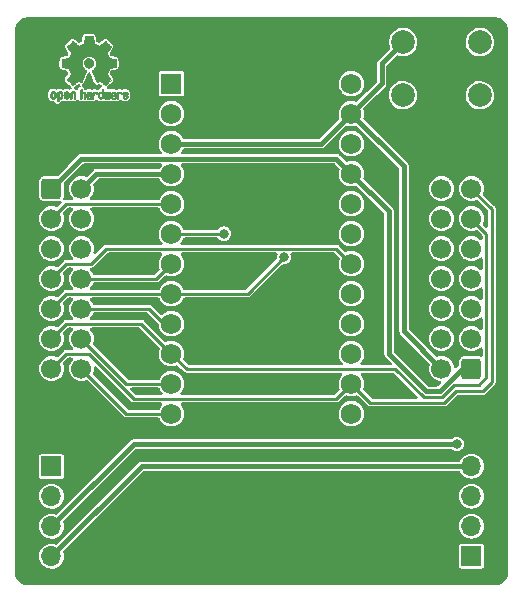
<source format=gtl>
%TF.GenerationSoftware,KiCad,Pcbnew,(6.0.5-0)*%
%TF.CreationDate,2022-06-17T01:25:00+08:00*%
%TF.ProjectId,Pragmatic,50726167-6d61-4746-9963-2e6b69636164,V3*%
%TF.SameCoordinates,PX7df6180PY32de760*%
%TF.FileFunction,Copper,L1,Top*%
%TF.FilePolarity,Positive*%
%FSLAX46Y46*%
G04 Gerber Fmt 4.6, Leading zero omitted, Abs format (unit mm)*
G04 Created by KiCad (PCBNEW (6.0.5-0)) date 2022-06-17 01:25:00*
%MOMM*%
%LPD*%
G01*
G04 APERTURE LIST*
G04 Aperture macros list*
%AMRoundRect*
0 Rectangle with rounded corners*
0 $1 Rounding radius*
0 $2 $3 $4 $5 $6 $7 $8 $9 X,Y pos of 4 corners*
0 Add a 4 corners polygon primitive as box body*
4,1,4,$2,$3,$4,$5,$6,$7,$8,$9,$2,$3,0*
0 Add four circle primitives for the rounded corners*
1,1,$1+$1,$2,$3*
1,1,$1+$1,$4,$5*
1,1,$1+$1,$6,$7*
1,1,$1+$1,$8,$9*
0 Add four rect primitives between the rounded corners*
20,1,$1+$1,$2,$3,$4,$5,0*
20,1,$1+$1,$4,$5,$6,$7,0*
20,1,$1+$1,$6,$7,$8,$9,0*
20,1,$1+$1,$8,$9,$2,$3,0*%
G04 Aperture macros list end*
%TA.AperFunction,EtchedComponent*%
%ADD10C,0.010000*%
%TD*%
%TA.AperFunction,ComponentPad*%
%ADD11R,1.752600X1.752600*%
%TD*%
%TA.AperFunction,ComponentPad*%
%ADD12C,1.752600*%
%TD*%
%TA.AperFunction,ComponentPad*%
%ADD13RoundRect,0.250000X-0.600000X-0.600000X0.600000X-0.600000X0.600000X0.600000X-0.600000X0.600000X0*%
%TD*%
%TA.AperFunction,ComponentPad*%
%ADD14C,1.700000*%
%TD*%
%TA.AperFunction,ComponentPad*%
%ADD15RoundRect,0.250000X0.600000X0.600000X-0.600000X0.600000X-0.600000X-0.600000X0.600000X-0.600000X0*%
%TD*%
%TA.AperFunction,ComponentPad*%
%ADD16C,2.000000*%
%TD*%
%TA.AperFunction,ComponentPad*%
%ADD17R,1.700000X1.700000*%
%TD*%
%TA.AperFunction,ComponentPad*%
%ADD18O,1.700000X1.700000*%
%TD*%
%TA.AperFunction,ViaPad*%
%ADD19C,0.800000*%
%TD*%
%TA.AperFunction,Conductor*%
%ADD20C,0.250000*%
%TD*%
%TA.AperFunction,Conductor*%
%ADD21C,0.381000*%
%TD*%
G04 APERTURE END LIST*
%TO.C,Logo1*%
G36*
X-6945256Y-680968D02*
G01*
X-6888384Y-702087D01*
X-6887733Y-702493D01*
X-6852560Y-728380D01*
X-6826593Y-758633D01*
X-6808330Y-798058D01*
X-6796268Y-851462D01*
X-6788904Y-923651D01*
X-6784736Y-1019432D01*
X-6784371Y-1033078D01*
X-6779124Y-1238842D01*
X-6823284Y-1261678D01*
X-6855237Y-1277110D01*
X-6874530Y-1284423D01*
X-6875422Y-1284514D01*
X-6878761Y-1271022D01*
X-6881413Y-1234626D01*
X-6883044Y-1181452D01*
X-6883400Y-1138393D01*
X-6883408Y-1068641D01*
X-6886597Y-1024837D01*
X-6897712Y-1003944D01*
X-6921499Y-1002925D01*
X-6962704Y-1018741D01*
X-7024914Y-1047815D01*
X-7070659Y-1071963D01*
X-7094187Y-1092913D01*
X-7101104Y-1115747D01*
X-7101114Y-1116877D01*
X-7089701Y-1156212D01*
X-7055908Y-1177462D01*
X-7004191Y-1180539D01*
X-6966939Y-1180006D01*
X-6947297Y-1190735D01*
X-6935048Y-1216505D01*
X-6927998Y-1249337D01*
X-6938158Y-1267966D01*
X-6941983Y-1270632D01*
X-6977999Y-1281340D01*
X-7028434Y-1282856D01*
X-7080374Y-1275759D01*
X-7117178Y-1262788D01*
X-7168062Y-1219585D01*
X-7196986Y-1159446D01*
X-7202714Y-1112462D01*
X-7198343Y-1070082D01*
X-7182525Y-1035488D01*
X-7151203Y-1004763D01*
X-7100322Y-973990D01*
X-7025824Y-939252D01*
X-7021286Y-937288D01*
X-6954179Y-906287D01*
X-6912768Y-880862D01*
X-6895019Y-858014D01*
X-6898893Y-834745D01*
X-6922357Y-808056D01*
X-6929373Y-801914D01*
X-6976370Y-778100D01*
X-7025067Y-779103D01*
X-7067478Y-802451D01*
X-7095616Y-845675D01*
X-7098231Y-854160D01*
X-7123692Y-895308D01*
X-7155999Y-915128D01*
X-7202714Y-934770D01*
X-7202714Y-883950D01*
X-7188504Y-810082D01*
X-7146325Y-742327D01*
X-7124376Y-719661D01*
X-7074483Y-690569D01*
X-7011033Y-677400D01*
X-6945256Y-680968D01*
G37*
D10*
X-6945256Y-680968D02*
X-6888384Y-702087D01*
X-6887733Y-702493D01*
X-6852560Y-728380D01*
X-6826593Y-758633D01*
X-6808330Y-798058D01*
X-6796268Y-851462D01*
X-6788904Y-923651D01*
X-6784736Y-1019432D01*
X-6784371Y-1033078D01*
X-6779124Y-1238842D01*
X-6823284Y-1261678D01*
X-6855237Y-1277110D01*
X-6874530Y-1284423D01*
X-6875422Y-1284514D01*
X-6878761Y-1271022D01*
X-6881413Y-1234626D01*
X-6883044Y-1181452D01*
X-6883400Y-1138393D01*
X-6883408Y-1068641D01*
X-6886597Y-1024837D01*
X-6897712Y-1003944D01*
X-6921499Y-1002925D01*
X-6962704Y-1018741D01*
X-7024914Y-1047815D01*
X-7070659Y-1071963D01*
X-7094187Y-1092913D01*
X-7101104Y-1115747D01*
X-7101114Y-1116877D01*
X-7089701Y-1156212D01*
X-7055908Y-1177462D01*
X-7004191Y-1180539D01*
X-6966939Y-1180006D01*
X-6947297Y-1190735D01*
X-6935048Y-1216505D01*
X-6927998Y-1249337D01*
X-6938158Y-1267966D01*
X-6941983Y-1270632D01*
X-6977999Y-1281340D01*
X-7028434Y-1282856D01*
X-7080374Y-1275759D01*
X-7117178Y-1262788D01*
X-7168062Y-1219585D01*
X-7196986Y-1159446D01*
X-7202714Y-1112462D01*
X-7198343Y-1070082D01*
X-7182525Y-1035488D01*
X-7151203Y-1004763D01*
X-7100322Y-973990D01*
X-7025824Y-939252D01*
X-7021286Y-937288D01*
X-6954179Y-906287D01*
X-6912768Y-880862D01*
X-6895019Y-858014D01*
X-6898893Y-834745D01*
X-6922357Y-808056D01*
X-6929373Y-801914D01*
X-6976370Y-778100D01*
X-7025067Y-779103D01*
X-7067478Y-802451D01*
X-7095616Y-845675D01*
X-7098231Y-854160D01*
X-7123692Y-895308D01*
X-7155999Y-915128D01*
X-7202714Y-934770D01*
X-7202714Y-883950D01*
X-7188504Y-810082D01*
X-7146325Y-742327D01*
X-7124376Y-719661D01*
X-7074483Y-690569D01*
X-7011033Y-677400D01*
X-6945256Y-680968D01*
G36*
X-5205167Y-688663D02*
G01*
X-5202952Y-726850D01*
X-5201216Y-784886D01*
X-5200101Y-858180D01*
X-5199743Y-935055D01*
X-5199743Y-1195196D01*
X-5245674Y-1241127D01*
X-5277325Y-1269429D01*
X-5305110Y-1280893D01*
X-5343085Y-1280168D01*
X-5358160Y-1278321D01*
X-5405274Y-1272948D01*
X-5444244Y-1269869D01*
X-5453743Y-1269585D01*
X-5485767Y-1271445D01*
X-5531568Y-1276114D01*
X-5549326Y-1278321D01*
X-5592943Y-1281735D01*
X-5622255Y-1274320D01*
X-5651320Y-1251427D01*
X-5661812Y-1241127D01*
X-5707743Y-1195196D01*
X-5707743Y-708602D01*
X-5670774Y-691758D01*
X-5638941Y-679282D01*
X-5620317Y-674914D01*
X-5615542Y-688718D01*
X-5611079Y-727286D01*
X-5607225Y-786356D01*
X-5604278Y-861663D01*
X-5602857Y-925286D01*
X-5598886Y-1175657D01*
X-5564241Y-1180556D01*
X-5532732Y-1177131D01*
X-5517292Y-1166041D01*
X-5512977Y-1145308D01*
X-5509292Y-1101145D01*
X-5506531Y-1039146D01*
X-5504988Y-964909D01*
X-5504765Y-926706D01*
X-5504543Y-706783D01*
X-5458834Y-690849D01*
X-5426482Y-680015D01*
X-5408885Y-674962D01*
X-5408377Y-674914D01*
X-5406612Y-688648D01*
X-5404671Y-726730D01*
X-5402718Y-784482D01*
X-5400916Y-857227D01*
X-5399657Y-925286D01*
X-5395686Y-1175657D01*
X-5308600Y-1175657D01*
X-5304604Y-947240D01*
X-5300608Y-718822D01*
X-5258153Y-696868D01*
X-5226808Y-681793D01*
X-5208256Y-674951D01*
X-5207721Y-674914D01*
X-5205167Y-688663D01*
G37*
X-5205167Y-688663D02*
X-5202952Y-726850D01*
X-5201216Y-784886D01*
X-5200101Y-858180D01*
X-5199743Y-935055D01*
X-5199743Y-1195196D01*
X-5245674Y-1241127D01*
X-5277325Y-1269429D01*
X-5305110Y-1280893D01*
X-5343085Y-1280168D01*
X-5358160Y-1278321D01*
X-5405274Y-1272948D01*
X-5444244Y-1269869D01*
X-5453743Y-1269585D01*
X-5485767Y-1271445D01*
X-5531568Y-1276114D01*
X-5549326Y-1278321D01*
X-5592943Y-1281735D01*
X-5622255Y-1274320D01*
X-5651320Y-1251427D01*
X-5661812Y-1241127D01*
X-5707743Y-1195196D01*
X-5707743Y-708602D01*
X-5670774Y-691758D01*
X-5638941Y-679282D01*
X-5620317Y-674914D01*
X-5615542Y-688718D01*
X-5611079Y-727286D01*
X-5607225Y-786356D01*
X-5604278Y-861663D01*
X-5602857Y-925286D01*
X-5598886Y-1175657D01*
X-5564241Y-1180556D01*
X-5532732Y-1177131D01*
X-5517292Y-1166041D01*
X-5512977Y-1145308D01*
X-5509292Y-1101145D01*
X-5506531Y-1039146D01*
X-5504988Y-964909D01*
X-5504765Y-926706D01*
X-5504543Y-706783D01*
X-5458834Y-690849D01*
X-5426482Y-680015D01*
X-5408885Y-674962D01*
X-5408377Y-674914D01*
X-5406612Y-688648D01*
X-5404671Y-726730D01*
X-5402718Y-784482D01*
X-5400916Y-857227D01*
X-5399657Y-925286D01*
X-5395686Y-1175657D01*
X-5308600Y-1175657D01*
X-5304604Y-947240D01*
X-5300608Y-718822D01*
X-5258153Y-696868D01*
X-5226808Y-681793D01*
X-5208256Y-674951D01*
X-5207721Y-674914D01*
X-5205167Y-688663D01*
G36*
X-6200274Y-820086D02*
G01*
X-6177865Y-768600D01*
X-6142876Y-728443D01*
X-6115625Y-707861D01*
X-6066093Y-685625D01*
X-6008684Y-675304D01*
X-5955318Y-678067D01*
X-5925457Y-689212D01*
X-5913739Y-692383D01*
X-5905963Y-680557D01*
X-5900535Y-648866D01*
X-5896429Y-600593D01*
X-5891933Y-546829D01*
X-5885687Y-514482D01*
X-5874324Y-495985D01*
X-5854472Y-483770D01*
X-5842000Y-478362D01*
X-5794829Y-458601D01*
X-5794883Y-795358D01*
X-5795067Y-903837D01*
X-5795781Y-987287D01*
X-5797325Y-1049704D01*
X-5799999Y-1095085D01*
X-5804106Y-1127429D01*
X-5809945Y-1150733D01*
X-5817818Y-1168995D01*
X-5823779Y-1179418D01*
X-5873145Y-1235945D01*
X-5935736Y-1271377D01*
X-6004987Y-1284090D01*
X-6074332Y-1272463D01*
X-6115625Y-1251568D01*
X-6158975Y-1215422D01*
X-6188519Y-1171276D01*
X-6206345Y-1113462D01*
X-6214537Y-1036313D01*
X-6215698Y-979714D01*
X-6215542Y-975647D01*
X-6114143Y-975647D01*
X-6113524Y-1040550D01*
X-6110686Y-1083514D01*
X-6104160Y-1111622D01*
X-6092477Y-1131953D01*
X-6078517Y-1147288D01*
X-6031635Y-1176890D01*
X-5981299Y-1179419D01*
X-5933724Y-1154705D01*
X-5930021Y-1151356D01*
X-5914217Y-1133935D01*
X-5904307Y-1113209D01*
X-5898942Y-1082362D01*
X-5896772Y-1034577D01*
X-5896429Y-981748D01*
X-5897173Y-915381D01*
X-5900252Y-871106D01*
X-5906939Y-842009D01*
X-5918504Y-821173D01*
X-5927987Y-810107D01*
X-5972040Y-782198D01*
X-6022776Y-778843D01*
X-6071204Y-800159D01*
X-6080550Y-808073D01*
X-6096460Y-825647D01*
X-6106390Y-846587D01*
X-6111722Y-877782D01*
X-6113837Y-926122D01*
X-6114143Y-975647D01*
X-6215542Y-975647D01*
X-6212190Y-888568D01*
X-6200274Y-820086D01*
G37*
X-6200274Y-820086D02*
X-6177865Y-768600D01*
X-6142876Y-728443D01*
X-6115625Y-707861D01*
X-6066093Y-685625D01*
X-6008684Y-675304D01*
X-5955318Y-678067D01*
X-5925457Y-689212D01*
X-5913739Y-692383D01*
X-5905963Y-680557D01*
X-5900535Y-648866D01*
X-5896429Y-600593D01*
X-5891933Y-546829D01*
X-5885687Y-514482D01*
X-5874324Y-495985D01*
X-5854472Y-483770D01*
X-5842000Y-478362D01*
X-5794829Y-458601D01*
X-5794883Y-795358D01*
X-5795067Y-903837D01*
X-5795781Y-987287D01*
X-5797325Y-1049704D01*
X-5799999Y-1095085D01*
X-5804106Y-1127429D01*
X-5809945Y-1150733D01*
X-5817818Y-1168995D01*
X-5823779Y-1179418D01*
X-5873145Y-1235945D01*
X-5935736Y-1271377D01*
X-6004987Y-1284090D01*
X-6074332Y-1272463D01*
X-6115625Y-1251568D01*
X-6158975Y-1215422D01*
X-6188519Y-1171276D01*
X-6206345Y-1113462D01*
X-6214537Y-1036313D01*
X-6215698Y-979714D01*
X-6215542Y-975647D01*
X-6114143Y-975647D01*
X-6113524Y-1040550D01*
X-6110686Y-1083514D01*
X-6104160Y-1111622D01*
X-6092477Y-1131953D01*
X-6078517Y-1147288D01*
X-6031635Y-1176890D01*
X-5981299Y-1179419D01*
X-5933724Y-1154705D01*
X-5930021Y-1151356D01*
X-5914217Y-1133935D01*
X-5904307Y-1113209D01*
X-5898942Y-1082362D01*
X-5896772Y-1034577D01*
X-5896429Y-981748D01*
X-5897173Y-915381D01*
X-5900252Y-871106D01*
X-5906939Y-842009D01*
X-5918504Y-821173D01*
X-5927987Y-810107D01*
X-5972040Y-782198D01*
X-6022776Y-778843D01*
X-6071204Y-800159D01*
X-6080550Y-808073D01*
X-6096460Y-825647D01*
X-6106390Y-846587D01*
X-6111722Y-877782D01*
X-6113837Y-926122D01*
X-6114143Y-975647D01*
X-6215542Y-975647D01*
X-6212190Y-888568D01*
X-6200274Y-820086D01*
G36*
X-9113450Y-766212D02*
G01*
X-9079544Y-717302D01*
X-9018347Y-667878D01*
X-8950937Y-643359D01*
X-8882120Y-641797D01*
X-8816697Y-661239D01*
X-8759473Y-699735D01*
X-8715251Y-755335D01*
X-8688833Y-826086D01*
X-8683490Y-878162D01*
X-8684097Y-899893D01*
X-8689178Y-916531D01*
X-8703145Y-931437D01*
X-8730411Y-947973D01*
X-8775388Y-969498D01*
X-8842489Y-999374D01*
X-8842829Y-999524D01*
X-8904593Y-1027813D01*
X-8955241Y-1052933D01*
X-8989596Y-1072179D01*
X-9002482Y-1082848D01*
X-9002486Y-1082934D01*
X-8991128Y-1106166D01*
X-8964569Y-1131774D01*
X-8934077Y-1150221D01*
X-8918630Y-1153886D01*
X-8876485Y-1141212D01*
X-8840192Y-1109471D01*
X-8822483Y-1074572D01*
X-8805448Y-1048845D01*
X-8772078Y-1019546D01*
X-8732851Y-994235D01*
X-8698244Y-980471D01*
X-8691007Y-979714D01*
X-8682861Y-992160D01*
X-8682370Y-1023972D01*
X-8688357Y-1066866D01*
X-8699643Y-1112558D01*
X-8715050Y-1152761D01*
X-8715829Y-1154322D01*
X-8762196Y-1219062D01*
X-8822289Y-1263097D01*
X-8890535Y-1284711D01*
X-8961362Y-1282185D01*
X-9029196Y-1253804D01*
X-9032212Y-1251808D01*
X-9085573Y-1203448D01*
X-9120660Y-1140352D01*
X-9140078Y-1057387D01*
X-9142684Y-1034078D01*
X-9147299Y-924055D01*
X-9141767Y-872748D01*
X-9002486Y-872748D01*
X-9000676Y-904753D01*
X-8990778Y-914093D01*
X-8966102Y-907105D01*
X-8927205Y-890587D01*
X-8883725Y-869881D01*
X-8882644Y-869333D01*
X-8845791Y-849949D01*
X-8831000Y-837013D01*
X-8834647Y-823451D01*
X-8850005Y-805632D01*
X-8889077Y-779845D01*
X-8931154Y-777950D01*
X-8968897Y-796717D01*
X-8994966Y-832915D01*
X-9002486Y-872748D01*
X-9141767Y-872748D01*
X-9137806Y-836027D01*
X-9113450Y-766212D01*
G37*
X-9113450Y-766212D02*
X-9079544Y-717302D01*
X-9018347Y-667878D01*
X-8950937Y-643359D01*
X-8882120Y-641797D01*
X-8816697Y-661239D01*
X-8759473Y-699735D01*
X-8715251Y-755335D01*
X-8688833Y-826086D01*
X-8683490Y-878162D01*
X-8684097Y-899893D01*
X-8689178Y-916531D01*
X-8703145Y-931437D01*
X-8730411Y-947973D01*
X-8775388Y-969498D01*
X-8842489Y-999374D01*
X-8842829Y-999524D01*
X-8904593Y-1027813D01*
X-8955241Y-1052933D01*
X-8989596Y-1072179D01*
X-9002482Y-1082848D01*
X-9002486Y-1082934D01*
X-8991128Y-1106166D01*
X-8964569Y-1131774D01*
X-8934077Y-1150221D01*
X-8918630Y-1153886D01*
X-8876485Y-1141212D01*
X-8840192Y-1109471D01*
X-8822483Y-1074572D01*
X-8805448Y-1048845D01*
X-8772078Y-1019546D01*
X-8732851Y-994235D01*
X-8698244Y-980471D01*
X-8691007Y-979714D01*
X-8682861Y-992160D01*
X-8682370Y-1023972D01*
X-8688357Y-1066866D01*
X-8699643Y-1112558D01*
X-8715050Y-1152761D01*
X-8715829Y-1154322D01*
X-8762196Y-1219062D01*
X-8822289Y-1263097D01*
X-8890535Y-1284711D01*
X-8961362Y-1282185D01*
X-9029196Y-1253804D01*
X-9032212Y-1251808D01*
X-9085573Y-1203448D01*
X-9120660Y-1140352D01*
X-9140078Y-1057387D01*
X-9142684Y-1034078D01*
X-9147299Y-924055D01*
X-9141767Y-872748D01*
X-9002486Y-872748D01*
X-9000676Y-904753D01*
X-8990778Y-914093D01*
X-8966102Y-907105D01*
X-8927205Y-890587D01*
X-8883725Y-869881D01*
X-8882644Y-869333D01*
X-8845791Y-849949D01*
X-8831000Y-837013D01*
X-8834647Y-823451D01*
X-8850005Y-805632D01*
X-8889077Y-779845D01*
X-8931154Y-777950D01*
X-8968897Y-796717D01*
X-8994966Y-832915D01*
X-9002486Y-872748D01*
X-9141767Y-872748D01*
X-9137806Y-836027D01*
X-9113450Y-766212D01*
G36*
X-4116804Y-825384D02*
G01*
X-4103116Y-776695D01*
X-4080904Y-740849D01*
X-4048426Y-712513D01*
X-4034267Y-703355D01*
X-3969947Y-679507D01*
X-3899527Y-678006D01*
X-3831405Y-696966D01*
X-3773979Y-734497D01*
X-3746281Y-768096D01*
X-3724338Y-829064D01*
X-3722595Y-877308D01*
X-3726543Y-941816D01*
X-3875314Y-1006934D01*
X-3947651Y-1040202D01*
X-3994916Y-1066964D01*
X-4019493Y-1090144D01*
X-4023763Y-1112667D01*
X-4010111Y-1137455D01*
X-3995057Y-1153886D01*
X-3951254Y-1180235D01*
X-3903611Y-1182081D01*
X-3859855Y-1161546D01*
X-3827711Y-1120752D01*
X-3821962Y-1106347D01*
X-3794424Y-1061356D01*
X-3762742Y-1042182D01*
X-3719286Y-1025779D01*
X-3719286Y-1087966D01*
X-3723128Y-1130283D01*
X-3738177Y-1165969D01*
X-3769720Y-1206943D01*
X-3774408Y-1212267D01*
X-3809494Y-1248720D01*
X-3839653Y-1268283D01*
X-3877385Y-1277283D01*
X-3908665Y-1280230D01*
X-3964615Y-1280965D01*
X-4004445Y-1271660D01*
X-4029292Y-1257846D01*
X-4068344Y-1227467D01*
X-4095375Y-1194613D01*
X-4112483Y-1153294D01*
X-4121762Y-1097521D01*
X-4125307Y-1021305D01*
X-4125590Y-982622D01*
X-4124628Y-936247D01*
X-4036993Y-936247D01*
X-4035977Y-961126D01*
X-4033444Y-965200D01*
X-4016726Y-959665D01*
X-3980751Y-945017D01*
X-3932669Y-924190D01*
X-3922614Y-919714D01*
X-3861848Y-888814D01*
X-3828368Y-861657D01*
X-3821010Y-836220D01*
X-3838609Y-810481D01*
X-3853144Y-799109D01*
X-3905590Y-776364D01*
X-3954678Y-780122D01*
X-3995773Y-807884D01*
X-4024242Y-857152D01*
X-4033369Y-896257D01*
X-4036993Y-936247D01*
X-4124628Y-936247D01*
X-4123715Y-892249D01*
X-4116804Y-825384D01*
G37*
X-4116804Y-825384D02*
X-4103116Y-776695D01*
X-4080904Y-740849D01*
X-4048426Y-712513D01*
X-4034267Y-703355D01*
X-3969947Y-679507D01*
X-3899527Y-678006D01*
X-3831405Y-696966D01*
X-3773979Y-734497D01*
X-3746281Y-768096D01*
X-3724338Y-829064D01*
X-3722595Y-877308D01*
X-3726543Y-941816D01*
X-3875314Y-1006934D01*
X-3947651Y-1040202D01*
X-3994916Y-1066964D01*
X-4019493Y-1090144D01*
X-4023763Y-1112667D01*
X-4010111Y-1137455D01*
X-3995057Y-1153886D01*
X-3951254Y-1180235D01*
X-3903611Y-1182081D01*
X-3859855Y-1161546D01*
X-3827711Y-1120752D01*
X-3821962Y-1106347D01*
X-3794424Y-1061356D01*
X-3762742Y-1042182D01*
X-3719286Y-1025779D01*
X-3719286Y-1087966D01*
X-3723128Y-1130283D01*
X-3738177Y-1165969D01*
X-3769720Y-1206943D01*
X-3774408Y-1212267D01*
X-3809494Y-1248720D01*
X-3839653Y-1268283D01*
X-3877385Y-1277283D01*
X-3908665Y-1280230D01*
X-3964615Y-1280965D01*
X-4004445Y-1271660D01*
X-4029292Y-1257846D01*
X-4068344Y-1227467D01*
X-4095375Y-1194613D01*
X-4112483Y-1153294D01*
X-4121762Y-1097521D01*
X-4125307Y-1021305D01*
X-4125590Y-982622D01*
X-4124628Y-936247D01*
X-4036993Y-936247D01*
X-4035977Y-961126D01*
X-4033444Y-965200D01*
X-4016726Y-959665D01*
X-3980751Y-945017D01*
X-3932669Y-924190D01*
X-3922614Y-919714D01*
X-3861848Y-888814D01*
X-3828368Y-861657D01*
X-3821010Y-836220D01*
X-3838609Y-810481D01*
X-3853144Y-799109D01*
X-3905590Y-776364D01*
X-3954678Y-780122D01*
X-3995773Y-807884D01*
X-4024242Y-857152D01*
X-4033369Y-896257D01*
X-4036993Y-936247D01*
X-4124628Y-936247D01*
X-4123715Y-892249D01*
X-4116804Y-825384D01*
G36*
X-6455074Y-679755D02*
G01*
X-6389142Y-704084D01*
X-6335727Y-747117D01*
X-6314836Y-777409D01*
X-6292061Y-832994D01*
X-6292534Y-873186D01*
X-6316438Y-900217D01*
X-6325283Y-904813D01*
X-6363470Y-919144D01*
X-6382972Y-915472D01*
X-6389578Y-891407D01*
X-6389914Y-878114D01*
X-6402008Y-829210D01*
X-6433529Y-794999D01*
X-6477341Y-778476D01*
X-6526305Y-782634D01*
X-6566106Y-804227D01*
X-6579550Y-816544D01*
X-6589079Y-831487D01*
X-6595515Y-854075D01*
X-6599683Y-889328D01*
X-6602403Y-942266D01*
X-6604498Y-1017907D01*
X-6605040Y-1041857D01*
X-6607019Y-1123790D01*
X-6609269Y-1181455D01*
X-6612643Y-1219608D01*
X-6617994Y-1243004D01*
X-6626176Y-1256398D01*
X-6638041Y-1264545D01*
X-6645638Y-1268144D01*
X-6677898Y-1280452D01*
X-6696889Y-1284514D01*
X-6703164Y-1270948D01*
X-6706994Y-1229934D01*
X-6708400Y-1160999D01*
X-6707402Y-1063669D01*
X-6707092Y-1048657D01*
X-6704899Y-959859D01*
X-6702307Y-895019D01*
X-6698618Y-849067D01*
X-6693136Y-816935D01*
X-6685165Y-793553D01*
X-6674007Y-773852D01*
X-6668170Y-765410D01*
X-6634704Y-728057D01*
X-6597273Y-699003D01*
X-6592691Y-696467D01*
X-6525574Y-676443D01*
X-6455074Y-679755D01*
G37*
X-6455074Y-679755D02*
X-6389142Y-704084D01*
X-6335727Y-747117D01*
X-6314836Y-777409D01*
X-6292061Y-832994D01*
X-6292534Y-873186D01*
X-6316438Y-900217D01*
X-6325283Y-904813D01*
X-6363470Y-919144D01*
X-6382972Y-915472D01*
X-6389578Y-891407D01*
X-6389914Y-878114D01*
X-6402008Y-829210D01*
X-6433529Y-794999D01*
X-6477341Y-778476D01*
X-6526305Y-782634D01*
X-6566106Y-804227D01*
X-6579550Y-816544D01*
X-6589079Y-831487D01*
X-6595515Y-854075D01*
X-6599683Y-889328D01*
X-6602403Y-942266D01*
X-6604498Y-1017907D01*
X-6605040Y-1041857D01*
X-6607019Y-1123790D01*
X-6609269Y-1181455D01*
X-6612643Y-1219608D01*
X-6617994Y-1243004D01*
X-6626176Y-1256398D01*
X-6638041Y-1264545D01*
X-6645638Y-1268144D01*
X-6677898Y-1280452D01*
X-6696889Y-1284514D01*
X-6703164Y-1270948D01*
X-6706994Y-1229934D01*
X-6708400Y-1160999D01*
X-6707402Y-1063669D01*
X-6707092Y-1048657D01*
X-6704899Y-959859D01*
X-6702307Y-895019D01*
X-6698618Y-849067D01*
X-6693136Y-816935D01*
X-6685165Y-793553D01*
X-6674007Y-773852D01*
X-6668170Y-765410D01*
X-6634704Y-728057D01*
X-6597273Y-699003D01*
X-6592691Y-696467D01*
X-6525574Y-676443D01*
X-6455074Y-679755D01*
G36*
X-7609114Y-581289D02*
G01*
X-7604861Y-640613D01*
X-7599975Y-675572D01*
X-7593205Y-690820D01*
X-7583298Y-691015D01*
X-7580086Y-689195D01*
X-7537356Y-676015D01*
X-7481773Y-676785D01*
X-7425263Y-690333D01*
X-7389918Y-707861D01*
X-7353679Y-735861D01*
X-7327187Y-767549D01*
X-7309001Y-807813D01*
X-7297678Y-861543D01*
X-7291778Y-933626D01*
X-7289857Y-1028951D01*
X-7289823Y-1047237D01*
X-7289800Y-1252646D01*
X-7335509Y-1268580D01*
X-7367973Y-1279420D01*
X-7385785Y-1284468D01*
X-7386309Y-1284514D01*
X-7388063Y-1270828D01*
X-7389556Y-1233076D01*
X-7390674Y-1176224D01*
X-7391303Y-1105234D01*
X-7391400Y-1062073D01*
X-7391602Y-976973D01*
X-7392642Y-915981D01*
X-7395169Y-874177D01*
X-7399836Y-846642D01*
X-7407293Y-828456D01*
X-7418189Y-814698D01*
X-7424993Y-808073D01*
X-7471728Y-781375D01*
X-7522728Y-779375D01*
X-7568999Y-801955D01*
X-7577556Y-810107D01*
X-7590107Y-825436D01*
X-7598812Y-843618D01*
X-7604369Y-869909D01*
X-7607474Y-909562D01*
X-7608824Y-967832D01*
X-7609114Y-1048173D01*
X-7609114Y-1252646D01*
X-7654823Y-1268580D01*
X-7687287Y-1279420D01*
X-7705099Y-1284468D01*
X-7705623Y-1284514D01*
X-7706963Y-1270623D01*
X-7708172Y-1231439D01*
X-7709199Y-1170700D01*
X-7709998Y-1092141D01*
X-7710519Y-999498D01*
X-7710714Y-896509D01*
X-7710714Y-499342D01*
X-7663543Y-479444D01*
X-7616371Y-459547D01*
X-7609114Y-581289D01*
G37*
X-7609114Y-581289D02*
X-7604861Y-640613D01*
X-7599975Y-675572D01*
X-7593205Y-690820D01*
X-7583298Y-691015D01*
X-7580086Y-689195D01*
X-7537356Y-676015D01*
X-7481773Y-676785D01*
X-7425263Y-690333D01*
X-7389918Y-707861D01*
X-7353679Y-735861D01*
X-7327187Y-767549D01*
X-7309001Y-807813D01*
X-7297678Y-861543D01*
X-7291778Y-933626D01*
X-7289857Y-1028951D01*
X-7289823Y-1047237D01*
X-7289800Y-1252646D01*
X-7335509Y-1268580D01*
X-7367973Y-1279420D01*
X-7385785Y-1284468D01*
X-7386309Y-1284514D01*
X-7388063Y-1270828D01*
X-7389556Y-1233076D01*
X-7390674Y-1176224D01*
X-7391303Y-1105234D01*
X-7391400Y-1062073D01*
X-7391602Y-976973D01*
X-7392642Y-915981D01*
X-7395169Y-874177D01*
X-7399836Y-846642D01*
X-7407293Y-828456D01*
X-7418189Y-814698D01*
X-7424993Y-808073D01*
X-7471728Y-781375D01*
X-7522728Y-779375D01*
X-7568999Y-801955D01*
X-7577556Y-810107D01*
X-7590107Y-825436D01*
X-7598812Y-843618D01*
X-7604369Y-869909D01*
X-7607474Y-909562D01*
X-7608824Y-967832D01*
X-7609114Y-1048173D01*
X-7609114Y-1252646D01*
X-7654823Y-1268580D01*
X-7687287Y-1279420D01*
X-7705099Y-1284468D01*
X-7705623Y-1284514D01*
X-7706963Y-1270623D01*
X-7708172Y-1231439D01*
X-7709199Y-1170700D01*
X-7709998Y-1092141D01*
X-7710519Y-999498D01*
X-7710714Y-896509D01*
X-7710714Y-499342D01*
X-7663543Y-479444D01*
X-7616371Y-459547D01*
X-7609114Y-581289D01*
G36*
X-9691323Y-880333D02*
G01*
X-9688550Y-832958D01*
X-9684612Y-799290D01*
X-9679151Y-775498D01*
X-9671808Y-757753D01*
X-9662223Y-742224D01*
X-9658113Y-736381D01*
X-9603595Y-681185D01*
X-9534664Y-649890D01*
X-9454928Y-641165D01*
X-9385256Y-649918D01*
X-9329799Y-677568D01*
X-9280852Y-728480D01*
X-9267371Y-747338D01*
X-9252686Y-772015D01*
X-9243158Y-798816D01*
X-9237707Y-834587D01*
X-9235253Y-886169D01*
X-9234714Y-954267D01*
X-9237148Y-1047588D01*
X-9245606Y-1117657D01*
X-9261826Y-1169931D01*
X-9287546Y-1209869D01*
X-9324503Y-1242929D01*
X-9327218Y-1244886D01*
X-9363640Y-1264908D01*
X-9407498Y-1274815D01*
X-9463276Y-1277257D01*
X-9553952Y-1277257D01*
X-9553990Y-1365283D01*
X-9554834Y-1414308D01*
X-9559976Y-1443065D01*
X-9573413Y-1460311D01*
X-9599142Y-1474808D01*
X-9605321Y-1477769D01*
X-9634236Y-1491648D01*
X-9656624Y-1500414D01*
X-9673271Y-1501171D01*
X-9684964Y-1491023D01*
X-9692490Y-1467073D01*
X-9696634Y-1426426D01*
X-9698185Y-1366186D01*
X-9697929Y-1283455D01*
X-9696651Y-1175339D01*
X-9696252Y-1143000D01*
X-9694815Y-1031524D01*
X-9693528Y-958603D01*
X-9554029Y-958603D01*
X-9553245Y-1020499D01*
X-9549760Y-1060997D01*
X-9541876Y-1087708D01*
X-9527895Y-1108244D01*
X-9518403Y-1118260D01*
X-9479596Y-1147567D01*
X-9445237Y-1149952D01*
X-9409784Y-1125750D01*
X-9408886Y-1124857D01*
X-9394461Y-1106153D01*
X-9385687Y-1080732D01*
X-9381261Y-1041584D01*
X-9379882Y-981697D01*
X-9379857Y-968430D01*
X-9383188Y-885901D01*
X-9394031Y-828691D01*
X-9413660Y-793766D01*
X-9443350Y-778094D01*
X-9460509Y-776514D01*
X-9501234Y-783926D01*
X-9529168Y-808330D01*
X-9545983Y-852980D01*
X-9553350Y-921130D01*
X-9554029Y-958603D01*
X-9693528Y-958603D01*
X-9693292Y-945245D01*
X-9691323Y-880333D01*
G37*
X-9691323Y-880333D02*
X-9688550Y-832958D01*
X-9684612Y-799290D01*
X-9679151Y-775498D01*
X-9671808Y-757753D01*
X-9662223Y-742224D01*
X-9658113Y-736381D01*
X-9603595Y-681185D01*
X-9534664Y-649890D01*
X-9454928Y-641165D01*
X-9385256Y-649918D01*
X-9329799Y-677568D01*
X-9280852Y-728480D01*
X-9267371Y-747338D01*
X-9252686Y-772015D01*
X-9243158Y-798816D01*
X-9237707Y-834587D01*
X-9235253Y-886169D01*
X-9234714Y-954267D01*
X-9237148Y-1047588D01*
X-9245606Y-1117657D01*
X-9261826Y-1169931D01*
X-9287546Y-1209869D01*
X-9324503Y-1242929D01*
X-9327218Y-1244886D01*
X-9363640Y-1264908D01*
X-9407498Y-1274815D01*
X-9463276Y-1277257D01*
X-9553952Y-1277257D01*
X-9553990Y-1365283D01*
X-9554834Y-1414308D01*
X-9559976Y-1443065D01*
X-9573413Y-1460311D01*
X-9599142Y-1474808D01*
X-9605321Y-1477769D01*
X-9634236Y-1491648D01*
X-9656624Y-1500414D01*
X-9673271Y-1501171D01*
X-9684964Y-1491023D01*
X-9692490Y-1467073D01*
X-9696634Y-1426426D01*
X-9698185Y-1366186D01*
X-9697929Y-1283455D01*
X-9696651Y-1175339D01*
X-9696252Y-1143000D01*
X-9694815Y-1031524D01*
X-9693528Y-958603D01*
X-9554029Y-958603D01*
X-9553245Y-1020499D01*
X-9549760Y-1060997D01*
X-9541876Y-1087708D01*
X-9527895Y-1108244D01*
X-9518403Y-1118260D01*
X-9479596Y-1147567D01*
X-9445237Y-1149952D01*
X-9409784Y-1125750D01*
X-9408886Y-1124857D01*
X-9394461Y-1106153D01*
X-9385687Y-1080732D01*
X-9381261Y-1041584D01*
X-9379882Y-981697D01*
X-9379857Y-968430D01*
X-9383188Y-885901D01*
X-9394031Y-828691D01*
X-9413660Y-793766D01*
X-9443350Y-778094D01*
X-9460509Y-776514D01*
X-9501234Y-783926D01*
X-9529168Y-808330D01*
X-9545983Y-852980D01*
X-9553350Y-921130D01*
X-9554029Y-958603D01*
X-9693528Y-958603D01*
X-9693292Y-945245D01*
X-9691323Y-880333D01*
G36*
X-4840124Y-686335D02*
G01*
X-4798333Y-705344D01*
X-4765531Y-728378D01*
X-4741497Y-754133D01*
X-4724903Y-787358D01*
X-4714423Y-832800D01*
X-4708729Y-895207D01*
X-4706493Y-979327D01*
X-4706257Y-1034721D01*
X-4706257Y-1250826D01*
X-4743226Y-1267670D01*
X-4772344Y-1279981D01*
X-4786769Y-1284514D01*
X-4789528Y-1271025D01*
X-4791718Y-1234653D01*
X-4793058Y-1181542D01*
X-4793343Y-1139372D01*
X-4794566Y-1078447D01*
X-4797864Y-1030115D01*
X-4802679Y-1000518D01*
X-4806504Y-994229D01*
X-4832217Y-1000652D01*
X-4872582Y-1017125D01*
X-4919321Y-1039458D01*
X-4964155Y-1063457D01*
X-4998807Y-1084930D01*
X-5014998Y-1099685D01*
X-5015062Y-1099845D01*
X-5013670Y-1127152D01*
X-5001182Y-1153219D01*
X-4979257Y-1174392D01*
X-4947257Y-1181474D01*
X-4919908Y-1180649D01*
X-4881174Y-1180042D01*
X-4860842Y-1189116D01*
X-4848631Y-1213092D01*
X-4847091Y-1217613D01*
X-4841797Y-1251806D01*
X-4855953Y-1272568D01*
X-4892852Y-1282462D01*
X-4932711Y-1284292D01*
X-5004438Y-1270727D01*
X-5041568Y-1251355D01*
X-5087424Y-1205845D01*
X-5111744Y-1149983D01*
X-5113927Y-1090957D01*
X-5093371Y-1035953D01*
X-5062451Y-1001486D01*
X-5031580Y-982189D01*
X-4983058Y-957759D01*
X-4926515Y-932985D01*
X-4917090Y-929199D01*
X-4854981Y-901791D01*
X-4819178Y-877634D01*
X-4807663Y-853619D01*
X-4818420Y-826635D01*
X-4836886Y-805543D01*
X-4880531Y-779572D01*
X-4928554Y-777624D01*
X-4972594Y-797637D01*
X-5004291Y-837551D01*
X-5008451Y-847848D01*
X-5032673Y-885724D01*
X-5068035Y-913842D01*
X-5112657Y-936917D01*
X-5112657Y-871485D01*
X-5110031Y-831506D01*
X-5098770Y-799997D01*
X-5073801Y-766378D01*
X-5049831Y-740484D01*
X-5012559Y-703817D01*
X-4983599Y-684121D01*
X-4952495Y-676220D01*
X-4917287Y-674914D01*
X-4840124Y-686335D01*
G37*
X-4840124Y-686335D02*
X-4798333Y-705344D01*
X-4765531Y-728378D01*
X-4741497Y-754133D01*
X-4724903Y-787358D01*
X-4714423Y-832800D01*
X-4708729Y-895207D01*
X-4706493Y-979327D01*
X-4706257Y-1034721D01*
X-4706257Y-1250826D01*
X-4743226Y-1267670D01*
X-4772344Y-1279981D01*
X-4786769Y-1284514D01*
X-4789528Y-1271025D01*
X-4791718Y-1234653D01*
X-4793058Y-1181542D01*
X-4793343Y-1139372D01*
X-4794566Y-1078447D01*
X-4797864Y-1030115D01*
X-4802679Y-1000518D01*
X-4806504Y-994229D01*
X-4832217Y-1000652D01*
X-4872582Y-1017125D01*
X-4919321Y-1039458D01*
X-4964155Y-1063457D01*
X-4998807Y-1084930D01*
X-5014998Y-1099685D01*
X-5015062Y-1099845D01*
X-5013670Y-1127152D01*
X-5001182Y-1153219D01*
X-4979257Y-1174392D01*
X-4947257Y-1181474D01*
X-4919908Y-1180649D01*
X-4881174Y-1180042D01*
X-4860842Y-1189116D01*
X-4848631Y-1213092D01*
X-4847091Y-1217613D01*
X-4841797Y-1251806D01*
X-4855953Y-1272568D01*
X-4892852Y-1282462D01*
X-4932711Y-1284292D01*
X-5004438Y-1270727D01*
X-5041568Y-1251355D01*
X-5087424Y-1205845D01*
X-5111744Y-1149983D01*
X-5113927Y-1090957D01*
X-5093371Y-1035953D01*
X-5062451Y-1001486D01*
X-5031580Y-982189D01*
X-4983058Y-957759D01*
X-4926515Y-932985D01*
X-4917090Y-929199D01*
X-4854981Y-901791D01*
X-4819178Y-877634D01*
X-4807663Y-853619D01*
X-4818420Y-826635D01*
X-4836886Y-805543D01*
X-4880531Y-779572D01*
X-4928554Y-777624D01*
X-4972594Y-797637D01*
X-5004291Y-837551D01*
X-5008451Y-847848D01*
X-5032673Y-885724D01*
X-5068035Y-913842D01*
X-5112657Y-936917D01*
X-5112657Y-871485D01*
X-5110031Y-831506D01*
X-5098770Y-799997D01*
X-5073801Y-766378D01*
X-5049831Y-740484D01*
X-5012559Y-703817D01*
X-4983599Y-684121D01*
X-4952495Y-676220D01*
X-4917287Y-674914D01*
X-4840124Y-686335D01*
G36*
X-8268907Y-657780D02*
G01*
X-8222328Y-684723D01*
X-8189943Y-711466D01*
X-8166258Y-739484D01*
X-8149941Y-773748D01*
X-8139661Y-819227D01*
X-8134086Y-880892D01*
X-8131884Y-963711D01*
X-8131629Y-1023246D01*
X-8131629Y-1242391D01*
X-8193314Y-1270044D01*
X-8255000Y-1297697D01*
X-8262257Y-1057670D01*
X-8265256Y-968028D01*
X-8268402Y-902962D01*
X-8272299Y-858026D01*
X-8277553Y-828770D01*
X-8284769Y-810748D01*
X-8294550Y-799511D01*
X-8297688Y-797079D01*
X-8345239Y-778083D01*
X-8393303Y-785600D01*
X-8421914Y-805543D01*
X-8433553Y-819675D01*
X-8441609Y-838220D01*
X-8446729Y-866334D01*
X-8449559Y-909173D01*
X-8450744Y-971895D01*
X-8450943Y-1037261D01*
X-8450982Y-1119268D01*
X-8452386Y-1177316D01*
X-8457086Y-1216465D01*
X-8467013Y-1241780D01*
X-8484097Y-1258323D01*
X-8510268Y-1271156D01*
X-8545225Y-1284491D01*
X-8583404Y-1299007D01*
X-8578859Y-1041389D01*
X-8577029Y-948519D01*
X-8574888Y-879889D01*
X-8571819Y-830711D01*
X-8567206Y-796198D01*
X-8560432Y-771562D01*
X-8550881Y-752016D01*
X-8539366Y-734770D01*
X-8483810Y-679680D01*
X-8416020Y-647822D01*
X-8342287Y-640191D01*
X-8268907Y-657780D01*
G37*
X-8268907Y-657780D02*
X-8222328Y-684723D01*
X-8189943Y-711466D01*
X-8166258Y-739484D01*
X-8149941Y-773748D01*
X-8139661Y-819227D01*
X-8134086Y-880892D01*
X-8131884Y-963711D01*
X-8131629Y-1023246D01*
X-8131629Y-1242391D01*
X-8193314Y-1270044D01*
X-8255000Y-1297697D01*
X-8262257Y-1057670D01*
X-8265256Y-968028D01*
X-8268402Y-902962D01*
X-8272299Y-858026D01*
X-8277553Y-828770D01*
X-8284769Y-810748D01*
X-8294550Y-799511D01*
X-8297688Y-797079D01*
X-8345239Y-778083D01*
X-8393303Y-785600D01*
X-8421914Y-805543D01*
X-8433553Y-819675D01*
X-8441609Y-838220D01*
X-8446729Y-866334D01*
X-8449559Y-909173D01*
X-8450744Y-971895D01*
X-8450943Y-1037261D01*
X-8450982Y-1119268D01*
X-8452386Y-1177316D01*
X-8457086Y-1216465D01*
X-8467013Y-1241780D01*
X-8484097Y-1258323D01*
X-8510268Y-1271156D01*
X-8545225Y-1284491D01*
X-8583404Y-1299007D01*
X-8578859Y-1041389D01*
X-8577029Y-948519D01*
X-8574888Y-879889D01*
X-8571819Y-830711D01*
X-8567206Y-796198D01*
X-8560432Y-771562D01*
X-8550881Y-752016D01*
X-8539366Y-734770D01*
X-8483810Y-679680D01*
X-8416020Y-647822D01*
X-8342287Y-640191D01*
X-8268907Y-657780D01*
G36*
X-6881090Y4027652D02*
G01*
X-6802546Y4027222D01*
X-6745702Y4026058D01*
X-6706895Y4023793D01*
X-6682462Y4020060D01*
X-6668738Y4014494D01*
X-6662060Y4006727D01*
X-6658764Y3996395D01*
X-6658444Y3995057D01*
X-6653438Y3970921D01*
X-6644171Y3923299D01*
X-6631608Y3857259D01*
X-6616713Y3777872D01*
X-6600449Y3690204D01*
X-6599881Y3687125D01*
X-6583590Y3601211D01*
X-6568348Y3525304D01*
X-6555139Y3463955D01*
X-6544946Y3421718D01*
X-6538752Y3403145D01*
X-6538457Y3402816D01*
X-6520212Y3393747D01*
X-6482595Y3378633D01*
X-6433729Y3360738D01*
X-6433457Y3360642D01*
X-6371907Y3337507D01*
X-6299343Y3308035D01*
X-6230943Y3278403D01*
X-6227706Y3276938D01*
X-6116298Y3226374D01*
X-5869601Y3394840D01*
X-5793923Y3446197D01*
X-5725369Y3492111D01*
X-5667912Y3529970D01*
X-5625524Y3557163D01*
X-5602175Y3571079D01*
X-5599958Y3572111D01*
X-5582990Y3567516D01*
X-5551299Y3545345D01*
X-5503648Y3504553D01*
X-5438802Y3444095D01*
X-5372603Y3379773D01*
X-5308786Y3316388D01*
X-5251671Y3258549D01*
X-5204695Y3209825D01*
X-5171297Y3173790D01*
X-5154915Y3154016D01*
X-5154306Y3152998D01*
X-5152495Y3139428D01*
X-5159317Y3117267D01*
X-5176460Y3083522D01*
X-5205607Y3035200D01*
X-5248445Y2969308D01*
X-5305552Y2884483D01*
X-5356234Y2809823D01*
X-5401539Y2742860D01*
X-5438850Y2687484D01*
X-5465548Y2647580D01*
X-5479015Y2627038D01*
X-5479863Y2625644D01*
X-5478219Y2605962D01*
X-5465755Y2567707D01*
X-5444952Y2518111D01*
X-5437538Y2502272D01*
X-5405186Y2431710D01*
X-5370672Y2351647D01*
X-5342635Y2282371D01*
X-5322432Y2230955D01*
X-5306385Y2191881D01*
X-5297112Y2171459D01*
X-5295959Y2169886D01*
X-5278904Y2167279D01*
X-5238702Y2160137D01*
X-5180698Y2149477D01*
X-5110237Y2136315D01*
X-5032665Y2121667D01*
X-4953328Y2106551D01*
X-4877569Y2091982D01*
X-4810736Y2078978D01*
X-4758172Y2068555D01*
X-4725224Y2061730D01*
X-4717143Y2059801D01*
X-4708795Y2055038D01*
X-4702494Y2044282D01*
X-4697955Y2023902D01*
X-4694896Y1990266D01*
X-4693033Y1939745D01*
X-4692082Y1868708D01*
X-4691760Y1773524D01*
X-4691743Y1734508D01*
X-4691743Y1417201D01*
X-4767943Y1402161D01*
X-4810337Y1394005D01*
X-4873600Y1382101D01*
X-4950038Y1367884D01*
X-5031957Y1352790D01*
X-5054600Y1348645D01*
X-5130194Y1333947D01*
X-5196047Y1319495D01*
X-5246634Y1306625D01*
X-5276426Y1296678D01*
X-5281388Y1293713D01*
X-5293574Y1272717D01*
X-5311047Y1232033D01*
X-5330423Y1179678D01*
X-5334266Y1168400D01*
X-5359661Y1098477D01*
X-5391183Y1019582D01*
X-5422031Y948734D01*
X-5422183Y948405D01*
X-5473553Y837267D01*
X-5304601Y588747D01*
X-5135648Y340228D01*
X-5352571Y122942D01*
X-5418181Y58274D01*
X-5478021Y1267D01*
X-5528733Y-45033D01*
X-5566954Y-77584D01*
X-5589325Y-93343D01*
X-5592534Y-94343D01*
X-5611374Y-86469D01*
X-5649820Y-64578D01*
X-5703670Y-31267D01*
X-5768724Y10869D01*
X-5839060Y58057D01*
X-5910445Y106190D01*
X-5974092Y148072D01*
X-6025959Y181129D01*
X-6062005Y202782D01*
X-6078133Y210457D01*
X-6097811Y203963D01*
X-6135125Y186850D01*
X-6182379Y162674D01*
X-6187388Y159987D01*
X-6251023Y128073D01*
X-6294659Y112421D01*
X-6321798Y112255D01*
X-6335943Y126796D01*
X-6336025Y127000D01*
X-6343095Y144221D01*
X-6359958Y185101D01*
X-6385305Y246475D01*
X-6417829Y325181D01*
X-6456222Y418053D01*
X-6499178Y521928D01*
X-6540778Y622498D01*
X-6586496Y733484D01*
X-6628474Y836297D01*
X-6665452Y927785D01*
X-6696173Y1004799D01*
X-6719378Y1064185D01*
X-6733810Y1102791D01*
X-6738257Y1117200D01*
X-6727104Y1133728D01*
X-6697931Y1160070D01*
X-6659029Y1189113D01*
X-6548243Y1280961D01*
X-6461649Y1386241D01*
X-6400284Y1502734D01*
X-6365185Y1628224D01*
X-6357392Y1760493D01*
X-6363057Y1821543D01*
X-6393922Y1948205D01*
X-6447080Y2060059D01*
X-6519233Y2155999D01*
X-6607083Y2234924D01*
X-6707335Y2295730D01*
X-6816690Y2337313D01*
X-6931853Y2358572D01*
X-7049525Y2358401D01*
X-7166410Y2335699D01*
X-7279211Y2289362D01*
X-7384631Y2218287D01*
X-7428632Y2178089D01*
X-7513021Y2074871D01*
X-7571778Y1962075D01*
X-7605296Y1842990D01*
X-7613965Y1720905D01*
X-7598177Y1599107D01*
X-7558322Y1480884D01*
X-7494793Y1369525D01*
X-7407979Y1268316D01*
X-7310971Y1189113D01*
X-7270563Y1158838D01*
X-7242018Y1132781D01*
X-7231743Y1117175D01*
X-7237123Y1100157D01*
X-7252425Y1059500D01*
X-7276388Y998358D01*
X-7307756Y919881D01*
X-7345268Y827220D01*
X-7387667Y723528D01*
X-7429337Y622474D01*
X-7475310Y511393D01*
X-7517893Y408459D01*
X-7555779Y316835D01*
X-7587660Y239684D01*
X-7612229Y180169D01*
X-7628180Y141456D01*
X-7634090Y127000D01*
X-7648052Y112315D01*
X-7675060Y112358D01*
X-7718587Y127901D01*
X-7782110Y159716D01*
X-7782612Y159987D01*
X-7830440Y184677D01*
X-7869103Y202662D01*
X-7890905Y210386D01*
X-7891867Y210457D01*
X-7908279Y202622D01*
X-7944513Y180835D01*
X-7996526Y147672D01*
X-8060275Y105709D01*
X-8130940Y58057D01*
X-8202884Y9809D01*
X-8267726Y-32151D01*
X-8321265Y-65227D01*
X-8359303Y-86821D01*
X-8377467Y-94343D01*
X-8394192Y-84457D01*
X-8427820Y-56826D01*
X-8474990Y-14495D01*
X-8532342Y39495D01*
X-8596516Y102101D01*
X-8617503Y123017D01*
X-8834501Y340377D01*
X-8669332Y582780D01*
X-8619136Y657219D01*
X-8575081Y724028D01*
X-8539638Y779335D01*
X-8515281Y819271D01*
X-8504478Y839964D01*
X-8504162Y841437D01*
X-8509857Y860942D01*
X-8525174Y900178D01*
X-8547463Y952570D01*
X-8563107Y987645D01*
X-8592359Y1054799D01*
X-8619906Y1122642D01*
X-8641263Y1179966D01*
X-8647065Y1197428D01*
X-8663548Y1244062D01*
X-8679660Y1280095D01*
X-8688510Y1293713D01*
X-8708040Y1302048D01*
X-8750666Y1313863D01*
X-8810855Y1327819D01*
X-8883078Y1342578D01*
X-8915400Y1348645D01*
X-8997478Y1363727D01*
X-9076205Y1378331D01*
X-9143891Y1391020D01*
X-9192840Y1400358D01*
X-9202057Y1402161D01*
X-9278257Y1417201D01*
X-9278257Y1734508D01*
X-9278086Y1838846D01*
X-9277384Y1917787D01*
X-9275866Y1974962D01*
X-9273251Y2014001D01*
X-9269254Y2038535D01*
X-9263591Y2052195D01*
X-9255980Y2058611D01*
X-9252857Y2059801D01*
X-9234022Y2064020D01*
X-9192412Y2072438D01*
X-9133370Y2084039D01*
X-9062243Y2097805D01*
X-8984375Y2112720D01*
X-8905113Y2127768D01*
X-8829802Y2141931D01*
X-8763787Y2154194D01*
X-8712413Y2163539D01*
X-8681025Y2168950D01*
X-8674041Y2169886D01*
X-8667715Y2182404D01*
X-8653710Y2215754D01*
X-8634645Y2263623D01*
X-8627366Y2282371D01*
X-8598004Y2354805D01*
X-8563429Y2434830D01*
X-8532463Y2502272D01*
X-8509677Y2553841D01*
X-8494518Y2596215D01*
X-8489458Y2622166D01*
X-8490264Y2625644D01*
X-8500959Y2642064D01*
X-8525380Y2678583D01*
X-8560905Y2731313D01*
X-8604913Y2796365D01*
X-8654783Y2869849D01*
X-8664644Y2884355D01*
X-8722508Y2970296D01*
X-8765044Y3035739D01*
X-8793946Y3083696D01*
X-8810910Y3117180D01*
X-8817633Y3139205D01*
X-8815810Y3152783D01*
X-8815764Y3152869D01*
X-8801414Y3170703D01*
X-8769677Y3205183D01*
X-8723990Y3252732D01*
X-8667796Y3309778D01*
X-8604532Y3372745D01*
X-8597398Y3379773D01*
X-8517670Y3456980D01*
X-8456143Y3513670D01*
X-8411579Y3550890D01*
X-8382743Y3569685D01*
X-8370042Y3572111D01*
X-8351506Y3561529D01*
X-8313039Y3537084D01*
X-8258614Y3501388D01*
X-8192202Y3457053D01*
X-8117775Y3406689D01*
X-8100399Y3394840D01*
X-7853703Y3226374D01*
X-7742294Y3276938D01*
X-7674543Y3306405D01*
X-7601817Y3336041D01*
X-7539297Y3359670D01*
X-7536543Y3360642D01*
X-7487640Y3378543D01*
X-7449943Y3393680D01*
X-7431575Y3402790D01*
X-7431544Y3402816D01*
X-7425715Y3419283D01*
X-7415808Y3459781D01*
X-7402805Y3519758D01*
X-7387691Y3594660D01*
X-7371448Y3679936D01*
X-7370119Y3687125D01*
X-7353825Y3774986D01*
X-7338867Y3854740D01*
X-7326209Y3921319D01*
X-7316814Y3969653D01*
X-7311646Y3994675D01*
X-7311556Y3995057D01*
X-7308411Y4005701D01*
X-7302296Y4013738D01*
X-7289547Y4019533D01*
X-7266500Y4023453D01*
X-7229491Y4025865D01*
X-7174856Y4027135D01*
X-7098933Y4027629D01*
X-6998056Y4027714D01*
X-6985000Y4027714D01*
X-6881090Y4027652D01*
G37*
X-6881090Y4027652D02*
X-6802546Y4027222D01*
X-6745702Y4026058D01*
X-6706895Y4023793D01*
X-6682462Y4020060D01*
X-6668738Y4014494D01*
X-6662060Y4006727D01*
X-6658764Y3996395D01*
X-6658444Y3995057D01*
X-6653438Y3970921D01*
X-6644171Y3923299D01*
X-6631608Y3857259D01*
X-6616713Y3777872D01*
X-6600449Y3690204D01*
X-6599881Y3687125D01*
X-6583590Y3601211D01*
X-6568348Y3525304D01*
X-6555139Y3463955D01*
X-6544946Y3421718D01*
X-6538752Y3403145D01*
X-6538457Y3402816D01*
X-6520212Y3393747D01*
X-6482595Y3378633D01*
X-6433729Y3360738D01*
X-6433457Y3360642D01*
X-6371907Y3337507D01*
X-6299343Y3308035D01*
X-6230943Y3278403D01*
X-6227706Y3276938D01*
X-6116298Y3226374D01*
X-5869601Y3394840D01*
X-5793923Y3446197D01*
X-5725369Y3492111D01*
X-5667912Y3529970D01*
X-5625524Y3557163D01*
X-5602175Y3571079D01*
X-5599958Y3572111D01*
X-5582990Y3567516D01*
X-5551299Y3545345D01*
X-5503648Y3504553D01*
X-5438802Y3444095D01*
X-5372603Y3379773D01*
X-5308786Y3316388D01*
X-5251671Y3258549D01*
X-5204695Y3209825D01*
X-5171297Y3173790D01*
X-5154915Y3154016D01*
X-5154306Y3152998D01*
X-5152495Y3139428D01*
X-5159317Y3117267D01*
X-5176460Y3083522D01*
X-5205607Y3035200D01*
X-5248445Y2969308D01*
X-5305552Y2884483D01*
X-5356234Y2809823D01*
X-5401539Y2742860D01*
X-5438850Y2687484D01*
X-5465548Y2647580D01*
X-5479015Y2627038D01*
X-5479863Y2625644D01*
X-5478219Y2605962D01*
X-5465755Y2567707D01*
X-5444952Y2518111D01*
X-5437538Y2502272D01*
X-5405186Y2431710D01*
X-5370672Y2351647D01*
X-5342635Y2282371D01*
X-5322432Y2230955D01*
X-5306385Y2191881D01*
X-5297112Y2171459D01*
X-5295959Y2169886D01*
X-5278904Y2167279D01*
X-5238702Y2160137D01*
X-5180698Y2149477D01*
X-5110237Y2136315D01*
X-5032665Y2121667D01*
X-4953328Y2106551D01*
X-4877569Y2091982D01*
X-4810736Y2078978D01*
X-4758172Y2068555D01*
X-4725224Y2061730D01*
X-4717143Y2059801D01*
X-4708795Y2055038D01*
X-4702494Y2044282D01*
X-4697955Y2023902D01*
X-4694896Y1990266D01*
X-4693033Y1939745D01*
X-4692082Y1868708D01*
X-4691760Y1773524D01*
X-4691743Y1734508D01*
X-4691743Y1417201D01*
X-4767943Y1402161D01*
X-4810337Y1394005D01*
X-4873600Y1382101D01*
X-4950038Y1367884D01*
X-5031957Y1352790D01*
X-5054600Y1348645D01*
X-5130194Y1333947D01*
X-5196047Y1319495D01*
X-5246634Y1306625D01*
X-5276426Y1296678D01*
X-5281388Y1293713D01*
X-5293574Y1272717D01*
X-5311047Y1232033D01*
X-5330423Y1179678D01*
X-5334266Y1168400D01*
X-5359661Y1098477D01*
X-5391183Y1019582D01*
X-5422031Y948734D01*
X-5422183Y948405D01*
X-5473553Y837267D01*
X-5304601Y588747D01*
X-5135648Y340228D01*
X-5352571Y122942D01*
X-5418181Y58274D01*
X-5478021Y1267D01*
X-5528733Y-45033D01*
X-5566954Y-77584D01*
X-5589325Y-93343D01*
X-5592534Y-94343D01*
X-5611374Y-86469D01*
X-5649820Y-64578D01*
X-5703670Y-31267D01*
X-5768724Y10869D01*
X-5839060Y58057D01*
X-5910445Y106190D01*
X-5974092Y148072D01*
X-6025959Y181129D01*
X-6062005Y202782D01*
X-6078133Y210457D01*
X-6097811Y203963D01*
X-6135125Y186850D01*
X-6182379Y162674D01*
X-6187388Y159987D01*
X-6251023Y128073D01*
X-6294659Y112421D01*
X-6321798Y112255D01*
X-6335943Y126796D01*
X-6336025Y127000D01*
X-6343095Y144221D01*
X-6359958Y185101D01*
X-6385305Y246475D01*
X-6417829Y325181D01*
X-6456222Y418053D01*
X-6499178Y521928D01*
X-6540778Y622498D01*
X-6586496Y733484D01*
X-6628474Y836297D01*
X-6665452Y927785D01*
X-6696173Y1004799D01*
X-6719378Y1064185D01*
X-6733810Y1102791D01*
X-6738257Y1117200D01*
X-6727104Y1133728D01*
X-6697931Y1160070D01*
X-6659029Y1189113D01*
X-6548243Y1280961D01*
X-6461649Y1386241D01*
X-6400284Y1502734D01*
X-6365185Y1628224D01*
X-6357392Y1760493D01*
X-6363057Y1821543D01*
X-6393922Y1948205D01*
X-6447080Y2060059D01*
X-6519233Y2155999D01*
X-6607083Y2234924D01*
X-6707335Y2295730D01*
X-6816690Y2337313D01*
X-6931853Y2358572D01*
X-7049525Y2358401D01*
X-7166410Y2335699D01*
X-7279211Y2289362D01*
X-7384631Y2218287D01*
X-7428632Y2178089D01*
X-7513021Y2074871D01*
X-7571778Y1962075D01*
X-7605296Y1842990D01*
X-7613965Y1720905D01*
X-7598177Y1599107D01*
X-7558322Y1480884D01*
X-7494793Y1369525D01*
X-7407979Y1268316D01*
X-7310971Y1189113D01*
X-7270563Y1158838D01*
X-7242018Y1132781D01*
X-7231743Y1117175D01*
X-7237123Y1100157D01*
X-7252425Y1059500D01*
X-7276388Y998358D01*
X-7307756Y919881D01*
X-7345268Y827220D01*
X-7387667Y723528D01*
X-7429337Y622474D01*
X-7475310Y511393D01*
X-7517893Y408459D01*
X-7555779Y316835D01*
X-7587660Y239684D01*
X-7612229Y180169D01*
X-7628180Y141456D01*
X-7634090Y127000D01*
X-7648052Y112315D01*
X-7675060Y112358D01*
X-7718587Y127901D01*
X-7782110Y159716D01*
X-7782612Y159987D01*
X-7830440Y184677D01*
X-7869103Y202662D01*
X-7890905Y210386D01*
X-7891867Y210457D01*
X-7908279Y202622D01*
X-7944513Y180835D01*
X-7996526Y147672D01*
X-8060275Y105709D01*
X-8130940Y58057D01*
X-8202884Y9809D01*
X-8267726Y-32151D01*
X-8321265Y-65227D01*
X-8359303Y-86821D01*
X-8377467Y-94343D01*
X-8394192Y-84457D01*
X-8427820Y-56826D01*
X-8474990Y-14495D01*
X-8532342Y39495D01*
X-8596516Y102101D01*
X-8617503Y123017D01*
X-8834501Y340377D01*
X-8669332Y582780D01*
X-8619136Y657219D01*
X-8575081Y724028D01*
X-8539638Y779335D01*
X-8515281Y819271D01*
X-8504478Y839964D01*
X-8504162Y841437D01*
X-8509857Y860942D01*
X-8525174Y900178D01*
X-8547463Y952570D01*
X-8563107Y987645D01*
X-8592359Y1054799D01*
X-8619906Y1122642D01*
X-8641263Y1179966D01*
X-8647065Y1197428D01*
X-8663548Y1244062D01*
X-8679660Y1280095D01*
X-8688510Y1293713D01*
X-8708040Y1302048D01*
X-8750666Y1313863D01*
X-8810855Y1327819D01*
X-8883078Y1342578D01*
X-8915400Y1348645D01*
X-8997478Y1363727D01*
X-9076205Y1378331D01*
X-9143891Y1391020D01*
X-9192840Y1400358D01*
X-9202057Y1402161D01*
X-9278257Y1417201D01*
X-9278257Y1734508D01*
X-9278086Y1838846D01*
X-9277384Y1917787D01*
X-9275866Y1974962D01*
X-9273251Y2014001D01*
X-9269254Y2038535D01*
X-9263591Y2052195D01*
X-9255980Y2058611D01*
X-9252857Y2059801D01*
X-9234022Y2064020D01*
X-9192412Y2072438D01*
X-9133370Y2084039D01*
X-9062243Y2097805D01*
X-8984375Y2112720D01*
X-8905113Y2127768D01*
X-8829802Y2141931D01*
X-8763787Y2154194D01*
X-8712413Y2163539D01*
X-8681025Y2168950D01*
X-8674041Y2169886D01*
X-8667715Y2182404D01*
X-8653710Y2215754D01*
X-8634645Y2263623D01*
X-8627366Y2282371D01*
X-8598004Y2354805D01*
X-8563429Y2434830D01*
X-8532463Y2502272D01*
X-8509677Y2553841D01*
X-8494518Y2596215D01*
X-8489458Y2622166D01*
X-8490264Y2625644D01*
X-8500959Y2642064D01*
X-8525380Y2678583D01*
X-8560905Y2731313D01*
X-8604913Y2796365D01*
X-8654783Y2869849D01*
X-8664644Y2884355D01*
X-8722508Y2970296D01*
X-8765044Y3035739D01*
X-8793946Y3083696D01*
X-8810910Y3117180D01*
X-8817633Y3139205D01*
X-8815810Y3152783D01*
X-8815764Y3152869D01*
X-8801414Y3170703D01*
X-8769677Y3205183D01*
X-8723990Y3252732D01*
X-8667796Y3309778D01*
X-8604532Y3372745D01*
X-8597398Y3379773D01*
X-8517670Y3456980D01*
X-8456143Y3513670D01*
X-8411579Y3550890D01*
X-8382743Y3569685D01*
X-8370042Y3572111D01*
X-8351506Y3561529D01*
X-8313039Y3537084D01*
X-8258614Y3501388D01*
X-8192202Y3457053D01*
X-8117775Y3406689D01*
X-8100399Y3394840D01*
X-7853703Y3226374D01*
X-7742294Y3276938D01*
X-7674543Y3306405D01*
X-7601817Y3336041D01*
X-7539297Y3359670D01*
X-7536543Y3360642D01*
X-7487640Y3378543D01*
X-7449943Y3393680D01*
X-7431575Y3402790D01*
X-7431544Y3402816D01*
X-7425715Y3419283D01*
X-7415808Y3459781D01*
X-7402805Y3519758D01*
X-7387691Y3594660D01*
X-7371448Y3679936D01*
X-7370119Y3687125D01*
X-7353825Y3774986D01*
X-7338867Y3854740D01*
X-7326209Y3921319D01*
X-7316814Y3969653D01*
X-7311646Y3994675D01*
X-7311556Y3995057D01*
X-7308411Y4005701D01*
X-7302296Y4013738D01*
X-7289547Y4019533D01*
X-7266500Y4023453D01*
X-7229491Y4025865D01*
X-7174856Y4027135D01*
X-7098933Y4027629D01*
X-6998056Y4027714D01*
X-6985000Y4027714D01*
X-6881090Y4027652D01*
G36*
X-10247904Y-838159D02*
G01*
X-10242932Y-801949D01*
X-10234287Y-775299D01*
X-10220995Y-751722D01*
X-10218057Y-747338D01*
X-10168687Y-688249D01*
X-10114891Y-653947D01*
X-10049398Y-640331D01*
X-10027158Y-639665D01*
X-9943885Y-651962D01*
X-9875855Y-687733D01*
X-9825649Y-745301D01*
X-9807815Y-782312D01*
X-9793937Y-837882D01*
X-9786833Y-908096D01*
X-9786160Y-984727D01*
X-9791573Y-1059552D01*
X-9802730Y-1124342D01*
X-9819286Y-1170873D01*
X-9824374Y-1178887D01*
X-9884645Y-1238707D01*
X-9956231Y-1274535D01*
X-10033908Y-1285020D01*
X-10112452Y-1268810D01*
X-10134311Y-1259092D01*
X-10176878Y-1229143D01*
X-10214237Y-1189433D01*
X-10217768Y-1184397D01*
X-10232119Y-1160124D01*
X-10241606Y-1134178D01*
X-10247210Y-1100022D01*
X-10249914Y-1051119D01*
X-10250701Y-980935D01*
X-10250714Y-965200D01*
X-10250678Y-960192D01*
X-10105571Y-960192D01*
X-10104727Y-1026430D01*
X-10101404Y-1070386D01*
X-10094417Y-1098779D01*
X-10082584Y-1118325D01*
X-10076543Y-1124857D01*
X-10041814Y-1149680D01*
X-10008097Y-1148548D01*
X-9974005Y-1127016D01*
X-9953671Y-1104029D01*
X-9941629Y-1070478D01*
X-9934866Y-1017569D01*
X-9934402Y-1011399D01*
X-9933248Y-915513D01*
X-9945312Y-844299D01*
X-9970430Y-798194D01*
X-10008440Y-777635D01*
X-10022008Y-776514D01*
X-10057636Y-782152D01*
X-10082006Y-801686D01*
X-10096907Y-839042D01*
X-10104125Y-898150D01*
X-10105571Y-960192D01*
X-10250678Y-960192D01*
X-10250174Y-890413D01*
X-10247904Y-838159D01*
G37*
X-10247904Y-838159D02*
X-10242932Y-801949D01*
X-10234287Y-775299D01*
X-10220995Y-751722D01*
X-10218057Y-747338D01*
X-10168687Y-688249D01*
X-10114891Y-653947D01*
X-10049398Y-640331D01*
X-10027158Y-639665D01*
X-9943885Y-651962D01*
X-9875855Y-687733D01*
X-9825649Y-745301D01*
X-9807815Y-782312D01*
X-9793937Y-837882D01*
X-9786833Y-908096D01*
X-9786160Y-984727D01*
X-9791573Y-1059552D01*
X-9802730Y-1124342D01*
X-9819286Y-1170873D01*
X-9824374Y-1178887D01*
X-9884645Y-1238707D01*
X-9956231Y-1274535D01*
X-10033908Y-1285020D01*
X-10112452Y-1268810D01*
X-10134311Y-1259092D01*
X-10176878Y-1229143D01*
X-10214237Y-1189433D01*
X-10217768Y-1184397D01*
X-10232119Y-1160124D01*
X-10241606Y-1134178D01*
X-10247210Y-1100022D01*
X-10249914Y-1051119D01*
X-10250701Y-980935D01*
X-10250714Y-965200D01*
X-10250678Y-960192D01*
X-10105571Y-960192D01*
X-10104727Y-1026430D01*
X-10101404Y-1070386D01*
X-10094417Y-1098779D01*
X-10082584Y-1118325D01*
X-10076543Y-1124857D01*
X-10041814Y-1149680D01*
X-10008097Y-1148548D01*
X-9974005Y-1127016D01*
X-9953671Y-1104029D01*
X-9941629Y-1070478D01*
X-9934866Y-1017569D01*
X-9934402Y-1011399D01*
X-9933248Y-915513D01*
X-9945312Y-844299D01*
X-9970430Y-798194D01*
X-10008440Y-777635D01*
X-10022008Y-776514D01*
X-10057636Y-782152D01*
X-10082006Y-801686D01*
X-10096907Y-839042D01*
X-10104125Y-898150D01*
X-10105571Y-960192D01*
X-10250678Y-960192D01*
X-10250174Y-890413D01*
X-10247904Y-838159D01*
G36*
X-4332400Y-688752D02*
G01*
X-4315052Y-696334D01*
X-4273644Y-729128D01*
X-4238235Y-776547D01*
X-4216336Y-827151D01*
X-4212771Y-852098D01*
X-4224721Y-886927D01*
X-4250933Y-905357D01*
X-4279036Y-916516D01*
X-4291905Y-918572D01*
X-4298171Y-903649D01*
X-4310544Y-871175D01*
X-4315972Y-856502D01*
X-4346410Y-805744D01*
X-4390480Y-780427D01*
X-4446990Y-781206D01*
X-4451175Y-782203D01*
X-4481345Y-796507D01*
X-4503524Y-824393D01*
X-4518673Y-869287D01*
X-4527750Y-934615D01*
X-4531714Y-1023804D01*
X-4532086Y-1071261D01*
X-4532270Y-1146071D01*
X-4533478Y-1197069D01*
X-4536691Y-1229471D01*
X-4542891Y-1248495D01*
X-4553060Y-1259356D01*
X-4568181Y-1267272D01*
X-4569054Y-1267670D01*
X-4598172Y-1279981D01*
X-4612597Y-1284514D01*
X-4614814Y-1270809D01*
X-4616711Y-1232925D01*
X-4618153Y-1175715D01*
X-4619002Y-1104027D01*
X-4619171Y-1051565D01*
X-4618308Y-950047D01*
X-4614930Y-873032D01*
X-4607858Y-816023D01*
X-4595912Y-774526D01*
X-4577910Y-744043D01*
X-4552673Y-720080D01*
X-4527753Y-703355D01*
X-4467829Y-681097D01*
X-4398089Y-676076D01*
X-4332400Y-688752D01*
G37*
X-4332400Y-688752D02*
X-4315052Y-696334D01*
X-4273644Y-729128D01*
X-4238235Y-776547D01*
X-4216336Y-827151D01*
X-4212771Y-852098D01*
X-4224721Y-886927D01*
X-4250933Y-905357D01*
X-4279036Y-916516D01*
X-4291905Y-918572D01*
X-4298171Y-903649D01*
X-4310544Y-871175D01*
X-4315972Y-856502D01*
X-4346410Y-805744D01*
X-4390480Y-780427D01*
X-4446990Y-781206D01*
X-4451175Y-782203D01*
X-4481345Y-796507D01*
X-4503524Y-824393D01*
X-4518673Y-869287D01*
X-4527750Y-934615D01*
X-4531714Y-1023804D01*
X-4532086Y-1071261D01*
X-4532270Y-1146071D01*
X-4533478Y-1197069D01*
X-4536691Y-1229471D01*
X-4542891Y-1248495D01*
X-4553060Y-1259356D01*
X-4568181Y-1267272D01*
X-4569054Y-1267670D01*
X-4598172Y-1279981D01*
X-4612597Y-1284514D01*
X-4614814Y-1270809D01*
X-4616711Y-1232925D01*
X-4618153Y-1175715D01*
X-4619002Y-1104027D01*
X-4619171Y-1051565D01*
X-4618308Y-950047D01*
X-4614930Y-873032D01*
X-4607858Y-816023D01*
X-4595912Y-774526D01*
X-4577910Y-744043D01*
X-4552673Y-720080D01*
X-4527753Y-703355D01*
X-4467829Y-681097D01*
X-4398089Y-676076D01*
X-4332400Y-688752D01*
%TD*%
D11*
%TO.P,U1,1,TX0/PD3*%
%TO.N,Col1*%
X0Y0D03*
D12*
%TO.P,U1,2,RX1/PD2*%
%TO.N,Col2*%
X0Y-2540000D03*
%TO.P,U1,3,GND*%
%TO.N,GND*%
X0Y-5080000D03*
%TO.P,U1,4,GND*%
X0Y-7620000D03*
%TO.P,U1,5,2/PD1*%
%TO.N,Row1*%
X0Y-10160000D03*
%TO.P,U1,6,3/PD0*%
%TO.N,Row2*%
X0Y-12700000D03*
%TO.P,U1,7,4/PD4*%
%TO.N,Col3*%
X0Y-15240000D03*
%TO.P,U1,8,5/PC6*%
%TO.N,Row4*%
X0Y-17780000D03*
%TO.P,U1,9,6/PD7*%
%TO.N,Col4*%
X0Y-20320000D03*
%TO.P,U1,10,7/PE6*%
%TO.N,Row5*%
X0Y-22860000D03*
%TO.P,U1,11,8/PB4*%
%TO.N,Col5*%
X0Y-25400000D03*
%TO.P,U1,12,9/PB5*%
%TO.N,Col6*%
X0Y-27940000D03*
%TO.P,U1,13,10/PB6*%
%TO.N,Col7*%
X15240000Y-27940000D03*
%TO.P,U1,14,16/PB2*%
%TO.N,Row6*%
X15240000Y-25400000D03*
%TO.P,U1,15,14/PB3*%
%TO.N,Col8*%
X15240000Y-22860000D03*
%TO.P,U1,16,15/PB1*%
%TO.N,Col9*%
X15240000Y-20320000D03*
%TO.P,U1,17,A0/PF7*%
%TO.N,Col10*%
X15240000Y-17780000D03*
%TO.P,U1,18,A1/PF6*%
%TO.N,Row3*%
X15240000Y-15240000D03*
%TO.P,U1,19,A2/PF5*%
%TO.N,Col11*%
X15240000Y-12700000D03*
%TO.P,U1,20,A3/PF4*%
%TO.N,Col12*%
X15240000Y-10160000D03*
%TO.P,U1,21,VCC*%
%TO.N,VCC*%
X15240000Y-7620000D03*
%TO.P,U1,22,RST*%
%TO.N,Reset*%
X15240000Y-5080000D03*
%TO.P,U1,23,GND*%
%TO.N,GND*%
X15240000Y-2540000D03*
%TO.P,U1,24,RAW*%
%TO.N,unconnected-(U1-Pad24)*%
X15240000Y0D03*
%TD*%
D13*
%TO.P,J1,1,Pin_1*%
%TO.N,VCC*%
X-10160000Y-8890000D03*
D14*
%TO.P,J1,2,Pin_2*%
%TO.N,GND*%
X-7620000Y-8890000D03*
%TO.P,J1,3,Pin_3*%
%TO.N,Row1*%
X-10160000Y-11430000D03*
%TO.P,J1,4,Pin_4*%
%TO.N,Col1*%
X-7620000Y-11430000D03*
%TO.P,J1,5,Pin_5*%
%TO.N,Row2*%
X-10160000Y-13970000D03*
%TO.P,J1,6,Pin_6*%
%TO.N,Col2*%
X-7620000Y-13970000D03*
%TO.P,J1,7,Pin_7*%
%TO.N,Row3*%
X-10160000Y-16510000D03*
%TO.P,J1,8,Pin_8*%
%TO.N,Col3*%
X-7620000Y-16510000D03*
%TO.P,J1,9,Pin_9*%
%TO.N,Row4*%
X-10160000Y-19050000D03*
%TO.P,J1,10,Pin_10*%
%TO.N,Col4*%
X-7620000Y-19050000D03*
%TO.P,J1,11,Pin_11*%
%TO.N,Row5*%
X-10160000Y-21590000D03*
%TO.P,J1,12,Pin_12*%
%TO.N,Col5*%
X-7620000Y-21590000D03*
%TO.P,J1,13,Pin_13*%
%TO.N,Row6*%
X-10160000Y-24130000D03*
%TO.P,J1,14,Pin_14*%
%TO.N,Col6*%
X-7620000Y-24130000D03*
%TD*%
D15*
%TO.P,J2,1,Pin_1*%
%TO.N,VCC*%
X25400000Y-24130000D03*
D14*
%TO.P,J2,2,Pin_2*%
%TO.N,GND*%
X22860000Y-24130000D03*
%TO.P,J2,3,Pin_3*%
%TO.N,Row1*%
X25400000Y-21590000D03*
%TO.P,J2,4,Pin_4*%
%TO.N,Col7*%
X22860000Y-21590000D03*
%TO.P,J2,5,Pin_5*%
%TO.N,Row2*%
X25400000Y-19050000D03*
%TO.P,J2,6,Pin_6*%
%TO.N,Col8*%
X22860000Y-19050000D03*
%TO.P,J2,7,Pin_7*%
%TO.N,Row3*%
X25400000Y-16510000D03*
%TO.P,J2,8,Pin_8*%
%TO.N,Col9*%
X22860000Y-16510000D03*
%TO.P,J2,9,Pin_9*%
%TO.N,Row4*%
X25400000Y-13970000D03*
%TO.P,J2,10,Pin_10*%
%TO.N,Col10*%
X22860000Y-13970000D03*
%TO.P,J2,11,Pin_11*%
%TO.N,Row5*%
X25400000Y-11430000D03*
%TO.P,J2,12,Pin_12*%
%TO.N,Col11*%
X22860000Y-11430000D03*
%TO.P,J2,13,Pin_13*%
%TO.N,Row6*%
X25400000Y-8890000D03*
%TO.P,J2,14,Pin_14*%
%TO.N,Col12*%
X22860000Y-8890000D03*
%TD*%
D16*
%TO.P,SW1,2,2*%
%TO.N,GND*%
X19610000Y3520000D03*
%TO.P,SW1,1,1*%
%TO.N,Reset*%
X19610000Y-980000D03*
%TO.P,SW1,*%
%TO.N,*%
X26110000Y3520000D03*
X26110000Y-980000D03*
%TD*%
D17*
%TO.P,J3,1,Pin_1*%
%TO.N,Row1*%
X-10160000Y-32395000D03*
D18*
%TO.P,J3,2,Pin_2*%
%TO.N,Row2*%
X-10160000Y-34935000D03*
%TO.P,J3,3,Pin_3*%
%TO.N,VCC*%
X-10160000Y-37475000D03*
%TO.P,J3,4,Pin_4*%
%TO.N,GND*%
X-10160000Y-40015000D03*
%TD*%
D17*
%TO.P,J4,1,Pin_1*%
%TO.N,Row1*%
X25400000Y-40005000D03*
D18*
%TO.P,J4,2,Pin_2*%
%TO.N,Row2*%
X25400000Y-37465000D03*
%TO.P,J4,3,Pin_3*%
%TO.N,VCC*%
X25400000Y-34925000D03*
%TO.P,J4,4,Pin_4*%
%TO.N,GND*%
X25400000Y-32385000D03*
%TD*%
D19*
%TO.N,VCC*%
X24159989Y-30509989D03*
%TO.N,Row4*%
X9525000Y-14694500D03*
%TO.N,Row2*%
X4445000Y-12700000D03*
%TD*%
D20*
%TO.N,Row1*%
X-10160000Y-11430000D02*
X-8890000Y-10160000D01*
X-8890000Y-10160000D02*
X0Y-10160000D01*
D21*
%TO.N,VCC*%
X-3194989Y-30509989D02*
X-10160000Y-37475000D01*
X22708641Y-26035000D02*
X24613641Y-24130000D01*
X21590000Y-26035000D02*
X22708641Y-26035000D01*
X-7620000Y-6350000D02*
X13970000Y-6350000D01*
X15240000Y-7620000D02*
X18415000Y-10795000D01*
X18415000Y-22860000D02*
X21590000Y-26035000D01*
X24159989Y-30509989D02*
X-3194989Y-30509989D01*
X-10160000Y-8890000D02*
X-7620000Y-6350000D01*
X13970000Y-6350000D02*
X15240000Y-7620000D01*
X24613641Y-24130000D02*
X25400000Y-24130000D01*
X18415000Y-10795000D02*
X18415000Y-22860000D01*
D20*
%TO.N,Row3*%
X13970000Y-13970000D02*
X15240000Y-15240000D01*
X-5519495Y-13970000D02*
X13970000Y-13970000D01*
X-6789495Y-15240000D02*
X-5519495Y-13970000D01*
X-10160000Y-16510000D02*
X-8890000Y-15240000D01*
X-8890000Y-15240000D02*
X-6789495Y-15240000D01*
%TO.N,Row5*%
X18963675Y-24137011D02*
X1277011Y-24137011D01*
X22921966Y-26550011D02*
X21376675Y-26550011D01*
X-2540000Y-20320000D02*
X0Y-22860000D01*
X-10160000Y-21590000D02*
X-8890000Y-20320000D01*
X21376675Y-26550011D02*
X18963675Y-24137011D01*
X26670000Y-12700000D02*
X26670000Y-24872493D01*
X26020662Y-25521831D02*
X23950146Y-25521831D01*
X25400000Y-11430000D02*
X26670000Y-12700000D01*
X1277011Y-24137011D02*
X0Y-22860000D01*
X23950146Y-25521831D02*
X22921966Y-26550011D01*
X26670000Y-24872493D02*
X26020662Y-25521831D01*
X-8890000Y-20320000D02*
X-2540000Y-20320000D01*
%TO.N,Row6*%
X13970000Y-26670000D02*
X-3175704Y-26670000D01*
X-8890000Y-22860000D02*
X-10160000Y-24130000D01*
X26352852Y-26035000D02*
X24072681Y-26035000D01*
X23108159Y-26999522D02*
X16839522Y-26999522D01*
X15240000Y-25400000D02*
X13970000Y-26670000D01*
X25400000Y-8890000D02*
X27119510Y-10609510D01*
X-3175704Y-26670000D02*
X-6985704Y-22860000D01*
X27119510Y-25268342D02*
X26352852Y-26035000D01*
X-6985704Y-22860000D02*
X-8890000Y-22860000D01*
X16839522Y-26999522D02*
X15240000Y-25400000D01*
X24072681Y-26035000D02*
X23108159Y-26999522D01*
X27119510Y-10609510D02*
X27119510Y-25268342D01*
%TO.N,Row4*%
X0Y-17780000D02*
X6439500Y-17780000D01*
X-10160000Y-19050000D02*
X-8890000Y-17780000D01*
X6439500Y-17780000D02*
X9525000Y-14694500D01*
X-8890000Y-17780000D02*
X0Y-17780000D01*
%TO.N,Col6*%
X-7620000Y-24130000D02*
X-3810000Y-27940000D01*
X-3810000Y-27940000D02*
X0Y-27940000D01*
%TO.N,Col5*%
X-3810000Y-25400000D02*
X-7620000Y-21590000D01*
X-3810000Y-25400000D02*
X0Y-25400000D01*
%TO.N,Col4*%
X-1905000Y-19050000D02*
X-635000Y-20320000D01*
X-7620000Y-19050000D02*
X-1905000Y-19050000D01*
X-635000Y-20320000D02*
X0Y-20320000D01*
%TO.N,Col3*%
X-7620000Y-16510000D02*
X-1270000Y-16510000D01*
X-1270000Y-16510000D02*
X0Y-15240000D01*
%TO.N,Row2*%
X4445000Y-12700000D02*
X0Y-12700000D01*
D21*
%TO.N,GND*%
X15240000Y-2540000D02*
X17805400Y25400D01*
X0Y-7620000D02*
X-6350000Y-7620000D01*
X17805400Y1715400D02*
X19610000Y3520000D01*
X-2530000Y-32385000D02*
X-10160000Y-40015000D01*
X19685000Y-20955000D02*
X22860000Y-24130000D01*
X12700000Y-5080000D02*
X15240000Y-2540000D01*
X19685000Y-6985000D02*
X19685000Y-20955000D01*
X15240000Y-2540000D02*
X19685000Y-6985000D01*
X-6350000Y-7620000D02*
X-7620000Y-8890000D01*
X17805400Y25400D02*
X17805400Y1715400D01*
X25400000Y-32385000D02*
X-2530000Y-32385000D01*
X0Y-5080000D02*
X12700000Y-5080000D01*
%TD*%
%TA.AperFunction,NonConductor*%
G36*
X-6939082Y2150934D02*
G01*
X-6908714Y2145328D01*
X-6883546Y2140682D01*
X-6861640Y2134549D01*
X-6808631Y2114393D01*
X-6788072Y2104353D01*
X-6759887Y2087259D01*
X-6740190Y2075312D01*
X-6721326Y2061308D01*
X-6680572Y2024694D01*
X-6664078Y2006697D01*
X-6656507Y1996630D01*
X-6635001Y1968034D01*
X-6631427Y1963281D01*
X-6618326Y1941634D01*
X-6594137Y1890737D01*
X-6585521Y1866482D01*
X-6568473Y1796520D01*
X-6565430Y1778333D01*
X-6564336Y1766544D01*
X-6564015Y1747490D01*
X-6568237Y1675832D01*
X-6572676Y1649305D01*
X-6588682Y1592077D01*
X-6598546Y1567292D01*
X-6627692Y1511962D01*
X-6641859Y1490645D01*
X-6686866Y1435926D01*
X-6703748Y1418978D01*
X-6783702Y1352691D01*
X-6788717Y1348745D01*
X-6803155Y1337966D01*
X-6806334Y1335907D01*
X-6806302Y1335862D01*
X-6812103Y1331707D01*
X-6818321Y1328242D01*
X-6823605Y1323471D01*
X-6823606Y1323470D01*
X-6825606Y1321664D01*
X-6827198Y1320897D01*
X-6828893Y1319684D01*
X-6832370Y1316422D01*
X-6832993Y1315958D01*
X-6833098Y1315925D01*
X-6834775Y1314359D01*
X-6839435Y1310880D01*
X-6843056Y1306626D01*
X-6843259Y1306437D01*
X-6843260Y1306436D01*
X-6865637Y1285541D01*
X-6867186Y1284120D01*
X-6877723Y1274605D01*
X-6877726Y1274601D01*
X-6882021Y1270723D01*
X-6883003Y1269325D01*
X-6884387Y1268032D01*
X-6887726Y1263084D01*
X-6890655Y1259773D01*
X-6950773Y1222007D01*
X-7021766Y1222738D01*
X-7079921Y1260374D01*
X-7080176Y1260666D01*
X-7083121Y1265139D01*
X-7084798Y1266747D01*
X-7086226Y1268812D01*
X-7100307Y1281665D01*
X-7102548Y1283762D01*
X-7124353Y1304665D01*
X-7124354Y1304666D01*
X-7126395Y1306622D01*
X-7128656Y1309297D01*
X-7131079Y1311113D01*
X-7133648Y1313575D01*
X-7134689Y1313915D01*
X-7134863Y1314047D01*
X-7138330Y1317317D01*
X-7140711Y1318547D01*
X-7149129Y1326232D01*
X-7155280Y1329718D01*
X-7160664Y1333625D01*
X-7164304Y1336006D01*
X-7173356Y1342788D01*
X-7182219Y1349429D01*
X-7186351Y1352661D01*
X-7203807Y1366913D01*
X-7255219Y1408889D01*
X-7271163Y1424451D01*
X-7318189Y1479274D01*
X-7331996Y1498874D01*
X-7363899Y1554797D01*
X-7373854Y1576981D01*
X-7393019Y1633830D01*
X-7398575Y1657882D01*
X-7405898Y1714371D01*
X-7406627Y1739495D01*
X-7402708Y1794681D01*
X-7398312Y1819895D01*
X-7396048Y1827936D01*
X-7386310Y1862536D01*
X-7383242Y1873434D01*
X-7373703Y1897505D01*
X-7357212Y1929163D01*
X-7346528Y1949673D01*
X-7332330Y1971212D01*
X-7308806Y1999985D01*
X-7284793Y2029356D01*
X-7272229Y2042629D01*
X-7264046Y2050104D01*
X-7249503Y2061548D01*
X-7192387Y2100056D01*
X-7169828Y2112132D01*
X-7169535Y2112252D01*
X-7118773Y2133105D01*
X-7094917Y2140245D01*
X-7041414Y2150636D01*
X-7017576Y2152947D01*
X-6962140Y2153028D01*
X-6939082Y2150934D01*
G37*
%TD.AperFunction*%
%TA.AperFunction,NonConductor*%
G36*
X-6922069Y943329D02*
G01*
X-6902002Y922305D01*
X-6898347Y920591D01*
X-6894519Y914465D01*
X-6873049Y891972D01*
X-6867987Y880877D01*
X-6864802Y872894D01*
X-6864801Y872887D01*
X-6867790Y871695D01*
X-6867538Y871292D01*
X-6864728Y872428D01*
X-6864728Y872427D01*
X-6856229Y851398D01*
X-6856085Y851039D01*
X-6847742Y830124D01*
X-6850500Y829024D01*
X-6850401Y828550D01*
X-6847472Y829734D01*
X-6827613Y780600D01*
X-6830213Y779549D01*
X-6830026Y779230D01*
X-6827555Y780239D01*
X-6827554Y780237D01*
X-6827554Y780236D01*
X-6818840Y758894D01*
X-6815162Y749795D01*
X-6810317Y737807D01*
X-6813138Y736667D01*
X-6813060Y736303D01*
X-6810108Y737508D01*
X-6785452Y677121D01*
X-6788343Y675941D01*
X-6788171Y675664D01*
X-6785400Y676805D01*
X-6776717Y655727D01*
X-6767991Y634354D01*
X-6767990Y634353D01*
X-6770848Y633186D01*
X-6770777Y632862D01*
X-6767803Y634087D01*
X-6739624Y565678D01*
X-6741962Y564715D01*
X-6741887Y564582D01*
X-6739599Y565528D01*
X-6739599Y565527D01*
X-6739503Y565297D01*
X-6730795Y544243D01*
X-6730726Y544075D01*
X-6721964Y522805D01*
X-6724854Y521615D01*
X-6724820Y521461D01*
X-6721876Y522679D01*
X-6690782Y447508D01*
X-6690777Y447498D01*
X-6646417Y340228D01*
X-6646421Y340226D01*
X-6646411Y340215D01*
X-6607811Y246841D01*
X-6576064Y170014D01*
X-6576061Y169990D01*
X-6576055Y169993D01*
X-6550141Y107248D01*
X-6550121Y107199D01*
X-6542108Y87774D01*
X-6539035Y79517D01*
X-6537316Y74353D01*
X-6535941Y60230D01*
X-6528578Y48101D01*
X-6528578Y48100D01*
X-6521146Y35857D01*
X-6520217Y34234D01*
X-6517975Y28656D01*
X-6517534Y28020D01*
X-6517329Y27521D01*
X-6510835Y18305D01*
X-6506126Y11112D01*
X-6503227Y6335D01*
X-6503222Y6328D01*
X-6499528Y243D01*
X-6495327Y-4076D01*
X-6495119Y-4359D01*
X-6494908Y-4597D01*
X-6490002Y-11670D01*
X-6485954Y-19969D01*
X-6482174Y-22954D01*
X-6478081Y-28855D01*
X-6477285Y-29306D01*
X-6477012Y-29694D01*
X-6465557Y-36078D01*
X-6465006Y-36513D01*
X-6460192Y-40908D01*
X-6459343Y-41619D01*
X-6457750Y-42703D01*
X-6452945Y-47643D01*
X-6447014Y-51486D01*
X-6447012Y-51488D01*
X-6446567Y-51776D01*
X-6437005Y-58628D01*
X-6423512Y-69283D01*
X-6423511Y-69284D01*
X-6412376Y-78077D01*
X-6402606Y-80261D01*
X-6394205Y-85704D01*
X-6371504Y-88588D01*
X-6363091Y-89657D01*
X-6351490Y-91686D01*
X-6350850Y-91829D01*
X-6350847Y-91829D01*
X-6343892Y-93384D01*
X-6336773Y-93341D01*
X-6336769Y-93341D01*
X-6334223Y-93325D01*
X-6334222Y-93325D01*
X-6334220Y-93614D01*
X-6329675Y-94102D01*
X-6329680Y-94153D01*
X-6325930Y-94379D01*
X-6325298Y-94459D01*
X-6324645Y-94542D01*
X-6316938Y-97183D01*
X-6310181Y-96379D01*
X-6301195Y-97521D01*
X-6290909Y-94087D01*
X-6288803Y-93837D01*
X-6281784Y-93400D01*
X-6281786Y-93004D01*
X-6277309Y-92977D01*
X-6277304Y-92976D01*
X-6270233Y-92933D01*
X-6263347Y-91318D01*
X-6260814Y-91017D01*
X-6256639Y-90281D01*
X-6254334Y-89738D01*
X-6247256Y-88896D01*
X-6240547Y-86489D01*
X-6237829Y-85849D01*
X-6229359Y-83346D01*
X-6223343Y-81935D01*
X-6202089Y-76950D01*
X-6195481Y-71617D01*
X-6193184Y-70787D01*
X-6193388Y-70231D01*
X-6186693Y-67773D01*
X-6179771Y-66088D01*
X-6173402Y-62894D01*
X-6169953Y-61628D01*
X-6166481Y-59923D01*
X-6159831Y-57537D01*
X-6153985Y-53801D01*
X-6084075Y-41731D01*
X-6029224Y-61650D01*
X-6024963Y-64454D01*
X-6023785Y-65238D01*
X-5973107Y-99409D01*
X-5975004Y-102222D01*
X-5974792Y-102313D01*
X-5972956Y-99576D01*
X-5972941Y-99586D01*
X-5970137Y-101467D01*
X-5966414Y-105937D01*
X-5961935Y-107875D01*
X-5961528Y-108221D01*
X-5963036Y-109994D01*
X-5924704Y-156022D01*
X-5915979Y-226480D01*
X-5946731Y-290471D01*
X-5972366Y-312215D01*
X-5974649Y-313677D01*
X-5988004Y-318482D01*
X-6005851Y-336635D01*
X-6018775Y-349781D01*
X-6020383Y-351388D01*
X-6051710Y-382123D01*
X-6053700Y-387638D01*
X-6054626Y-388426D01*
X-6060070Y-400723D01*
X-6060072Y-400726D01*
X-6064612Y-410979D01*
X-6066296Y-414187D01*
X-6066208Y-414228D01*
X-6069214Y-420635D01*
X-6072914Y-426657D01*
X-6074435Y-431148D01*
X-6120869Y-483628D01*
X-6136268Y-491871D01*
X-6147044Y-496708D01*
X-6149224Y-497661D01*
X-6189668Y-514862D01*
X-6191076Y-511551D01*
X-6192987Y-512230D01*
X-6191082Y-516475D01*
X-6191085Y-516479D01*
X-6194619Y-518065D01*
X-6194780Y-518137D01*
X-6196048Y-518704D01*
X-6220635Y-522041D01*
X-6235677Y-527379D01*
X-6244585Y-525291D01*
X-6266399Y-528252D01*
X-6295905Y-518847D01*
X-6296099Y-519373D01*
X-6302315Y-517079D01*
X-6313938Y-512114D01*
X-6328409Y-505054D01*
X-6328412Y-505053D01*
X-6341166Y-498831D01*
X-6347484Y-498797D01*
X-6351280Y-497354D01*
X-6354529Y-494495D01*
X-6368194Y-490669D01*
X-6368195Y-490669D01*
X-6386884Y-485437D01*
X-6396529Y-482313D01*
X-6399027Y-481391D01*
X-6399035Y-481389D01*
X-6405669Y-478941D01*
X-6412680Y-478030D01*
X-6414077Y-477686D01*
X-6415244Y-477498D01*
X-6422105Y-475577D01*
X-6429223Y-475243D01*
X-6429228Y-475242D01*
X-6431727Y-475125D01*
X-6442048Y-474213D01*
X-6461008Y-471749D01*
X-6461011Y-471749D01*
X-6475079Y-469921D01*
X-6479761Y-471469D01*
X-6484637Y-471310D01*
X-6491918Y-468362D01*
X-6509558Y-469491D01*
X-6520411Y-470185D01*
X-6529727Y-470264D01*
X-6532014Y-470413D01*
X-6539074Y-470082D01*
X-6546033Y-471329D01*
X-6548879Y-471515D01*
X-6552198Y-471917D01*
X-6554836Y-472389D01*
X-6561949Y-472844D01*
X-6568779Y-474882D01*
X-6571245Y-475323D01*
X-6580174Y-477448D01*
X-6581167Y-477626D01*
X-6607969Y-482429D01*
X-6617282Y-489160D01*
X-6620382Y-490277D01*
X-6629531Y-493007D01*
X-6630112Y-491061D01*
X-6633861Y-492944D01*
X-6641165Y-492838D01*
X-6654041Y-498806D01*
X-6654331Y-498868D01*
X-6658418Y-500406D01*
X-6658313Y-500659D01*
X-6660510Y-501569D01*
X-6660890Y-501610D01*
X-6665436Y-503542D01*
X-6671773Y-505361D01*
X-6672748Y-505901D01*
X-6673644Y-506168D01*
X-6683742Y-511873D01*
X-6752888Y-527967D01*
X-6794645Y-516735D01*
X-6794955Y-517570D01*
X-6797317Y-516693D01*
X-6797088Y-516077D01*
X-6799227Y-515502D01*
X-6799297Y-515458D01*
X-6804398Y-513692D01*
X-6804399Y-513691D01*
X-6810475Y-511587D01*
X-6819495Y-508070D01*
X-6840653Y-498869D01*
X-6840348Y-498167D01*
X-6841860Y-497792D01*
X-6843371Y-496442D01*
X-6857007Y-492518D01*
X-6857010Y-492516D01*
X-6876494Y-486909D01*
X-6885509Y-483943D01*
X-6888808Y-482718D01*
X-6888810Y-482718D01*
X-6895438Y-480256D01*
X-6902445Y-479330D01*
X-6902990Y-479195D01*
X-6903260Y-479123D01*
X-6903957Y-479005D01*
X-6910808Y-477034D01*
X-6917922Y-476648D01*
X-6917923Y-476648D01*
X-6919826Y-476545D01*
X-6921269Y-476467D01*
X-6930944Y-475567D01*
X-6950765Y-472949D01*
X-6950770Y-472949D01*
X-6964828Y-471093D01*
X-6965714Y-471384D01*
X-6969764Y-470594D01*
X-6969810Y-472728D01*
X-6972710Y-472666D01*
X-7001386Y-472053D01*
X-7005515Y-471897D01*
X-7015973Y-471330D01*
X-7015974Y-471330D01*
X-7016647Y-471294D01*
X-7016649Y-471293D01*
X-7017605Y-471242D01*
X-7023037Y-470947D01*
X-7026369Y-471519D01*
X-7029931Y-471443D01*
X-7034588Y-472410D01*
X-7034594Y-472410D01*
X-7035499Y-472598D01*
X-7035504Y-472600D01*
X-7036904Y-472890D01*
X-7036912Y-472891D01*
X-7047014Y-474988D01*
X-7051294Y-475800D01*
X-7075970Y-480038D01*
X-7084029Y-481422D01*
X-7084269Y-480026D01*
X-7086995Y-480984D01*
X-7090823Y-480418D01*
X-7104369Y-484636D01*
X-7104371Y-484636D01*
X-7120248Y-489580D01*
X-7131935Y-492605D01*
X-7132002Y-492627D01*
X-7138930Y-494065D01*
X-7145363Y-497007D01*
X-7148346Y-497985D01*
X-7151019Y-499162D01*
X-7157824Y-501281D01*
X-7163982Y-504872D01*
X-7164171Y-504955D01*
X-7174818Y-510477D01*
X-7198562Y-521335D01*
X-7268830Y-531475D01*
X-7306942Y-519629D01*
X-7328086Y-509143D01*
X-7346430Y-500024D01*
X-7398525Y-451793D01*
X-7408822Y-424112D01*
X-7408769Y-423054D01*
X-7412627Y-413885D01*
X-7412632Y-413871D01*
X-7419584Y-397348D01*
X-7424404Y-383769D01*
X-7424884Y-382123D01*
X-7432213Y-356998D01*
X-7440389Y-347906D01*
X-7445131Y-336635D01*
X-7465074Y-319003D01*
X-7466023Y-318164D01*
X-7476257Y-308015D01*
X-7485414Y-297832D01*
X-7485416Y-297831D01*
X-7494902Y-287281D01*
X-7506210Y-282634D01*
X-7515372Y-274534D01*
X-7525036Y-271803D01*
X-7572925Y-223914D01*
X-7588017Y-154540D01*
X-7563207Y-88020D01*
X-7540706Y-64865D01*
X-7531486Y-57542D01*
X-7522662Y-51137D01*
X-7521156Y-50141D01*
X-7521152Y-50138D01*
X-7515211Y-46206D01*
X-7510302Y-41042D01*
X-7508785Y-39771D01*
X-7507327Y-38353D01*
X-7504279Y-35932D01*
X-7493146Y-29732D01*
X-7488911Y-23726D01*
X-7483529Y-19451D01*
X-7478333Y-8723D01*
X-7475683Y-4964D01*
X-7475111Y-4309D01*
X-7474071Y-2936D01*
X-7469195Y2193D01*
X-7464010Y10923D01*
X-7458662Y19177D01*
X-7452709Y27620D01*
X-7450011Y34220D01*
X-7449105Y35874D01*
X-7446953Y39646D01*
X-7433456Y62374D01*
X-7432218Y76510D01*
X-7432096Y76890D01*
X-7428663Y86258D01*
X-7422098Y102192D01*
X-7422064Y102275D01*
X-7419619Y108196D01*
X-7397053Y162857D01*
X-7368223Y232625D01*
X-7365790Y238512D01*
X-7365779Y238539D01*
X-7327453Y331224D01*
X-7327446Y331241D01*
X-7286277Y430759D01*
X-7286269Y430779D01*
X-7265204Y481676D01*
X-7248333Y522439D01*
X-7248307Y522428D01*
X-7248251Y522545D01*
X-7248257Y522547D01*
X-7239569Y543617D01*
X-7239551Y543609D01*
X-7239508Y543764D01*
X-7230596Y565297D01*
X-7230596Y565299D01*
X-7227666Y564086D01*
X-7227592Y564203D01*
X-7230573Y565432D01*
X-7206470Y623885D01*
X-7204178Y622940D01*
X-7204096Y623239D01*
X-7206292Y624137D01*
X-7197574Y645459D01*
X-7188853Y666607D01*
X-7188853Y666608D01*
X-7185999Y665431D01*
X-7185831Y665696D01*
X-7188802Y666911D01*
X-7163756Y728164D01*
X-7161122Y727087D01*
X-7161036Y727443D01*
X-7163548Y728460D01*
X-7160373Y736303D01*
X-7154911Y749795D01*
X-7146286Y770888D01*
X-7143458Y769732D01*
X-7143261Y770046D01*
X-7146227Y771247D01*
X-7125863Y821548D01*
X-7122993Y820386D01*
X-7122895Y820844D01*
X-7125601Y821926D01*
X-7117185Y842979D01*
X-7116982Y843485D01*
X-7108580Y864242D01*
X-7105813Y863122D01*
X-7105563Y863523D01*
X-7108505Y864699D01*
X-7102011Y880945D01*
X-7058153Y936775D01*
X-6991074Y960031D01*
X-6922069Y943329D01*
G37*
%TD.AperFunction*%
%TA.AperFunction,NonConductor*%
G36*
X-7816015Y-53779D02*
G01*
X-7815685Y-53941D01*
X-7809686Y-57778D01*
X-7802974Y-60175D01*
X-7799779Y-61742D01*
X-7796224Y-63049D01*
X-7789897Y-66217D01*
X-7783026Y-67899D01*
X-7781818Y-68343D01*
X-7724777Y-110615D01*
X-7699646Y-177015D01*
X-7714402Y-246461D01*
X-7770735Y-300192D01*
X-7792537Y-310662D01*
X-7798088Y-313163D01*
X-7804364Y-315811D01*
X-7811932Y-319003D01*
X-7815934Y-321880D01*
X-7816326Y-322084D01*
X-7841931Y-334380D01*
X-7850791Y-345458D01*
X-7854287Y-348239D01*
X-7857240Y-351585D01*
X-7868757Y-359868D01*
X-7875542Y-372324D01*
X-7875543Y-372325D01*
X-7877210Y-375386D01*
X-7889456Y-393807D01*
X-7900488Y-407602D01*
X-7903668Y-421434D01*
X-7905607Y-425445D01*
X-7906816Y-429738D01*
X-7913606Y-442202D01*
X-7914011Y-450249D01*
X-7949159Y-506294D01*
X-8013409Y-536500D01*
X-8083790Y-527175D01*
X-8099079Y-518273D01*
X-8099226Y-518527D01*
X-8103503Y-516053D01*
X-8104850Y-515224D01*
X-8109343Y-511514D01*
X-8115655Y-508339D01*
X-8115662Y-508335D01*
X-8121431Y-505434D01*
X-8127904Y-501938D01*
X-8131284Y-499983D01*
X-8128983Y-496005D01*
X-8134966Y-493628D01*
X-8135458Y-494618D01*
X-8139687Y-492516D01*
X-8168150Y-478369D01*
X-8175157Y-474606D01*
X-8179940Y-471839D01*
X-8179945Y-471837D01*
X-8186068Y-468295D01*
X-8191983Y-466465D01*
X-8192755Y-466104D01*
X-8193118Y-465959D01*
X-8198298Y-463384D01*
X-8199295Y-463145D01*
X-8253118Y-417997D01*
X-8274210Y-350206D01*
X-8255302Y-281773D01*
X-8210429Y-238611D01*
X-8199663Y-232499D01*
X-8199658Y-232496D01*
X-8199246Y-233222D01*
X-8195573Y-231911D01*
X-8196817Y-229898D01*
X-8177737Y-218110D01*
X-8176365Y-220331D01*
X-8174724Y-218853D01*
X-8175687Y-217365D01*
X-8175686Y-217365D01*
X-8158922Y-206517D01*
X-8156787Y-205167D01*
X-8140008Y-194801D01*
X-8140007Y-194800D01*
X-8139013Y-196408D01*
X-8136958Y-195588D01*
X-8138456Y-193273D01*
X-8109413Y-174478D01*
X-8107992Y-176674D01*
X-8106719Y-175508D01*
X-8107818Y-173869D01*
X-8106062Y-172692D01*
X-8090688Y-162382D01*
X-8088999Y-161269D01*
X-8071789Y-150131D01*
X-8070600Y-151969D01*
X-8068998Y-151290D01*
X-8070596Y-148907D01*
X-8035656Y-125475D01*
X-8034182Y-127673D01*
X-8033980Y-127495D01*
X-8035407Y-125379D01*
X-8035406Y-125379D01*
X-8016140Y-112387D01*
X-7997238Y-99711D01*
X-7997237Y-99710D01*
X-7995513Y-102281D01*
X-7995268Y-102173D01*
X-7997058Y-99520D01*
X-7997057Y-99519D01*
X-7946862Y-65671D01*
X-7945864Y-65006D01*
X-7940771Y-61653D01*
X-7872872Y-40911D01*
X-7816015Y-53779D01*
G37*
%TD.AperFunction*%
%TA.AperFunction,NonConductor*%
G36*
X-869970Y-6761002D02*
G01*
X-823477Y-6814658D01*
X-813373Y-6884932D01*
X-839141Y-6945006D01*
X-906949Y-7031020D01*
X-957823Y-7127716D01*
X-975686Y-7161668D01*
X-1025105Y-7212640D01*
X-1087194Y-7229000D01*
X-6411929Y-7229000D01*
X-6421360Y-7232064D01*
X-6421365Y-7232065D01*
X-6432133Y-7235563D01*
X-6451352Y-7240177D01*
X-6462538Y-7241949D01*
X-6462543Y-7241951D01*
X-6472332Y-7243501D01*
X-6481164Y-7248001D01*
X-6491261Y-7253145D01*
X-6509521Y-7260708D01*
X-6520289Y-7264207D01*
X-6520292Y-7264209D01*
X-6529723Y-7267273D01*
X-6537746Y-7273102D01*
X-6546906Y-7279757D01*
X-6563763Y-7290087D01*
X-6573852Y-7295228D01*
X-6582689Y-7299731D01*
X-6670269Y-7387311D01*
X-6670270Y-7387313D01*
X-7148730Y-7865773D01*
X-7211042Y-7899799D01*
X-7275083Y-7897043D01*
X-7407746Y-7855977D01*
X-7413871Y-7855333D01*
X-7413872Y-7855333D01*
X-7606502Y-7835087D01*
X-7606504Y-7835087D01*
X-7612631Y-7834443D01*
X-7693012Y-7841758D01*
X-7811658Y-7852555D01*
X-7811661Y-7852556D01*
X-7817797Y-7853114D01*
X-8015428Y-7911280D01*
X-8197998Y-8006726D01*
X-8202799Y-8010586D01*
X-8202802Y-8010588D01*
X-8353746Y-8131950D01*
X-8358553Y-8135815D01*
X-8490976Y-8293630D01*
X-8493944Y-8299028D01*
X-8493947Y-8299033D01*
X-8559627Y-8418506D01*
X-8590224Y-8474162D01*
X-8652516Y-8670532D01*
X-8653202Y-8676649D01*
X-8653203Y-8676653D01*
X-8655814Y-8699931D01*
X-8675480Y-8875262D01*
X-8658241Y-9080553D01*
X-8656542Y-9086478D01*
X-8624123Y-9199535D01*
X-8601456Y-9278586D01*
X-8598641Y-9284063D01*
X-8598640Y-9284066D01*
X-8555464Y-9368077D01*
X-8507288Y-9461818D01*
X-8379323Y-9623270D01*
X-8379450Y-9623370D01*
X-8347773Y-9683870D01*
X-8354073Y-9754586D01*
X-8397605Y-9810671D01*
X-8471342Y-9834500D01*
X-8870287Y-9834500D01*
X-8881268Y-9834021D01*
X-8907830Y-9831697D01*
X-8907832Y-9831697D01*
X-8918807Y-9830737D01*
X-8955217Y-9840492D01*
X-8965924Y-9842866D01*
X-8984748Y-9846186D01*
X-9003046Y-9849412D01*
X-9003401Y-9847397D01*
X-9060340Y-9851013D01*
X-9122379Y-9816492D01*
X-9155906Y-9753910D01*
X-9151459Y-9686364D01*
X-9112481Y-9575369D01*
X-9109500Y-9543834D01*
X-9109500Y-8444647D01*
X-9089498Y-8376526D01*
X-9072595Y-8355552D01*
X-7494947Y-6777905D01*
X-7432635Y-6743879D01*
X-7405852Y-6741000D01*
X-938091Y-6741000D01*
X-869970Y-6761002D01*
G37*
%TD.AperFunction*%
%TA.AperFunction,NonConductor*%
G36*
X-818334Y-14315502D02*
G01*
X-771841Y-14369158D01*
X-761737Y-14439432D01*
X-787505Y-14499506D01*
X-906949Y-14651020D01*
X-909640Y-14656136D01*
X-909642Y-14656138D01*
X-964992Y-14761342D01*
X-999095Y-14826161D01*
X-1057782Y-15015162D01*
X-1081042Y-15211692D01*
X-1068099Y-15409170D01*
X-1019385Y-15600983D01*
X-1016966Y-15606230D01*
X-993650Y-15656807D01*
X-983295Y-15727045D01*
X-1012558Y-15791730D01*
X-1018980Y-15798653D01*
X-1367921Y-16147595D01*
X-1430234Y-16181620D01*
X-1457017Y-16184500D01*
X-6528731Y-16184500D01*
X-6596852Y-16164498D01*
X-6643992Y-16107991D01*
X-6644065Y-16107749D01*
X-6740782Y-15925849D01*
X-6864620Y-15774009D01*
X-6892174Y-15708577D01*
X-6879979Y-15638636D01*
X-6831906Y-15586391D01*
X-6777957Y-15568852D01*
X-6771676Y-15568303D01*
X-6760688Y-15569264D01*
X-6724280Y-15559508D01*
X-6713553Y-15557130D01*
X-6710194Y-15556538D01*
X-6676450Y-15550588D01*
X-6666905Y-15545077D01*
X-6663629Y-15543885D01*
X-6660461Y-15542408D01*
X-6649811Y-15539554D01*
X-6618951Y-15517945D01*
X-6609680Y-15512039D01*
X-6586585Y-15498705D01*
X-6586584Y-15498704D01*
X-6577040Y-15493194D01*
X-6552810Y-15464319D01*
X-6545385Y-15456217D01*
X-5421573Y-14332405D01*
X-5359261Y-14298379D01*
X-5332478Y-14295500D01*
X-886455Y-14295500D01*
X-818334Y-14315502D01*
G37*
%TD.AperFunction*%
%TA.AperFunction,NonConductor*%
G36*
X8919843Y-14315502D02*
G01*
X8966336Y-14369158D01*
X8976440Y-14439432D01*
X8968131Y-14469717D01*
X8939956Y-14537738D01*
X8919318Y-14694500D01*
X8920396Y-14702688D01*
X8928118Y-14761342D01*
X8917179Y-14831490D01*
X8892291Y-14866883D01*
X6341579Y-17417595D01*
X6279267Y-17451621D01*
X6252484Y-17454500D01*
X1118534Y-17454500D01*
X1050413Y-17434498D01*
X1005528Y-17384228D01*
X1003859Y-17380842D01*
X922056Y-17214963D01*
X900788Y-17186481D01*
X853484Y-17123134D01*
X803646Y-17056393D01*
X682828Y-16944709D01*
X662568Y-16925981D01*
X658323Y-16922057D01*
X565361Y-16863403D01*
X495835Y-16819535D01*
X495830Y-16819533D01*
X490951Y-16816454D01*
X336294Y-16754752D01*
X312502Y-16745260D01*
X307138Y-16743120D01*
X301478Y-16741994D01*
X301474Y-16741993D01*
X118705Y-16705638D01*
X118702Y-16705638D01*
X113038Y-16704511D01*
X107263Y-16704435D01*
X107259Y-16704435D01*
X8756Y-16703146D01*
X-84847Y-16701921D01*
X-90544Y-16702900D01*
X-90545Y-16702900D01*
X-274193Y-16734456D01*
X-274194Y-16734456D01*
X-279890Y-16735435D01*
X-465560Y-16803933D01*
X-470521Y-16806885D01*
X-470522Y-16806885D01*
X-565520Y-16863403D01*
X-635639Y-16905119D01*
X-784429Y-17035604D01*
X-787996Y-17040129D01*
X-788001Y-17040134D01*
X-903371Y-17186481D01*
X-906949Y-17191020D01*
X-909640Y-17196136D01*
X-909642Y-17196138D01*
X-966322Y-17303870D01*
X-999095Y-17366161D01*
X-1000808Y-17371678D01*
X-1002898Y-17376723D01*
X-1047449Y-17432002D01*
X-1119305Y-17454500D01*
X-6772278Y-17454500D01*
X-6840399Y-17434498D01*
X-6886892Y-17380842D01*
X-6896996Y-17310568D01*
X-6867660Y-17246169D01*
X-6761460Y-17123134D01*
X-6761460Y-17123133D01*
X-6757436Y-17118472D01*
X-6736613Y-17081818D01*
X-6658725Y-16944709D01*
X-6658724Y-16944707D01*
X-6655677Y-16939344D01*
X-6649816Y-16921726D01*
X-6609334Y-16863403D01*
X-6543746Y-16836224D01*
X-6530259Y-16835500D01*
X-1289710Y-16835500D01*
X-1278728Y-16835980D01*
X-1252180Y-16838303D01*
X-1252178Y-16838303D01*
X-1241193Y-16839264D01*
X-1204785Y-16829508D01*
X-1194058Y-16827130D01*
X-1190699Y-16826538D01*
X-1156955Y-16820588D01*
X-1147410Y-16815077D01*
X-1144134Y-16813885D01*
X-1140966Y-16812408D01*
X-1130316Y-16809554D01*
X-1099456Y-16787945D01*
X-1090185Y-16782039D01*
X-1067090Y-16768705D01*
X-1067089Y-16768704D01*
X-1057545Y-16763194D01*
X-1033320Y-16734325D01*
X-1025897Y-16726224D01*
X-794935Y-16495262D01*
X-558222Y-16258548D01*
X-495909Y-16224523D01*
X-419389Y-16231875D01*
X-339486Y-16266204D01*
X-339478Y-16266206D01*
X-334175Y-16268485D01*
X-263530Y-16284470D01*
X-146790Y-16310886D01*
X-146785Y-16310887D01*
X-141153Y-16312161D01*
X-135382Y-16312388D01*
X-135380Y-16312388D01*
X-76747Y-16314692D01*
X56597Y-16319931D01*
X154524Y-16305732D01*
X246737Y-16292362D01*
X246742Y-16292361D01*
X252451Y-16291533D01*
X257915Y-16289678D01*
X257920Y-16289677D01*
X434382Y-16229776D01*
X439850Y-16227920D01*
X612519Y-16131221D01*
X647278Y-16102312D01*
X760241Y-16008361D01*
X764674Y-16004674D01*
X835902Y-15919033D01*
X887530Y-15856957D01*
X887530Y-15856956D01*
X891221Y-15852519D01*
X987920Y-15679850D01*
X1006923Y-15623869D01*
X1049677Y-15497920D01*
X1049678Y-15497915D01*
X1051533Y-15492451D01*
X1052650Y-15484752D01*
X1079398Y-15300271D01*
X1079931Y-15296597D01*
X1081413Y-15240000D01*
X1063305Y-15042928D01*
X1051674Y-15001688D01*
X1011154Y-14858015D01*
X1011153Y-14858013D01*
X1009586Y-14852456D01*
X1004960Y-14843074D01*
X924611Y-14680144D01*
X922056Y-14674963D01*
X900788Y-14646481D01*
X853484Y-14583134D01*
X803646Y-14516393D01*
X799400Y-14512468D01*
X795540Y-14508181D01*
X796872Y-14506982D01*
X764639Y-14453102D01*
X766917Y-14382142D01*
X807197Y-14323678D01*
X872690Y-14296271D01*
X886612Y-14295500D01*
X8851722Y-14295500D01*
X8919843Y-14315502D01*
G37*
%TD.AperFunction*%
%TA.AperFunction,NonConductor*%
G36*
X15731604Y-3584561D02*
G01*
X19257095Y-7110052D01*
X19291121Y-7172364D01*
X19294000Y-7199147D01*
X19294000Y-21016928D01*
X19297064Y-21026357D01*
X19297065Y-21026362D01*
X19300562Y-21037124D01*
X19305178Y-21056351D01*
X19306949Y-21067536D01*
X19306950Y-21067539D01*
X19308501Y-21077332D01*
X19313002Y-21086166D01*
X19313004Y-21086171D01*
X19318143Y-21096256D01*
X19325711Y-21114526D01*
X19332273Y-21134723D01*
X19338100Y-21142744D01*
X19338102Y-21142747D01*
X19344757Y-21151906D01*
X19355087Y-21168763D01*
X19364731Y-21187689D01*
X19452312Y-21275270D01*
X19452315Y-21275272D01*
X21835949Y-23658906D01*
X21869975Y-23721218D01*
X21866956Y-23786099D01*
X21846410Y-23850869D01*
X21827484Y-23910532D01*
X21826798Y-23916649D01*
X21826797Y-23916653D01*
X21811883Y-24049616D01*
X21804520Y-24115262D01*
X21821759Y-24320553D01*
X21823458Y-24326478D01*
X21863269Y-24465314D01*
X21878544Y-24518586D01*
X21881359Y-24524063D01*
X21881360Y-24524066D01*
X21959645Y-24676393D01*
X21972712Y-24701818D01*
X22100677Y-24863270D01*
X22257564Y-24996791D01*
X22262942Y-24999797D01*
X22262944Y-24999798D01*
X22285593Y-25012456D01*
X22437398Y-25097297D01*
X22512352Y-25121651D01*
X22627471Y-25159056D01*
X22627475Y-25159057D01*
X22633329Y-25160959D01*
X22639441Y-25161688D01*
X22639442Y-25161688D01*
X22729833Y-25172466D01*
X22795106Y-25200393D01*
X22834919Y-25259176D01*
X22836631Y-25330152D01*
X22804009Y-25386675D01*
X22583589Y-25607095D01*
X22521277Y-25641121D01*
X22494494Y-25644000D01*
X21804147Y-25644000D01*
X21736026Y-25623998D01*
X21715052Y-25607095D01*
X18842905Y-22734948D01*
X18808879Y-22672636D01*
X18806000Y-22645853D01*
X18806000Y-10733072D01*
X18799438Y-10712876D01*
X18794822Y-10693649D01*
X18793051Y-10682464D01*
X18793050Y-10682461D01*
X18791499Y-10672668D01*
X18786998Y-10663834D01*
X18786996Y-10663829D01*
X18781857Y-10653744D01*
X18774289Y-10635474D01*
X18772257Y-10629220D01*
X18767727Y-10615277D01*
X18761900Y-10607256D01*
X18761898Y-10607253D01*
X18755243Y-10598094D01*
X18744913Y-10581237D01*
X18739772Y-10571148D01*
X18739772Y-10571147D01*
X18735269Y-10562311D01*
X18647689Y-10474731D01*
X18647687Y-10474730D01*
X16284561Y-8111604D01*
X16250535Y-8049292D01*
X16254343Y-7982009D01*
X16283185Y-7897043D01*
X16289675Y-7877925D01*
X16289675Y-7877923D01*
X16291533Y-7872451D01*
X16292502Y-7865773D01*
X16319398Y-7680271D01*
X16319931Y-7676597D01*
X16321413Y-7620000D01*
X16303305Y-7422928D01*
X16293918Y-7389643D01*
X16251154Y-7238015D01*
X16251153Y-7238013D01*
X16249586Y-7232456D01*
X16207423Y-7146957D01*
X16164611Y-7060144D01*
X16162056Y-7054963D01*
X16140788Y-7026481D01*
X16047103Y-6901023D01*
X16043646Y-6896393D01*
X15955226Y-6814658D01*
X15902568Y-6765981D01*
X15898323Y-6762057D01*
X15744076Y-6664735D01*
X15735835Y-6659535D01*
X15735830Y-6659533D01*
X15730951Y-6656454D01*
X15547138Y-6583120D01*
X15541478Y-6581994D01*
X15541474Y-6581993D01*
X15358705Y-6545638D01*
X15358702Y-6545638D01*
X15353038Y-6544511D01*
X15347263Y-6544435D01*
X15347259Y-6544435D01*
X15248756Y-6543146D01*
X15155153Y-6541921D01*
X15149456Y-6542900D01*
X15149455Y-6542900D01*
X14965807Y-6574456D01*
X14965806Y-6574456D01*
X14960110Y-6575435D01*
X14881121Y-6604576D01*
X14810289Y-6609388D01*
X14748416Y-6575459D01*
X14290270Y-6117313D01*
X14290269Y-6117311D01*
X14202689Y-6029731D01*
X14193850Y-6025227D01*
X14183763Y-6020087D01*
X14166906Y-6009757D01*
X14157747Y-6003102D01*
X14157744Y-6003100D01*
X14149723Y-5997273D01*
X14129527Y-5990711D01*
X14111256Y-5983143D01*
X14101171Y-5978004D01*
X14101166Y-5978002D01*
X14092332Y-5973501D01*
X14082539Y-5971950D01*
X14082536Y-5971949D01*
X14071351Y-5970178D01*
X14052124Y-5965562D01*
X14041362Y-5962065D01*
X14041360Y-5962065D01*
X14031928Y-5959000D01*
X938267Y-5959000D01*
X870146Y-5938998D01*
X823653Y-5885342D01*
X813549Y-5815068D01*
X841393Y-5752430D01*
X887530Y-5696957D01*
X887530Y-5696956D01*
X891221Y-5692519D01*
X894043Y-5687479D01*
X894047Y-5687474D01*
X979194Y-5535434D01*
X1029931Y-5485772D01*
X1089128Y-5471000D01*
X12761928Y-5471000D01*
X12771360Y-5467935D01*
X12771362Y-5467935D01*
X12782124Y-5464438D01*
X12801351Y-5459822D01*
X12812536Y-5458051D01*
X12812539Y-5458050D01*
X12822332Y-5456499D01*
X12831166Y-5451998D01*
X12831171Y-5451996D01*
X12841256Y-5446857D01*
X12859526Y-5439289D01*
X12861078Y-5438785D01*
X12879723Y-5432727D01*
X12887744Y-5426900D01*
X12887747Y-5426898D01*
X12896906Y-5420243D01*
X12913763Y-5409913D01*
X12923852Y-5404772D01*
X12923853Y-5404772D01*
X12932689Y-5400269D01*
X13020269Y-5312689D01*
X13020270Y-5312687D01*
X13281265Y-5051692D01*
X14158958Y-5051692D01*
X14171901Y-5249170D01*
X14220615Y-5440983D01*
X14303469Y-5620706D01*
X14306802Y-5625422D01*
X14396562Y-5752430D01*
X14417687Y-5782322D01*
X14559445Y-5920416D01*
X14723994Y-6030364D01*
X14729297Y-6032642D01*
X14729300Y-6032644D01*
X14900518Y-6106205D01*
X14905825Y-6108485D01*
X14944831Y-6117311D01*
X15093210Y-6150886D01*
X15093215Y-6150887D01*
X15098847Y-6152161D01*
X15104618Y-6152388D01*
X15104620Y-6152388D01*
X15163253Y-6154692D01*
X15296597Y-6159931D01*
X15394524Y-6145732D01*
X15486737Y-6132362D01*
X15486742Y-6132361D01*
X15492451Y-6131533D01*
X15497915Y-6129678D01*
X15497920Y-6129677D01*
X15674382Y-6069776D01*
X15679850Y-6067920D01*
X15811471Y-5994209D01*
X15847482Y-5974042D01*
X15847483Y-5974041D01*
X15852519Y-5971221D01*
X15942493Y-5896390D01*
X16000241Y-5848361D01*
X16004674Y-5844674D01*
X16131221Y-5692519D01*
X16227920Y-5519850D01*
X16261732Y-5420243D01*
X16289677Y-5337920D01*
X16289678Y-5337915D01*
X16291533Y-5332451D01*
X16294399Y-5312689D01*
X16319398Y-5140271D01*
X16319931Y-5136597D01*
X16321413Y-5080000D01*
X16303305Y-4882928D01*
X16249586Y-4692456D01*
X16246462Y-4686120D01*
X16164611Y-4520144D01*
X16164610Y-4520142D01*
X16162056Y-4514963D01*
X16140788Y-4486481D01*
X16047103Y-4361023D01*
X16043646Y-4356393D01*
X15898323Y-4222057D01*
X15823154Y-4174629D01*
X15735835Y-4119535D01*
X15735830Y-4119533D01*
X15730951Y-4116454D01*
X15547138Y-4043120D01*
X15541478Y-4041994D01*
X15541474Y-4041993D01*
X15358705Y-4005638D01*
X15358702Y-4005638D01*
X15353038Y-4004511D01*
X15347263Y-4004435D01*
X15347259Y-4004435D01*
X15248756Y-4003146D01*
X15155153Y-4001921D01*
X15149456Y-4002900D01*
X15149455Y-4002900D01*
X14965807Y-4034456D01*
X14965806Y-4034456D01*
X14960110Y-4035435D01*
X14774440Y-4103933D01*
X14604361Y-4205119D01*
X14455571Y-4335604D01*
X14452004Y-4340129D01*
X14451999Y-4340134D01*
X14439182Y-4356393D01*
X14333051Y-4491020D01*
X14240905Y-4666161D01*
X14182218Y-4855162D01*
X14158958Y-5051692D01*
X13281265Y-5051692D01*
X14746573Y-3586385D01*
X14808885Y-3552359D01*
X14885407Y-3559713D01*
X14900514Y-3566204D01*
X14900521Y-3566206D01*
X14905825Y-3568485D01*
X14976470Y-3584470D01*
X15093210Y-3610886D01*
X15093215Y-3610887D01*
X15098847Y-3612161D01*
X15104618Y-3612388D01*
X15104620Y-3612388D01*
X15163253Y-3614692D01*
X15296597Y-3619931D01*
X15412324Y-3603151D01*
X15486729Y-3592363D01*
X15486733Y-3592362D01*
X15492451Y-3591533D01*
X15497923Y-3589675D01*
X15497925Y-3589675D01*
X15522600Y-3581299D01*
X15602009Y-3554343D01*
X15672942Y-3551386D01*
X15731604Y-3584561D01*
G37*
%TD.AperFunction*%
%TA.AperFunction,NonConductor*%
G36*
X-2658895Y-20665502D02*
G01*
X-2637921Y-20682405D01*
X-1021631Y-22298696D01*
X-987605Y-22361008D01*
X-994318Y-22436011D01*
X-996403Y-22441044D01*
X-999095Y-22446161D01*
X-1057782Y-22635162D01*
X-1081042Y-22831692D01*
X-1068099Y-23029170D01*
X-1019385Y-23220983D01*
X-936531Y-23400706D01*
X-933198Y-23405422D01*
X-842590Y-23533630D01*
X-822313Y-23562322D01*
X-680555Y-23700416D01*
X-516006Y-23810364D01*
X-510703Y-23812642D01*
X-510700Y-23812644D01*
X-407193Y-23857114D01*
X-334175Y-23888485D01*
X-295169Y-23897311D01*
X-146790Y-23930886D01*
X-146785Y-23930887D01*
X-141153Y-23932161D01*
X-135382Y-23932388D01*
X-135380Y-23932388D01*
X-76747Y-23934692D01*
X56597Y-23939931D01*
X154524Y-23925732D01*
X246737Y-23912362D01*
X246742Y-23912361D01*
X252451Y-23911533D01*
X257915Y-23909678D01*
X257920Y-23909677D01*
X431164Y-23850869D01*
X502099Y-23847913D01*
X560761Y-23881087D01*
X801079Y-24121406D01*
X1032912Y-24353239D01*
X1040338Y-24361342D01*
X1064556Y-24390205D01*
X1074099Y-24395715D01*
X1074103Y-24395718D01*
X1097190Y-24409047D01*
X1106459Y-24414951D01*
X1137327Y-24436565D01*
X1147975Y-24439418D01*
X1151146Y-24440897D01*
X1154422Y-24442089D01*
X1163966Y-24447599D01*
X1201087Y-24454145D01*
X1211794Y-24456519D01*
X1248204Y-24466274D01*
X1259179Y-24465314D01*
X1259181Y-24465314D01*
X1285742Y-24462990D01*
X1296723Y-24462511D01*
X14348018Y-24462511D01*
X14416139Y-24482513D01*
X14462632Y-24536169D01*
X14472736Y-24606443D01*
X14446968Y-24666517D01*
X14333051Y-24811020D01*
X14330360Y-24816136D01*
X14330358Y-24816138D01*
X14263516Y-24943184D01*
X14240905Y-24986161D01*
X14182218Y-25175162D01*
X14181539Y-25180897D01*
X14181539Y-25180898D01*
X14179590Y-25197368D01*
X14158958Y-25371692D01*
X14171901Y-25569170D01*
X14220615Y-25760983D01*
X14223034Y-25766230D01*
X14246350Y-25816807D01*
X14256705Y-25887045D01*
X14227442Y-25951730D01*
X14221020Y-25958653D01*
X13872079Y-26307595D01*
X13809766Y-26341620D01*
X13782983Y-26344500D01*
X883791Y-26344500D01*
X815670Y-26324498D01*
X769177Y-26270842D01*
X759073Y-26200568D01*
X786917Y-26137930D01*
X887530Y-26016957D01*
X887530Y-26016956D01*
X891221Y-26012519D01*
X987920Y-25839850D01*
X1002452Y-25797039D01*
X1049677Y-25657920D01*
X1049678Y-25657915D01*
X1051533Y-25652451D01*
X1052759Y-25644000D01*
X1072909Y-25505026D01*
X1079931Y-25456597D01*
X1081413Y-25400000D01*
X1063305Y-25202928D01*
X1061737Y-25197368D01*
X1011154Y-25018015D01*
X1011153Y-25018013D01*
X1009586Y-25012456D01*
X1001828Y-24996723D01*
X924611Y-24840144D01*
X922056Y-24834963D01*
X900788Y-24806481D01*
X853484Y-24743134D01*
X803646Y-24676393D01*
X727975Y-24606443D01*
X662568Y-24545981D01*
X658323Y-24542057D01*
X563951Y-24482513D01*
X495835Y-24439535D01*
X495830Y-24439533D01*
X490951Y-24436454D01*
X353862Y-24381761D01*
X312502Y-24365260D01*
X307138Y-24363120D01*
X301478Y-24361994D01*
X301474Y-24361993D01*
X118705Y-24325638D01*
X118702Y-24325638D01*
X113038Y-24324511D01*
X107263Y-24324435D01*
X107259Y-24324435D01*
X8756Y-24323146D01*
X-84847Y-24321921D01*
X-90544Y-24322900D01*
X-90545Y-24322900D01*
X-274193Y-24354456D01*
X-274194Y-24354456D01*
X-279890Y-24355435D01*
X-465560Y-24423933D01*
X-470521Y-24426885D01*
X-470522Y-24426885D01*
X-564024Y-24482513D01*
X-635639Y-24525119D01*
X-784429Y-24655604D01*
X-787996Y-24660129D01*
X-788001Y-24660134D01*
X-903371Y-24806481D01*
X-906949Y-24811020D01*
X-909640Y-24816136D01*
X-909642Y-24816138D01*
X-976484Y-24943184D01*
X-999095Y-24986161D01*
X-1000808Y-24991678D01*
X-1002898Y-24996723D01*
X-1047449Y-25052002D01*
X-1119305Y-25074500D01*
X-3622984Y-25074500D01*
X-3691105Y-25054498D01*
X-3712079Y-25037595D01*
X-6619285Y-22130389D01*
X-6653311Y-22068077D01*
X-6649748Y-22001522D01*
X-6607444Y-21874351D01*
X-6590649Y-21823863D01*
X-6564829Y-21619474D01*
X-6564417Y-21590000D01*
X-6584520Y-21384970D01*
X-6644065Y-21187749D01*
X-6740782Y-21005849D01*
X-6866963Y-20851136D01*
X-6894517Y-20785704D01*
X-6882322Y-20715763D01*
X-6834249Y-20663518D01*
X-6769320Y-20645500D01*
X-2727016Y-20645500D01*
X-2658895Y-20665502D01*
G37*
%TD.AperFunction*%
%TA.AperFunction,NonConductor*%
G36*
X-1048280Y-25745502D02*
G01*
X-1001975Y-25798748D01*
X-936531Y-25940706D01*
X-822313Y-26102322D01*
X-818171Y-26106357D01*
X-795701Y-26128246D01*
X-760863Y-26190107D01*
X-765000Y-26260983D01*
X-806799Y-26318371D01*
X-872988Y-26344050D01*
X-883622Y-26344500D01*
X-2988688Y-26344500D01*
X-3056809Y-26324498D01*
X-3077783Y-26307595D01*
X-3444783Y-25940595D01*
X-3478809Y-25878283D01*
X-3473744Y-25807468D01*
X-3431197Y-25750632D01*
X-3364677Y-25725821D01*
X-3355688Y-25725500D01*
X-1116401Y-25725500D01*
X-1048280Y-25745502D01*
G37*
%TD.AperFunction*%
%TA.AperFunction,NonConductor*%
G36*
X18844780Y-24482513D02*
G01*
X18865754Y-24499416D01*
X20825264Y-26458927D01*
X20859290Y-26521239D01*
X20854225Y-26592055D01*
X20811678Y-26648890D01*
X20745158Y-26673701D01*
X20736169Y-26674022D01*
X17026538Y-26674022D01*
X16958417Y-26654020D01*
X16937443Y-26637117D01*
X16261086Y-25960760D01*
X16227060Y-25898448D01*
X16230868Y-25831164D01*
X16254692Y-25760983D01*
X16291533Y-25652451D01*
X16292759Y-25644000D01*
X16312909Y-25505026D01*
X16319931Y-25456597D01*
X16321413Y-25400000D01*
X16303305Y-25202928D01*
X16301737Y-25197368D01*
X16251154Y-25018015D01*
X16251153Y-25018013D01*
X16249586Y-25012456D01*
X16241828Y-24996723D01*
X16164611Y-24840144D01*
X16162056Y-24834963D01*
X16144177Y-24811020D01*
X16047103Y-24681022D01*
X16047101Y-24681020D01*
X16043646Y-24676393D01*
X16039669Y-24672717D01*
X16009002Y-24608815D01*
X16017765Y-24538362D01*
X16063227Y-24483830D01*
X16133355Y-24462511D01*
X18776659Y-24462511D01*
X18844780Y-24482513D01*
G37*
%TD.AperFunction*%
%TA.AperFunction,NonConductor*%
G36*
X-6374074Y-23934498D02*
G01*
X-6357805Y-23948225D01*
X-3419815Y-26886215D01*
X-3412388Y-26894319D01*
X-3409772Y-26897436D01*
X-3388159Y-26923194D01*
X-3378610Y-26928707D01*
X-3355519Y-26942039D01*
X-3346248Y-26947945D01*
X-3315388Y-26969554D01*
X-3304738Y-26972408D01*
X-3301570Y-26973885D01*
X-3298294Y-26975077D01*
X-3288749Y-26980588D01*
X-3255005Y-26986538D01*
X-3251646Y-26987130D01*
X-3240919Y-26989508D01*
X-3204511Y-26999264D01*
X-3193535Y-26998304D01*
X-3193532Y-26998304D01*
X-3166961Y-26995979D01*
X-3155980Y-26995500D01*
X-886455Y-26995500D01*
X-818334Y-27015502D01*
X-771841Y-27069158D01*
X-761737Y-27139432D01*
X-787505Y-27199506D01*
X-888664Y-27327826D01*
X-906949Y-27351020D01*
X-999095Y-27526161D01*
X-1000808Y-27531678D01*
X-1002898Y-27536723D01*
X-1047449Y-27592002D01*
X-1119305Y-27614500D01*
X-3622984Y-27614500D01*
X-3691105Y-27594498D01*
X-3712079Y-27577595D01*
X-6619285Y-24670389D01*
X-6653311Y-24608077D01*
X-6649748Y-24541522D01*
X-6592596Y-24369715D01*
X-6590649Y-24363863D01*
X-6564829Y-24159474D01*
X-6564417Y-24130000D01*
X-6572299Y-24049615D01*
X-6559040Y-23979868D01*
X-6510177Y-23928361D01*
X-6441224Y-23911448D01*
X-6374074Y-23934498D01*
G37*
%TD.AperFunction*%
%TA.AperFunction,NonConductor*%
G36*
X27292965Y5652312D02*
G01*
X27296762Y5652927D01*
X27305000Y5649515D01*
X27314839Y5653590D01*
X27335494Y5651370D01*
X27339493Y5651785D01*
X27484322Y5640387D01*
X27503849Y5637294D01*
X27669120Y5597616D01*
X27687914Y5591510D01*
X27844945Y5526465D01*
X27862556Y5517491D01*
X28007475Y5428684D01*
X28023470Y5417063D01*
X28152705Y5306686D01*
X28166686Y5292705D01*
X28277063Y5163470D01*
X28288684Y5147475D01*
X28377491Y5002556D01*
X28386465Y4984945D01*
X28439289Y4857418D01*
X28451508Y4827919D01*
X28457618Y4809115D01*
X28497294Y4643850D01*
X28500387Y4624321D01*
X28513642Y4455894D01*
X28513628Y4454930D01*
X28509515Y4445000D01*
X28513354Y4435733D01*
X28513308Y4432543D01*
X28512583Y4425801D01*
X28514500Y4412469D01*
X28514500Y-41262965D01*
X28512312Y-41262965D01*
X28512927Y-41266762D01*
X28509515Y-41275000D01*
X28513590Y-41284839D01*
X28511370Y-41305494D01*
X28511785Y-41309493D01*
X28500387Y-41454322D01*
X28497294Y-41473850D01*
X28457618Y-41639115D01*
X28451510Y-41657914D01*
X28386465Y-41814945D01*
X28377491Y-41832556D01*
X28288684Y-41977475D01*
X28277063Y-41993470D01*
X28166686Y-42122705D01*
X28152705Y-42136686D01*
X28023470Y-42247063D01*
X28007475Y-42258684D01*
X27862556Y-42347491D01*
X27844945Y-42356465D01*
X27687914Y-42421510D01*
X27669120Y-42427616D01*
X27516946Y-42464150D01*
X27503850Y-42467294D01*
X27484321Y-42470387D01*
X27315894Y-42483642D01*
X27314930Y-42483628D01*
X27305000Y-42479515D01*
X27295733Y-42483354D01*
X27292543Y-42483308D01*
X27285801Y-42482583D01*
X27272469Y-42484500D01*
X-12052965Y-42484500D01*
X-12052965Y-42482312D01*
X-12056762Y-42482927D01*
X-12065000Y-42479515D01*
X-12074839Y-42483590D01*
X-12095494Y-42481370D01*
X-12099493Y-42481785D01*
X-12244322Y-42470387D01*
X-12263850Y-42467294D01*
X-12276946Y-42464150D01*
X-12429120Y-42427616D01*
X-12447914Y-42421510D01*
X-12604945Y-42356465D01*
X-12622556Y-42347491D01*
X-12767475Y-42258684D01*
X-12783470Y-42247063D01*
X-12912705Y-42136686D01*
X-12926686Y-42122705D01*
X-13037063Y-41993470D01*
X-13048684Y-41977475D01*
X-13137491Y-41832556D01*
X-13146465Y-41814945D01*
X-13211510Y-41657914D01*
X-13217618Y-41639115D01*
X-13257294Y-41473850D01*
X-13260387Y-41454321D01*
X-13273642Y-41285894D01*
X-13273628Y-41284930D01*
X-13269515Y-41275000D01*
X-13273354Y-41265733D01*
X-13273308Y-41262543D01*
X-13272583Y-41255801D01*
X-13274500Y-41242469D01*
X-13274500Y-40000262D01*
X-11215480Y-40000262D01*
X-11198241Y-40205553D01*
X-11141456Y-40403586D01*
X-11138641Y-40409063D01*
X-11138640Y-40409066D01*
X-11117753Y-40449707D01*
X-11047288Y-40586818D01*
X-10919323Y-40748270D01*
X-10762436Y-40881791D01*
X-10582602Y-40982297D01*
X-10508288Y-41006443D01*
X-10392529Y-41044056D01*
X-10392525Y-41044057D01*
X-10386671Y-41045959D01*
X-10182106Y-41070351D01*
X-10175971Y-41069879D01*
X-10175969Y-41069879D01*
X-10119961Y-41065569D01*
X-9976700Y-41054546D01*
X-9970770Y-41052890D01*
X-9970768Y-41052890D01*
X-9784203Y-41000800D01*
X-9784204Y-41000800D01*
X-9778275Y-40999145D01*
X-9772786Y-40996372D01*
X-9772780Y-40996370D01*
X-9599884Y-40909033D01*
X-9594390Y-40906258D01*
X-9561825Y-40880816D01*
X-9554058Y-40874748D01*
X24349500Y-40874748D01*
X24361133Y-40933231D01*
X24405448Y-40999552D01*
X24471769Y-41043867D01*
X24483938Y-41046288D01*
X24483939Y-41046288D01*
X24524184Y-41054293D01*
X24530252Y-41055500D01*
X26269748Y-41055500D01*
X26275816Y-41054293D01*
X26316061Y-41046288D01*
X26316062Y-41046288D01*
X26328231Y-41043867D01*
X26394552Y-40999552D01*
X26438867Y-40933231D01*
X26450500Y-40874748D01*
X26450500Y-39135252D01*
X26438867Y-39076769D01*
X26394552Y-39010448D01*
X26328231Y-38966133D01*
X26316062Y-38963712D01*
X26316061Y-38963712D01*
X26275816Y-38955707D01*
X26269748Y-38954500D01*
X24530252Y-38954500D01*
X24524184Y-38955707D01*
X24483939Y-38963712D01*
X24483938Y-38963712D01*
X24471769Y-38966133D01*
X24405448Y-39010448D01*
X24361133Y-39076769D01*
X24349500Y-39135252D01*
X24349500Y-40874748D01*
X-9554058Y-40874748D01*
X-9436899Y-40783213D01*
X-9432049Y-40779424D01*
X-9297436Y-40623472D01*
X-9276613Y-40586818D01*
X-9198724Y-40449707D01*
X-9195677Y-40444344D01*
X-9130649Y-40248863D01*
X-9104829Y-40044474D01*
X-9104417Y-40015000D01*
X-9124520Y-39809970D01*
X-9167076Y-39669019D01*
X-9167617Y-39598025D01*
X-9135549Y-39543506D01*
X-7042305Y-37450262D01*
X24344520Y-37450262D01*
X24361759Y-37655553D01*
X24418544Y-37853586D01*
X24421359Y-37859063D01*
X24421360Y-37859066D01*
X24441622Y-37898491D01*
X24512712Y-38036818D01*
X24640677Y-38198270D01*
X24645370Y-38202264D01*
X24645371Y-38202265D01*
X24646751Y-38203439D01*
X24797564Y-38331791D01*
X24802942Y-38334797D01*
X24802944Y-38334798D01*
X24887481Y-38382044D01*
X24977398Y-38432297D01*
X25065121Y-38460800D01*
X25167471Y-38494056D01*
X25167475Y-38494057D01*
X25173329Y-38495959D01*
X25377894Y-38520351D01*
X25384029Y-38519879D01*
X25384031Y-38519879D01*
X25453337Y-38514546D01*
X25583300Y-38504546D01*
X25589230Y-38502890D01*
X25589232Y-38502890D01*
X25775797Y-38450800D01*
X25775796Y-38450800D01*
X25781725Y-38449145D01*
X25787214Y-38446372D01*
X25787220Y-38446370D01*
X25960116Y-38359033D01*
X25965610Y-38356258D01*
X26127951Y-38229424D01*
X26146211Y-38208270D01*
X26258540Y-38078134D01*
X26258540Y-38078133D01*
X26262564Y-38073472D01*
X26283387Y-38036818D01*
X26301056Y-38005714D01*
X26364323Y-37894344D01*
X26429351Y-37698863D01*
X26455171Y-37494474D01*
X26455583Y-37465000D01*
X26435480Y-37259970D01*
X26375935Y-37062749D01*
X26279218Y-36880849D01*
X26205859Y-36790902D01*
X26152906Y-36725975D01*
X26152903Y-36725972D01*
X26149011Y-36721200D01*
X26131786Y-36706950D01*
X25995025Y-36593811D01*
X25995021Y-36593809D01*
X25990275Y-36589882D01*
X25809055Y-36491897D01*
X25612254Y-36430977D01*
X25606129Y-36430333D01*
X25606128Y-36430333D01*
X25413498Y-36410087D01*
X25413496Y-36410087D01*
X25407369Y-36409443D01*
X25320529Y-36417346D01*
X25208342Y-36427555D01*
X25208339Y-36427556D01*
X25202203Y-36428114D01*
X25004572Y-36486280D01*
X24822002Y-36581726D01*
X24817201Y-36585586D01*
X24817198Y-36585588D01*
X24666254Y-36706950D01*
X24661447Y-36710815D01*
X24529024Y-36868630D01*
X24526056Y-36874028D01*
X24526053Y-36874033D01*
X24432743Y-37043765D01*
X24429776Y-37049162D01*
X24367484Y-37245532D01*
X24366798Y-37251649D01*
X24366797Y-37251653D01*
X24364055Y-37276103D01*
X24344520Y-37450262D01*
X-7042305Y-37450262D01*
X-4502304Y-34910262D01*
X24344520Y-34910262D01*
X24361759Y-35115553D01*
X24418544Y-35313586D01*
X24421359Y-35319063D01*
X24421360Y-35319066D01*
X24441622Y-35358491D01*
X24512712Y-35496818D01*
X24640677Y-35658270D01*
X24645370Y-35662264D01*
X24645371Y-35662265D01*
X24646751Y-35663439D01*
X24797564Y-35791791D01*
X24802942Y-35794797D01*
X24802944Y-35794798D01*
X24887481Y-35842044D01*
X24977398Y-35892297D01*
X25065121Y-35920800D01*
X25167471Y-35954056D01*
X25167475Y-35954057D01*
X25173329Y-35955959D01*
X25377894Y-35980351D01*
X25384029Y-35979879D01*
X25384031Y-35979879D01*
X25453337Y-35974546D01*
X25583300Y-35964546D01*
X25589230Y-35962890D01*
X25589232Y-35962890D01*
X25775797Y-35910800D01*
X25775796Y-35910800D01*
X25781725Y-35909145D01*
X25787214Y-35906372D01*
X25787220Y-35906370D01*
X25960116Y-35819033D01*
X25965610Y-35816258D01*
X26127951Y-35689424D01*
X26146211Y-35668270D01*
X26258540Y-35538134D01*
X26258540Y-35538133D01*
X26262564Y-35533472D01*
X26283387Y-35496818D01*
X26301056Y-35465714D01*
X26364323Y-35354344D01*
X26429351Y-35158863D01*
X26455171Y-34954474D01*
X26455583Y-34925000D01*
X26435480Y-34719970D01*
X26375935Y-34522749D01*
X26279218Y-34340849D01*
X26205859Y-34250902D01*
X26152906Y-34185975D01*
X26152903Y-34185972D01*
X26149011Y-34181200D01*
X26131786Y-34166950D01*
X25995025Y-34053811D01*
X25995021Y-34053809D01*
X25990275Y-34049882D01*
X25809055Y-33951897D01*
X25612254Y-33890977D01*
X25606129Y-33890333D01*
X25606128Y-33890333D01*
X25413498Y-33870087D01*
X25413496Y-33870087D01*
X25407369Y-33869443D01*
X25320529Y-33877346D01*
X25208342Y-33887555D01*
X25208339Y-33887556D01*
X25202203Y-33888114D01*
X25004572Y-33946280D01*
X24822002Y-34041726D01*
X24817201Y-34045586D01*
X24817198Y-34045588D01*
X24666254Y-34166950D01*
X24661447Y-34170815D01*
X24529024Y-34328630D01*
X24526056Y-34334028D01*
X24526053Y-34334033D01*
X24432743Y-34503765D01*
X24429776Y-34509162D01*
X24367484Y-34705532D01*
X24366798Y-34711649D01*
X24366797Y-34711653D01*
X24364055Y-34736103D01*
X24344520Y-34910262D01*
X-4502304Y-34910262D01*
X-2404947Y-32812905D01*
X-2342635Y-32778879D01*
X-2315852Y-32776000D01*
X24342874Y-32776000D01*
X24410995Y-32796002D01*
X24454940Y-32844405D01*
X24512712Y-32956818D01*
X24640677Y-33118270D01*
X24797564Y-33251791D01*
X24802942Y-33254797D01*
X24802944Y-33254798D01*
X24831605Y-33270816D01*
X24977398Y-33352297D01*
X25060317Y-33379239D01*
X25167471Y-33414056D01*
X25167475Y-33414057D01*
X25173329Y-33415959D01*
X25377894Y-33440351D01*
X25384029Y-33439879D01*
X25384031Y-33439879D01*
X25440039Y-33435569D01*
X25583300Y-33424546D01*
X25589230Y-33422890D01*
X25589232Y-33422890D01*
X25775797Y-33370800D01*
X25775796Y-33370800D01*
X25781725Y-33369145D01*
X25787214Y-33366372D01*
X25787220Y-33366370D01*
X25960116Y-33279033D01*
X25965610Y-33276258D01*
X25972576Y-33270816D01*
X26123101Y-33153213D01*
X26127951Y-33149424D01*
X26262564Y-32993472D01*
X26283387Y-32956818D01*
X26361276Y-32819707D01*
X26364323Y-32814344D01*
X26429351Y-32618863D01*
X26455171Y-32414474D01*
X26455583Y-32385000D01*
X26435480Y-32179970D01*
X26375935Y-31982749D01*
X26279218Y-31800849D01*
X26205859Y-31710902D01*
X26152906Y-31645975D01*
X26152903Y-31645972D01*
X26149011Y-31641200D01*
X26131786Y-31626950D01*
X25995025Y-31513811D01*
X25995021Y-31513809D01*
X25990275Y-31509882D01*
X25809055Y-31411897D01*
X25612254Y-31350977D01*
X25606129Y-31350333D01*
X25606128Y-31350333D01*
X25413498Y-31330087D01*
X25413496Y-31330087D01*
X25407369Y-31329443D01*
X25320529Y-31337346D01*
X25208342Y-31347555D01*
X25208339Y-31347556D01*
X25202203Y-31348114D01*
X25004572Y-31406280D01*
X24822002Y-31501726D01*
X24817201Y-31505586D01*
X24817198Y-31505588D01*
X24792741Y-31525252D01*
X24661447Y-31630815D01*
X24529024Y-31788630D01*
X24519316Y-31806290D01*
X24452020Y-31928701D01*
X24401675Y-31978759D01*
X24341605Y-31994000D01*
X-2591929Y-31994000D01*
X-2601361Y-31997065D01*
X-2601363Y-31997065D01*
X-2612125Y-32000562D01*
X-2631351Y-32005178D01*
X-2652332Y-32008501D01*
X-2661166Y-32013002D01*
X-2661171Y-32013004D01*
X-2671256Y-32018143D01*
X-2689524Y-32025710D01*
X-2700288Y-32029207D01*
X-2700294Y-32029210D01*
X-2709724Y-32032274D01*
X-2717748Y-32038104D01*
X-2726905Y-32044757D01*
X-2743761Y-32055086D01*
X-2753851Y-32060227D01*
X-2753855Y-32060230D01*
X-2762689Y-32064731D01*
X-2784719Y-32086761D01*
X-6246091Y-35548134D01*
X-9688730Y-38990773D01*
X-9751042Y-39024799D01*
X-9815083Y-39022043D01*
X-9947746Y-38980977D01*
X-9953871Y-38980333D01*
X-9953872Y-38980333D01*
X-10146502Y-38960087D01*
X-10146504Y-38960087D01*
X-10152631Y-38959443D01*
X-10226144Y-38966133D01*
X-10351658Y-38977555D01*
X-10351661Y-38977556D01*
X-10357797Y-38978114D01*
X-10555428Y-39036280D01*
X-10737998Y-39131726D01*
X-10742799Y-39135586D01*
X-10742802Y-39135588D01*
X-10750079Y-39141439D01*
X-10898553Y-39260815D01*
X-11030976Y-39418630D01*
X-11033944Y-39424028D01*
X-11033947Y-39424033D01*
X-11099627Y-39543506D01*
X-11130224Y-39599162D01*
X-11192516Y-39795532D01*
X-11193202Y-39801649D01*
X-11193203Y-39801653D01*
X-11214793Y-39994137D01*
X-11215480Y-40000262D01*
X-13274500Y-40000262D01*
X-13274500Y-37460262D01*
X-11215480Y-37460262D01*
X-11214964Y-37466406D01*
X-11199596Y-37649411D01*
X-11198241Y-37665553D01*
X-11196542Y-37671478D01*
X-11144323Y-37853586D01*
X-11141456Y-37863586D01*
X-11138641Y-37869063D01*
X-11138640Y-37869066D01*
X-11117753Y-37909707D01*
X-11047288Y-38046818D01*
X-10919323Y-38208270D01*
X-10762436Y-38341791D01*
X-10757058Y-38344797D01*
X-10757056Y-38344798D01*
X-10731585Y-38359033D01*
X-10582602Y-38442297D01*
X-10487762Y-38473113D01*
X-10392529Y-38504056D01*
X-10392525Y-38504057D01*
X-10386671Y-38505959D01*
X-10182106Y-38530351D01*
X-10175971Y-38529879D01*
X-10175969Y-38529879D01*
X-10119961Y-38525569D01*
X-9976700Y-38514546D01*
X-9970770Y-38512890D01*
X-9970768Y-38512890D01*
X-9784203Y-38460800D01*
X-9784204Y-38460800D01*
X-9778275Y-38459145D01*
X-9772786Y-38456372D01*
X-9772780Y-38456370D01*
X-9599884Y-38369033D01*
X-9594390Y-38366258D01*
X-9581590Y-38356258D01*
X-9436899Y-38243213D01*
X-9432049Y-38239424D01*
X-9419396Y-38224766D01*
X-9301460Y-38088134D01*
X-9301460Y-38088133D01*
X-9297436Y-38083472D01*
X-9276613Y-38046818D01*
X-9198724Y-37909707D01*
X-9195677Y-37904344D01*
X-9130649Y-37708863D01*
X-9104829Y-37504474D01*
X-9104417Y-37475000D01*
X-9124520Y-37269970D01*
X-9167076Y-37129019D01*
X-9167617Y-37058025D01*
X-9135549Y-37003506D01*
X-3069937Y-30937894D01*
X-3007625Y-30903868D01*
X-2980842Y-30900989D01*
X23643758Y-30900989D01*
X23711879Y-30920991D01*
X23729092Y-30934863D01*
X23731707Y-30938271D01*
X23857148Y-31034525D01*
X24003227Y-31095033D01*
X24159989Y-31115671D01*
X24168177Y-31114593D01*
X24308563Y-31096111D01*
X24316751Y-31095033D01*
X24462830Y-31034525D01*
X24588271Y-30938271D01*
X24684525Y-30812830D01*
X24745033Y-30666751D01*
X24765671Y-30509989D01*
X24745033Y-30353227D01*
X24684525Y-30207148D01*
X24588271Y-30081707D01*
X24462830Y-29985453D01*
X24316751Y-29924945D01*
X24159989Y-29904307D01*
X24003227Y-29924945D01*
X23857148Y-29985453D01*
X23731707Y-30081707D01*
X23730383Y-30083433D01*
X23670541Y-30116110D01*
X23643758Y-30118989D01*
X-3256917Y-30118989D01*
X-3266349Y-30122054D01*
X-3266351Y-30122054D01*
X-3277113Y-30125551D01*
X-3296340Y-30130167D01*
X-3307525Y-30131938D01*
X-3307528Y-30131939D01*
X-3317321Y-30133490D01*
X-3326155Y-30137991D01*
X-3326160Y-30137993D01*
X-3336245Y-30143132D01*
X-3354516Y-30150700D01*
X-3374712Y-30157262D01*
X-3382733Y-30163089D01*
X-3382736Y-30163091D01*
X-3391895Y-30169746D01*
X-3408752Y-30180076D01*
X-3418841Y-30185217D01*
X-3427678Y-30189720D01*
X-3515258Y-30277300D01*
X-3515259Y-30277302D01*
X-9688730Y-36450773D01*
X-9751042Y-36484799D01*
X-9815083Y-36482043D01*
X-9947746Y-36440977D01*
X-9953871Y-36440333D01*
X-9953872Y-36440333D01*
X-10146502Y-36420087D01*
X-10146504Y-36420087D01*
X-10152631Y-36419443D01*
X-10239471Y-36427346D01*
X-10351658Y-36437555D01*
X-10351661Y-36437556D01*
X-10357797Y-36438114D01*
X-10555428Y-36496280D01*
X-10737998Y-36591726D01*
X-10742799Y-36595586D01*
X-10742802Y-36595588D01*
X-10891996Y-36715543D01*
X-10898553Y-36720815D01*
X-11030976Y-36878630D01*
X-11033944Y-36884028D01*
X-11033947Y-36884033D01*
X-11127257Y-37053765D01*
X-11130224Y-37059162D01*
X-11192516Y-37255532D01*
X-11193202Y-37261649D01*
X-11193203Y-37261653D01*
X-11213671Y-37444137D01*
X-11215480Y-37460262D01*
X-13274500Y-37460262D01*
X-13274500Y-34920262D01*
X-11215480Y-34920262D01*
X-11214964Y-34926406D01*
X-11199596Y-35109411D01*
X-11198241Y-35125553D01*
X-11196542Y-35131478D01*
X-11144323Y-35313586D01*
X-11141456Y-35323586D01*
X-11138641Y-35329063D01*
X-11138640Y-35329066D01*
X-11117753Y-35369707D01*
X-11047288Y-35506818D01*
X-10919323Y-35668270D01*
X-10762436Y-35801791D01*
X-10757058Y-35804797D01*
X-10757056Y-35804798D01*
X-10731585Y-35819033D01*
X-10582602Y-35902297D01*
X-10487762Y-35933113D01*
X-10392529Y-35964056D01*
X-10392525Y-35964057D01*
X-10386671Y-35965959D01*
X-10182106Y-35990351D01*
X-10175971Y-35989879D01*
X-10175969Y-35989879D01*
X-10119961Y-35985569D01*
X-9976700Y-35974546D01*
X-9970770Y-35972890D01*
X-9970768Y-35972890D01*
X-9784203Y-35920800D01*
X-9784204Y-35920800D01*
X-9778275Y-35919145D01*
X-9772786Y-35916372D01*
X-9772780Y-35916370D01*
X-9599884Y-35829033D01*
X-9594390Y-35826258D01*
X-9581590Y-35816258D01*
X-9436899Y-35703213D01*
X-9432049Y-35699424D01*
X-9419396Y-35684766D01*
X-9301460Y-35548134D01*
X-9301460Y-35548133D01*
X-9297436Y-35543472D01*
X-9276613Y-35506818D01*
X-9198724Y-35369707D01*
X-9195677Y-35364344D01*
X-9130649Y-35168863D01*
X-9104829Y-34964474D01*
X-9104417Y-34935000D01*
X-9124520Y-34729970D01*
X-9184065Y-34532749D01*
X-9280782Y-34350849D01*
X-9354141Y-34260902D01*
X-9407094Y-34195975D01*
X-9407097Y-34195972D01*
X-9410989Y-34191200D01*
X-9440302Y-34166950D01*
X-9564975Y-34063811D01*
X-9564979Y-34063809D01*
X-9569725Y-34059882D01*
X-9750945Y-33961897D01*
X-9947746Y-33900977D01*
X-9953871Y-33900333D01*
X-9953872Y-33900333D01*
X-10146502Y-33880087D01*
X-10146504Y-33880087D01*
X-10152631Y-33879443D01*
X-10239471Y-33887346D01*
X-10351658Y-33897555D01*
X-10351661Y-33897556D01*
X-10357797Y-33898114D01*
X-10555428Y-33956280D01*
X-10737998Y-34051726D01*
X-10742799Y-34055586D01*
X-10742802Y-34055588D01*
X-10891996Y-34175543D01*
X-10898553Y-34180815D01*
X-11030976Y-34338630D01*
X-11033944Y-34344028D01*
X-11033947Y-34344033D01*
X-11127257Y-34513765D01*
X-11130224Y-34519162D01*
X-11192516Y-34715532D01*
X-11193202Y-34721649D01*
X-11193203Y-34721653D01*
X-11213671Y-34904137D01*
X-11215480Y-34920262D01*
X-13274500Y-34920262D01*
X-13274500Y-33264748D01*
X-11210500Y-33264748D01*
X-11198867Y-33323231D01*
X-11154552Y-33389552D01*
X-11088231Y-33433867D01*
X-11076062Y-33436288D01*
X-11076061Y-33436288D01*
X-11059299Y-33439622D01*
X-11029748Y-33445500D01*
X-9290252Y-33445500D01*
X-9260701Y-33439622D01*
X-9243939Y-33436288D01*
X-9243938Y-33436288D01*
X-9231769Y-33433867D01*
X-9165448Y-33389552D01*
X-9121133Y-33323231D01*
X-9109500Y-33264748D01*
X-9109500Y-31525252D01*
X-9121133Y-31466769D01*
X-9165448Y-31400448D01*
X-9231769Y-31356133D01*
X-9243938Y-31353712D01*
X-9243939Y-31353712D01*
X-9284184Y-31345707D01*
X-9290252Y-31344500D01*
X-11029748Y-31344500D01*
X-11035816Y-31345707D01*
X-11076061Y-31353712D01*
X-11076062Y-31353712D01*
X-11088231Y-31356133D01*
X-11154552Y-31400448D01*
X-11198867Y-31466769D01*
X-11210500Y-31525252D01*
X-11210500Y-33264748D01*
X-13274500Y-33264748D01*
X-13274500Y-24115262D01*
X-11215480Y-24115262D01*
X-11198241Y-24320553D01*
X-11196542Y-24326478D01*
X-11156731Y-24465314D01*
X-11141456Y-24518586D01*
X-11138641Y-24524063D01*
X-11138640Y-24524066D01*
X-11060355Y-24676393D01*
X-11047288Y-24701818D01*
X-10919323Y-24863270D01*
X-10762436Y-24996791D01*
X-10757058Y-24999797D01*
X-10757056Y-24999798D01*
X-10734407Y-25012456D01*
X-10582602Y-25097297D01*
X-10507648Y-25121651D01*
X-10392529Y-25159056D01*
X-10392525Y-25159057D01*
X-10386671Y-25160959D01*
X-10182106Y-25185351D01*
X-10175971Y-25184879D01*
X-10175969Y-25184879D01*
X-10119061Y-25180500D01*
X-9976700Y-25169546D01*
X-9970770Y-25167890D01*
X-9970768Y-25167890D01*
X-9784203Y-25115800D01*
X-9784204Y-25115800D01*
X-9778275Y-25114145D01*
X-9772786Y-25111372D01*
X-9772780Y-25111370D01*
X-9599884Y-25024033D01*
X-9594390Y-25021258D01*
X-9432049Y-24894424D01*
X-9297436Y-24738472D01*
X-9276613Y-24701818D01*
X-9248199Y-24651799D01*
X-9195677Y-24559344D01*
X-9130649Y-24363863D01*
X-9104829Y-24159474D01*
X-9104417Y-24130000D01*
X-9124520Y-23924970D01*
X-9184065Y-23727749D01*
X-9185688Y-23724697D01*
X-9193056Y-23655028D01*
X-9158192Y-23588519D01*
X-8792078Y-23222405D01*
X-8729766Y-23188379D01*
X-8702983Y-23185500D01*
X-8469067Y-23185500D01*
X-8400946Y-23205502D01*
X-8354453Y-23259158D01*
X-8344349Y-23329432D01*
X-8372546Y-23392491D01*
X-8490976Y-23533630D01*
X-8493944Y-23539028D01*
X-8493947Y-23539033D01*
X-8541028Y-23624674D01*
X-8590224Y-23714162D01*
X-8652516Y-23910532D01*
X-8653202Y-23916649D01*
X-8653203Y-23916653D01*
X-8668117Y-24049616D01*
X-8675480Y-24115262D01*
X-8658241Y-24320553D01*
X-8656542Y-24326478D01*
X-8616731Y-24465314D01*
X-8601456Y-24518586D01*
X-8598641Y-24524063D01*
X-8598640Y-24524066D01*
X-8520355Y-24676393D01*
X-8507288Y-24701818D01*
X-8379323Y-24863270D01*
X-8222436Y-24996791D01*
X-8217058Y-24999797D01*
X-8217056Y-24999798D01*
X-8194407Y-25012456D01*
X-8042602Y-25097297D01*
X-7967648Y-25121651D01*
X-7852529Y-25159056D01*
X-7852525Y-25159057D01*
X-7846671Y-25160959D01*
X-7642106Y-25185351D01*
X-7635971Y-25184879D01*
X-7635969Y-25184879D01*
X-7579061Y-25180500D01*
X-7436700Y-25169546D01*
X-7430770Y-25167890D01*
X-7430768Y-25167890D01*
X-7244203Y-25115800D01*
X-7244204Y-25115800D01*
X-7238275Y-25114145D01*
X-7232779Y-25111369D01*
X-7225278Y-25107580D01*
X-7155456Y-25094721D01*
X-7089765Y-25121651D01*
X-7079374Y-25130952D01*
X-4054111Y-28156215D01*
X-4046684Y-28164319D01*
X-4022455Y-28193194D01*
X-4012906Y-28198707D01*
X-3989815Y-28212039D01*
X-3980544Y-28217945D01*
X-3949684Y-28239554D01*
X-3939034Y-28242408D01*
X-3935866Y-28243885D01*
X-3932590Y-28245077D01*
X-3923045Y-28250588D01*
X-3889301Y-28256538D01*
X-3885942Y-28257130D01*
X-3875215Y-28259508D01*
X-3838807Y-28269264D01*
X-3827831Y-28268304D01*
X-3827828Y-28268304D01*
X-3801257Y-28265979D01*
X-3790276Y-28265500D01*
X-1116401Y-28265500D01*
X-1048280Y-28285502D01*
X-1001975Y-28338748D01*
X-936531Y-28480706D01*
X-822313Y-28642322D01*
X-680555Y-28780416D01*
X-516006Y-28890364D01*
X-510703Y-28892642D01*
X-510700Y-28892644D01*
X-339482Y-28966205D01*
X-334175Y-28968485D01*
X-263530Y-28984470D01*
X-146790Y-29010886D01*
X-146785Y-29010887D01*
X-141153Y-29012161D01*
X-135382Y-29012388D01*
X-135380Y-29012388D01*
X-76747Y-29014692D01*
X56597Y-29019931D01*
X154524Y-29005732D01*
X246737Y-28992362D01*
X246742Y-28992361D01*
X252451Y-28991533D01*
X257915Y-28989678D01*
X257920Y-28989677D01*
X434382Y-28929776D01*
X439850Y-28927920D01*
X612519Y-28831221D01*
X764674Y-28704674D01*
X891221Y-28552519D01*
X987920Y-28379850D01*
X1026574Y-28265979D01*
X1049677Y-28197920D01*
X1049678Y-28197915D01*
X1051533Y-28192451D01*
X1063609Y-28109170D01*
X1079398Y-28000271D01*
X1079931Y-27996597D01*
X1081413Y-27940000D01*
X1078812Y-27911692D01*
X14158958Y-27911692D01*
X14171901Y-28109170D01*
X14220615Y-28300983D01*
X14303469Y-28480706D01*
X14417687Y-28642322D01*
X14559445Y-28780416D01*
X14723994Y-28890364D01*
X14729297Y-28892642D01*
X14729300Y-28892644D01*
X14900518Y-28966205D01*
X14905825Y-28968485D01*
X14976470Y-28984470D01*
X15093210Y-29010886D01*
X15093215Y-29010887D01*
X15098847Y-29012161D01*
X15104618Y-29012388D01*
X15104620Y-29012388D01*
X15163253Y-29014692D01*
X15296597Y-29019931D01*
X15394524Y-29005732D01*
X15486737Y-28992362D01*
X15486742Y-28992361D01*
X15492451Y-28991533D01*
X15497915Y-28989678D01*
X15497920Y-28989677D01*
X15674382Y-28929776D01*
X15679850Y-28927920D01*
X15852519Y-28831221D01*
X16004674Y-28704674D01*
X16131221Y-28552519D01*
X16227920Y-28379850D01*
X16266574Y-28265979D01*
X16289677Y-28197920D01*
X16289678Y-28197915D01*
X16291533Y-28192451D01*
X16303609Y-28109170D01*
X16319398Y-28000271D01*
X16319931Y-27996597D01*
X16321413Y-27940000D01*
X16303305Y-27742928D01*
X16249586Y-27552456D01*
X16241828Y-27536723D01*
X16164611Y-27380144D01*
X16162056Y-27374963D01*
X16140788Y-27346481D01*
X16113628Y-27310110D01*
X16043646Y-27216393D01*
X15898323Y-27082057D01*
X15792839Y-27015502D01*
X15735835Y-26979535D01*
X15735830Y-26979533D01*
X15730951Y-26976454D01*
X15547138Y-26903120D01*
X15541478Y-26901994D01*
X15541474Y-26901993D01*
X15358705Y-26865638D01*
X15358702Y-26865638D01*
X15353038Y-26864511D01*
X15347263Y-26864435D01*
X15347259Y-26864435D01*
X15248756Y-26863146D01*
X15155153Y-26861921D01*
X15149456Y-26862900D01*
X15149455Y-26862900D01*
X14965807Y-26894456D01*
X14965806Y-26894456D01*
X14960110Y-26895435D01*
X14774440Y-26963933D01*
X14769479Y-26966885D01*
X14769478Y-26966885D01*
X14720085Y-26996271D01*
X14604361Y-27065119D01*
X14455571Y-27195604D01*
X14452004Y-27200129D01*
X14451999Y-27200134D01*
X14350579Y-27328786D01*
X14333051Y-27351020D01*
X14240905Y-27526161D01*
X14182218Y-27715162D01*
X14158958Y-27911692D01*
X1078812Y-27911692D01*
X1063305Y-27742928D01*
X1009586Y-27552456D01*
X1001828Y-27536723D01*
X924611Y-27380144D01*
X922056Y-27374963D01*
X900788Y-27346481D01*
X873628Y-27310110D01*
X803646Y-27216393D01*
X799400Y-27212468D01*
X795540Y-27208181D01*
X796872Y-27206982D01*
X764639Y-27153102D01*
X766917Y-27082142D01*
X807197Y-27023678D01*
X872690Y-26996271D01*
X886612Y-26995500D01*
X13950290Y-26995500D01*
X13961272Y-26995980D01*
X13987820Y-26998303D01*
X13987822Y-26998303D01*
X13998807Y-26999264D01*
X14035215Y-26989508D01*
X14045942Y-26987130D01*
X14049301Y-26986538D01*
X14083045Y-26980588D01*
X14092590Y-26975077D01*
X14095866Y-26973885D01*
X14099034Y-26972408D01*
X14109684Y-26969554D01*
X14140544Y-26947945D01*
X14149815Y-26942039D01*
X14172910Y-26928705D01*
X14172911Y-26928704D01*
X14182455Y-26923194D01*
X14189542Y-26914749D01*
X14206679Y-26894326D01*
X14214103Y-26886224D01*
X14446307Y-26654020D01*
X14681778Y-26418548D01*
X14744091Y-26384523D01*
X14820611Y-26391875D01*
X14900514Y-26426204D01*
X14900522Y-26426206D01*
X14905825Y-26428485D01*
X14976470Y-26444470D01*
X15093210Y-26470886D01*
X15093215Y-26470887D01*
X15098847Y-26472161D01*
X15104618Y-26472388D01*
X15104620Y-26472388D01*
X15163253Y-26474692D01*
X15296597Y-26479931D01*
X15394524Y-26465732D01*
X15486737Y-26452362D01*
X15486742Y-26452361D01*
X15492451Y-26451533D01*
X15671166Y-26390868D01*
X15742099Y-26387912D01*
X15800760Y-26421086D01*
X16595411Y-27215737D01*
X16602837Y-27223840D01*
X16627067Y-27252716D01*
X16636616Y-27258229D01*
X16659707Y-27271561D01*
X16668978Y-27277467D01*
X16699838Y-27299076D01*
X16710488Y-27301930D01*
X16713656Y-27303407D01*
X16716932Y-27304599D01*
X16726477Y-27310110D01*
X16760221Y-27316060D01*
X16763580Y-27316652D01*
X16774307Y-27319030D01*
X16810715Y-27328786D01*
X16821691Y-27327826D01*
X16821694Y-27327826D01*
X16848265Y-27325501D01*
X16859246Y-27325022D01*
X23088449Y-27325022D01*
X23099431Y-27325502D01*
X23125979Y-27327825D01*
X23125981Y-27327825D01*
X23136966Y-27328786D01*
X23173374Y-27319030D01*
X23184101Y-27316652D01*
X23187460Y-27316060D01*
X23221204Y-27310110D01*
X23230749Y-27304599D01*
X23234025Y-27303407D01*
X23237193Y-27301930D01*
X23247843Y-27299076D01*
X23278703Y-27277467D01*
X23287974Y-27271561D01*
X23311065Y-27258229D01*
X23320614Y-27252716D01*
X23344844Y-27223839D01*
X23352270Y-27215737D01*
X24170602Y-26397405D01*
X24232914Y-26363379D01*
X24259697Y-26360500D01*
X26333142Y-26360500D01*
X26344124Y-26360980D01*
X26370672Y-26363303D01*
X26370674Y-26363303D01*
X26381659Y-26364264D01*
X26418067Y-26354508D01*
X26428794Y-26352130D01*
X26432153Y-26351538D01*
X26465897Y-26345588D01*
X26475442Y-26340077D01*
X26478718Y-26338885D01*
X26481886Y-26337408D01*
X26492536Y-26334554D01*
X26523396Y-26312945D01*
X26532667Y-26307039D01*
X26555758Y-26293707D01*
X26565307Y-26288194D01*
X26589537Y-26259317D01*
X26596963Y-26251215D01*
X27335725Y-25512453D01*
X27343829Y-25505026D01*
X27364259Y-25487883D01*
X27372704Y-25480797D01*
X27378217Y-25471248D01*
X27391549Y-25448157D01*
X27397455Y-25438886D01*
X27419064Y-25408026D01*
X27421918Y-25397375D01*
X27423398Y-25394202D01*
X27424589Y-25390930D01*
X27430098Y-25381387D01*
X27436644Y-25344266D01*
X27439018Y-25333559D01*
X27448773Y-25297149D01*
X27445489Y-25259611D01*
X27445010Y-25248630D01*
X27445010Y-10629220D01*
X27445490Y-10618238D01*
X27447813Y-10591685D01*
X27447813Y-10591680D01*
X27448773Y-10580703D01*
X27439018Y-10544293D01*
X27436643Y-10533582D01*
X27430098Y-10496465D01*
X27424588Y-10486921D01*
X27423396Y-10483645D01*
X27421917Y-10480474D01*
X27419064Y-10469826D01*
X27397450Y-10438958D01*
X27391546Y-10429689D01*
X27378217Y-10406602D01*
X27378214Y-10406598D01*
X27372704Y-10397055D01*
X27343834Y-10372830D01*
X27335743Y-10365416D01*
X26400714Y-9430388D01*
X26366690Y-9368077D01*
X26370252Y-9301522D01*
X26427404Y-9129715D01*
X26429351Y-9123863D01*
X26455171Y-8919474D01*
X26455583Y-8890000D01*
X26435480Y-8684970D01*
X26375935Y-8487749D01*
X26279218Y-8305849D01*
X26190756Y-8197384D01*
X26152906Y-8150975D01*
X26152903Y-8150972D01*
X26149011Y-8146200D01*
X26075878Y-8085699D01*
X25995025Y-8018811D01*
X25995021Y-8018809D01*
X25990275Y-8014882D01*
X25809055Y-7916897D01*
X25612254Y-7855977D01*
X25606129Y-7855333D01*
X25606128Y-7855333D01*
X25413498Y-7835087D01*
X25413496Y-7835087D01*
X25407369Y-7834443D01*
X25326988Y-7841758D01*
X25208342Y-7852555D01*
X25208339Y-7852556D01*
X25202203Y-7853114D01*
X25004572Y-7911280D01*
X24822002Y-8006726D01*
X24817201Y-8010586D01*
X24817198Y-8010588D01*
X24666254Y-8131950D01*
X24661447Y-8135815D01*
X24529024Y-8293630D01*
X24526056Y-8299028D01*
X24526053Y-8299033D01*
X24460373Y-8418506D01*
X24429776Y-8474162D01*
X24367484Y-8670532D01*
X24366798Y-8676649D01*
X24366797Y-8676653D01*
X24364186Y-8699931D01*
X24344520Y-8875262D01*
X24361759Y-9080553D01*
X24363458Y-9086478D01*
X24395877Y-9199535D01*
X24418544Y-9278586D01*
X24421359Y-9284063D01*
X24421360Y-9284066D01*
X24464536Y-9368077D01*
X24512712Y-9461818D01*
X24640677Y-9623270D01*
X24797564Y-9756791D01*
X24802942Y-9759797D01*
X24802944Y-9759798D01*
X24825593Y-9772456D01*
X24977398Y-9857297D01*
X25068940Y-9887041D01*
X25167471Y-9919056D01*
X25167475Y-9919057D01*
X25173329Y-9920959D01*
X25377894Y-9945351D01*
X25384029Y-9944879D01*
X25384031Y-9944879D01*
X25444565Y-9940221D01*
X25583300Y-9929546D01*
X25589230Y-9927890D01*
X25589232Y-9927890D01*
X25721529Y-9890952D01*
X25781725Y-9874145D01*
X25794717Y-9867582D01*
X25864540Y-9854720D01*
X25930231Y-9881649D01*
X25940626Y-9890952D01*
X26757106Y-10707433D01*
X26791131Y-10769745D01*
X26794010Y-10796528D01*
X26794010Y-12059492D01*
X26774008Y-12127613D01*
X26720352Y-12174106D01*
X26650078Y-12184210D01*
X26585498Y-12154716D01*
X26578915Y-12148588D01*
X26400715Y-11970389D01*
X26366690Y-11908077D01*
X26370252Y-11841521D01*
X26427404Y-11669715D01*
X26429351Y-11663863D01*
X26455171Y-11459474D01*
X26455583Y-11430000D01*
X26435480Y-11224970D01*
X26375935Y-11027749D01*
X26279218Y-10845849D01*
X26179545Y-10723638D01*
X26152906Y-10690975D01*
X26152903Y-10690972D01*
X26149011Y-10686200D01*
X26131786Y-10671950D01*
X25995025Y-10558811D01*
X25995021Y-10558809D01*
X25990275Y-10554882D01*
X25809055Y-10456897D01*
X25612254Y-10395977D01*
X25606129Y-10395333D01*
X25606128Y-10395333D01*
X25413498Y-10375087D01*
X25413496Y-10375087D01*
X25407369Y-10374443D01*
X25320529Y-10382346D01*
X25208342Y-10392555D01*
X25208339Y-10392556D01*
X25202203Y-10393114D01*
X25004572Y-10451280D01*
X24822002Y-10546726D01*
X24817201Y-10550586D01*
X24817198Y-10550588D01*
X24666254Y-10671950D01*
X24661447Y-10675815D01*
X24529024Y-10833630D01*
X24526056Y-10839028D01*
X24526053Y-10839033D01*
X24447257Y-10982364D01*
X24429776Y-11014162D01*
X24367484Y-11210532D01*
X24366798Y-11216649D01*
X24366797Y-11216653D01*
X24364186Y-11239931D01*
X24344520Y-11415262D01*
X24361759Y-11620553D01*
X24363458Y-11626478D01*
X24395877Y-11739535D01*
X24418544Y-11818586D01*
X24421359Y-11824063D01*
X24421360Y-11824066D01*
X24464536Y-11908077D01*
X24512712Y-12001818D01*
X24640677Y-12163270D01*
X24797564Y-12296791D01*
X24802942Y-12299797D01*
X24802944Y-12299798D01*
X24825593Y-12312456D01*
X24977398Y-12397297D01*
X25052346Y-12421649D01*
X25167471Y-12459056D01*
X25167475Y-12459057D01*
X25173329Y-12460959D01*
X25377894Y-12485351D01*
X25384029Y-12484879D01*
X25384031Y-12484879D01*
X25440039Y-12480569D01*
X25583300Y-12469546D01*
X25589230Y-12467890D01*
X25589232Y-12467890D01*
X25721529Y-12430952D01*
X25781725Y-12414145D01*
X25794717Y-12407582D01*
X25864540Y-12394720D01*
X25930231Y-12421649D01*
X25940626Y-12430952D01*
X26307596Y-12797923D01*
X26341621Y-12860235D01*
X26344500Y-12887018D01*
X26344500Y-13120159D01*
X26324498Y-13188280D01*
X26270842Y-13234773D01*
X26200568Y-13244877D01*
X26138186Y-13217245D01*
X25990275Y-13094882D01*
X25809055Y-12996897D01*
X25612254Y-12935977D01*
X25606129Y-12935333D01*
X25606128Y-12935333D01*
X25413498Y-12915087D01*
X25413496Y-12915087D01*
X25407369Y-12914443D01*
X25320529Y-12922346D01*
X25208342Y-12932555D01*
X25208339Y-12932556D01*
X25202203Y-12933114D01*
X25004572Y-12991280D01*
X24822002Y-13086726D01*
X24817201Y-13090586D01*
X24817198Y-13090588D01*
X24749666Y-13144885D01*
X24661447Y-13215815D01*
X24529024Y-13373630D01*
X24526056Y-13379028D01*
X24526053Y-13379033D01*
X24481409Y-13460241D01*
X24429776Y-13554162D01*
X24367484Y-13750532D01*
X24366798Y-13756649D01*
X24366797Y-13756653D01*
X24364186Y-13779931D01*
X24344520Y-13955262D01*
X24361759Y-14160553D01*
X24363458Y-14166478D01*
X24411037Y-14332405D01*
X24418544Y-14358586D01*
X24421359Y-14364063D01*
X24421360Y-14364066D01*
X24494809Y-14506982D01*
X24512712Y-14541818D01*
X24640677Y-14703270D01*
X24645370Y-14707264D01*
X24645371Y-14707265D01*
X24708912Y-14761342D01*
X24797564Y-14836791D01*
X24802942Y-14839797D01*
X24802944Y-14839798D01*
X24825593Y-14852456D01*
X24977398Y-14937297D01*
X25071781Y-14967964D01*
X25167471Y-14999056D01*
X25167475Y-14999057D01*
X25173329Y-15000959D01*
X25377894Y-15025351D01*
X25384029Y-15024879D01*
X25384031Y-15024879D01*
X25440039Y-15020569D01*
X25583300Y-15009546D01*
X25589230Y-15007890D01*
X25589232Y-15007890D01*
X25775797Y-14955800D01*
X25775796Y-14955800D01*
X25781725Y-14954145D01*
X25787214Y-14951372D01*
X25787220Y-14951370D01*
X25960116Y-14864033D01*
X25965610Y-14861258D01*
X25978405Y-14851262D01*
X26123095Y-14738218D01*
X26123096Y-14738217D01*
X26127951Y-14734424D01*
X26131726Y-14730051D01*
X26194732Y-14697619D01*
X26265403Y-14704412D01*
X26321183Y-14748334D01*
X26344500Y-14821357D01*
X26344500Y-15660159D01*
X26324498Y-15728280D01*
X26270842Y-15774773D01*
X26200568Y-15784877D01*
X26138186Y-15757245D01*
X25990275Y-15634882D01*
X25809055Y-15536897D01*
X25612254Y-15475977D01*
X25606129Y-15475333D01*
X25606128Y-15475333D01*
X25413498Y-15455087D01*
X25413496Y-15455087D01*
X25407369Y-15454443D01*
X25320529Y-15462346D01*
X25208342Y-15472555D01*
X25208339Y-15472556D01*
X25202203Y-15473114D01*
X25004572Y-15531280D01*
X24822002Y-15626726D01*
X24817201Y-15630586D01*
X24817198Y-15630588D01*
X24749666Y-15684885D01*
X24661447Y-15755815D01*
X24529024Y-15913630D01*
X24526056Y-15919028D01*
X24526053Y-15919033D01*
X24481409Y-16000241D01*
X24429776Y-16094162D01*
X24367484Y-16290532D01*
X24366798Y-16296649D01*
X24366797Y-16296653D01*
X24364186Y-16319931D01*
X24344520Y-16495262D01*
X24361759Y-16700553D01*
X24363458Y-16706478D01*
X24401534Y-16839264D01*
X24418544Y-16898586D01*
X24421359Y-16904063D01*
X24421360Y-16904066D01*
X24442247Y-16944707D01*
X24512712Y-17081818D01*
X24640677Y-17243270D01*
X24797564Y-17376791D01*
X24802942Y-17379797D01*
X24802944Y-17379798D01*
X24825593Y-17392456D01*
X24977398Y-17477297D01*
X25071781Y-17507964D01*
X25167471Y-17539056D01*
X25167475Y-17539057D01*
X25173329Y-17540959D01*
X25377894Y-17565351D01*
X25384029Y-17564879D01*
X25384031Y-17564879D01*
X25440039Y-17560569D01*
X25583300Y-17549546D01*
X25589230Y-17547890D01*
X25589232Y-17547890D01*
X25775797Y-17495800D01*
X25775796Y-17495800D01*
X25781725Y-17494145D01*
X25787214Y-17491372D01*
X25787220Y-17491370D01*
X25960116Y-17404033D01*
X25965610Y-17401258D01*
X25983507Y-17387276D01*
X26123095Y-17278218D01*
X26123096Y-17278217D01*
X26127951Y-17274424D01*
X26131726Y-17270051D01*
X26194732Y-17237619D01*
X26265403Y-17244412D01*
X26321183Y-17288334D01*
X26344500Y-17361357D01*
X26344500Y-18200159D01*
X26324498Y-18268280D01*
X26270842Y-18314773D01*
X26200568Y-18324877D01*
X26138186Y-18297245D01*
X25990275Y-18174882D01*
X25809055Y-18076897D01*
X25612254Y-18015977D01*
X25606129Y-18015333D01*
X25606128Y-18015333D01*
X25413498Y-17995087D01*
X25413496Y-17995087D01*
X25407369Y-17994443D01*
X25320529Y-18002346D01*
X25208342Y-18012555D01*
X25208339Y-18012556D01*
X25202203Y-18013114D01*
X25004572Y-18071280D01*
X24999107Y-18074137D01*
X24937884Y-18106144D01*
X24822002Y-18166726D01*
X24817201Y-18170586D01*
X24817198Y-18170588D01*
X24719136Y-18249432D01*
X24661447Y-18295815D01*
X24529024Y-18453630D01*
X24526056Y-18459028D01*
X24526053Y-18459033D01*
X24481409Y-18540241D01*
X24429776Y-18634162D01*
X24367484Y-18830532D01*
X24366798Y-18836649D01*
X24366797Y-18836653D01*
X24364186Y-18859931D01*
X24344520Y-19035262D01*
X24361759Y-19240553D01*
X24363458Y-19246478D01*
X24411037Y-19412405D01*
X24418544Y-19438586D01*
X24421359Y-19444063D01*
X24421360Y-19444066D01*
X24442247Y-19484707D01*
X24512712Y-19621818D01*
X24640677Y-19783270D01*
X24797564Y-19916791D01*
X24802942Y-19919797D01*
X24802944Y-19919798D01*
X24825593Y-19932456D01*
X24977398Y-20017297D01*
X25071772Y-20047961D01*
X25167471Y-20079056D01*
X25167475Y-20079057D01*
X25173329Y-20080959D01*
X25377894Y-20105351D01*
X25384029Y-20104879D01*
X25384031Y-20104879D01*
X25440039Y-20100569D01*
X25583300Y-20089546D01*
X25589230Y-20087890D01*
X25589232Y-20087890D01*
X25742080Y-20045214D01*
X25781725Y-20034145D01*
X25787214Y-20031372D01*
X25787220Y-20031370D01*
X25960116Y-19944033D01*
X25965610Y-19941258D01*
X25983507Y-19927276D01*
X26123095Y-19818218D01*
X26123096Y-19818217D01*
X26127951Y-19814424D01*
X26131726Y-19810051D01*
X26194732Y-19777619D01*
X26265403Y-19784412D01*
X26321183Y-19828334D01*
X26344500Y-19901357D01*
X26344500Y-20740159D01*
X26324498Y-20808280D01*
X26270842Y-20854773D01*
X26200568Y-20864877D01*
X26138186Y-20837245D01*
X25990275Y-20714882D01*
X25809055Y-20616897D01*
X25612254Y-20555977D01*
X25606129Y-20555333D01*
X25606128Y-20555333D01*
X25413498Y-20535087D01*
X25413496Y-20535087D01*
X25407369Y-20534443D01*
X25320529Y-20542346D01*
X25208342Y-20552555D01*
X25208339Y-20552556D01*
X25202203Y-20553114D01*
X25004572Y-20611280D01*
X24822002Y-20706726D01*
X24817201Y-20710586D01*
X24817198Y-20710588D01*
X24719136Y-20789432D01*
X24661447Y-20835815D01*
X24529024Y-20993630D01*
X24526056Y-20999028D01*
X24526053Y-20999033D01*
X24437333Y-21160416D01*
X24429776Y-21174162D01*
X24367484Y-21370532D01*
X24366798Y-21376649D01*
X24366797Y-21376653D01*
X24364186Y-21399931D01*
X24344520Y-21575262D01*
X24361759Y-21780553D01*
X24363458Y-21786478D01*
X24395877Y-21899535D01*
X24418544Y-21978586D01*
X24421359Y-21984063D01*
X24421360Y-21984066D01*
X24464536Y-22068077D01*
X24512712Y-22161818D01*
X24640677Y-22323270D01*
X24645370Y-22327264D01*
X24645371Y-22327265D01*
X24773148Y-22436011D01*
X24797564Y-22456791D01*
X24802942Y-22459797D01*
X24802944Y-22459798D01*
X24825593Y-22472456D01*
X24977398Y-22557297D01*
X25071781Y-22587964D01*
X25167471Y-22619056D01*
X25167475Y-22619057D01*
X25173329Y-22620959D01*
X25377894Y-22645351D01*
X25384029Y-22644879D01*
X25384031Y-22644879D01*
X25440039Y-22640569D01*
X25583300Y-22629546D01*
X25589230Y-22627890D01*
X25589232Y-22627890D01*
X25775797Y-22575800D01*
X25775796Y-22575800D01*
X25781725Y-22574145D01*
X25787214Y-22571372D01*
X25787220Y-22571370D01*
X25960116Y-22484033D01*
X25965610Y-22481258D01*
X25983507Y-22467276D01*
X26123095Y-22358218D01*
X26123096Y-22358217D01*
X26127951Y-22354424D01*
X26131726Y-22350051D01*
X26194732Y-22317619D01*
X26265403Y-22324412D01*
X26321183Y-22368334D01*
X26344500Y-22441357D01*
X26344500Y-22995689D01*
X26324498Y-23063810D01*
X26270842Y-23110303D01*
X26200568Y-23120407D01*
X26176752Y-23114572D01*
X26092616Y-23085026D01*
X26085369Y-23082481D01*
X26077723Y-23081758D01*
X26077722Y-23081758D01*
X26071752Y-23081194D01*
X26053834Y-23079500D01*
X24746166Y-23079500D01*
X24728248Y-23081194D01*
X24722278Y-23081758D01*
X24722277Y-23081758D01*
X24714631Y-23082481D01*
X24586816Y-23127366D01*
X24579246Y-23132958D01*
X24579243Y-23132959D01*
X24515197Y-23180265D01*
X24477850Y-23207850D01*
X24472258Y-23215421D01*
X24402959Y-23309243D01*
X24402958Y-23309246D01*
X24397366Y-23316816D01*
X24352481Y-23444631D01*
X24349500Y-23476166D01*
X24349500Y-23788993D01*
X24329498Y-23857114D01*
X24312595Y-23878088D01*
X24293372Y-23897311D01*
X24293371Y-23897313D01*
X24117023Y-24073661D01*
X24054711Y-24107687D01*
X23983896Y-24102622D01*
X23927060Y-24060075D01*
X23902529Y-23996861D01*
X23896947Y-23939931D01*
X23895480Y-23924970D01*
X23835935Y-23727749D01*
X23739218Y-23545849D01*
X23650756Y-23437384D01*
X23612906Y-23390975D01*
X23612903Y-23390972D01*
X23609011Y-23386200D01*
X23575465Y-23358448D01*
X23455025Y-23258811D01*
X23455021Y-23258809D01*
X23450275Y-23254882D01*
X23269055Y-23156897D01*
X23072254Y-23095977D01*
X23066129Y-23095333D01*
X23066128Y-23095333D01*
X22873498Y-23075087D01*
X22873496Y-23075087D01*
X22867369Y-23074443D01*
X22786988Y-23081758D01*
X22668342Y-23092555D01*
X22668339Y-23092556D01*
X22662203Y-23093114D01*
X22656295Y-23094853D01*
X22656294Y-23094853D01*
X22512903Y-23137055D01*
X22441906Y-23137100D01*
X22388233Y-23105276D01*
X20858219Y-21575262D01*
X21804520Y-21575262D01*
X21821759Y-21780553D01*
X21823458Y-21786478D01*
X21855877Y-21899535D01*
X21878544Y-21978586D01*
X21881359Y-21984063D01*
X21881360Y-21984066D01*
X21924536Y-22068077D01*
X21972712Y-22161818D01*
X22100677Y-22323270D01*
X22105370Y-22327264D01*
X22105371Y-22327265D01*
X22233148Y-22436011D01*
X22257564Y-22456791D01*
X22262942Y-22459797D01*
X22262944Y-22459798D01*
X22285593Y-22472456D01*
X22437398Y-22557297D01*
X22531781Y-22587964D01*
X22627471Y-22619056D01*
X22627475Y-22619057D01*
X22633329Y-22620959D01*
X22837894Y-22645351D01*
X22844029Y-22644879D01*
X22844031Y-22644879D01*
X22900039Y-22640569D01*
X23043300Y-22629546D01*
X23049230Y-22627890D01*
X23049232Y-22627890D01*
X23235797Y-22575800D01*
X23235796Y-22575800D01*
X23241725Y-22574145D01*
X23247214Y-22571372D01*
X23247220Y-22571370D01*
X23420116Y-22484033D01*
X23425610Y-22481258D01*
X23587951Y-22354424D01*
X23613857Y-22324412D01*
X23718540Y-22203134D01*
X23718540Y-22203133D01*
X23722564Y-22198472D01*
X23743387Y-22161818D01*
X23821276Y-22024707D01*
X23824323Y-22019344D01*
X23889351Y-21823863D01*
X23915171Y-21619474D01*
X23915583Y-21590000D01*
X23895480Y-21384970D01*
X23835935Y-21187749D01*
X23739218Y-21005849D01*
X23665859Y-20915902D01*
X23612906Y-20850975D01*
X23612903Y-20850972D01*
X23609011Y-20846200D01*
X23563174Y-20808280D01*
X23455025Y-20718811D01*
X23455021Y-20718808D01*
X23450275Y-20714882D01*
X23269055Y-20616897D01*
X23072254Y-20555977D01*
X23066129Y-20555333D01*
X23066128Y-20555333D01*
X22873498Y-20535087D01*
X22873496Y-20535087D01*
X22867369Y-20534443D01*
X22780529Y-20542346D01*
X22668342Y-20552555D01*
X22668339Y-20552556D01*
X22662203Y-20553114D01*
X22464572Y-20611280D01*
X22282002Y-20706726D01*
X22277201Y-20710586D01*
X22277198Y-20710588D01*
X22179136Y-20789432D01*
X22121447Y-20835815D01*
X21989024Y-20993630D01*
X21986056Y-20999028D01*
X21986053Y-20999033D01*
X21897333Y-21160416D01*
X21889776Y-21174162D01*
X21827484Y-21370532D01*
X21826798Y-21376649D01*
X21826797Y-21376653D01*
X21824186Y-21399931D01*
X21804520Y-21575262D01*
X20858219Y-21575262D01*
X20112905Y-20829948D01*
X20078879Y-20767636D01*
X20076000Y-20740853D01*
X20076000Y-19035262D01*
X21804520Y-19035262D01*
X21821759Y-19240553D01*
X21823458Y-19246478D01*
X21871037Y-19412405D01*
X21878544Y-19438586D01*
X21881359Y-19444063D01*
X21881360Y-19444066D01*
X21902247Y-19484707D01*
X21972712Y-19621818D01*
X22100677Y-19783270D01*
X22257564Y-19916791D01*
X22262942Y-19919797D01*
X22262944Y-19919798D01*
X22285593Y-19932456D01*
X22437398Y-20017297D01*
X22531772Y-20047961D01*
X22627471Y-20079056D01*
X22627475Y-20079057D01*
X22633329Y-20080959D01*
X22837894Y-20105351D01*
X22844029Y-20104879D01*
X22844031Y-20104879D01*
X22900039Y-20100569D01*
X23043300Y-20089546D01*
X23049230Y-20087890D01*
X23049232Y-20087890D01*
X23202080Y-20045214D01*
X23241725Y-20034145D01*
X23247214Y-20031372D01*
X23247220Y-20031370D01*
X23420116Y-19944033D01*
X23425610Y-19941258D01*
X23451742Y-19920842D01*
X23506780Y-19877841D01*
X23587951Y-19814424D01*
X23613857Y-19784412D01*
X23718540Y-19663134D01*
X23718540Y-19663133D01*
X23722564Y-19658472D01*
X23743387Y-19621818D01*
X23821276Y-19484707D01*
X23824323Y-19479344D01*
X23889351Y-19283863D01*
X23915171Y-19079474D01*
X23915583Y-19050000D01*
X23895480Y-18844970D01*
X23835935Y-18647749D01*
X23739218Y-18465849D01*
X23665859Y-18375902D01*
X23612906Y-18310975D01*
X23612903Y-18310972D01*
X23609011Y-18306200D01*
X23563174Y-18268280D01*
X23455025Y-18178811D01*
X23455021Y-18178808D01*
X23450275Y-18174882D01*
X23269055Y-18076897D01*
X23072254Y-18015977D01*
X23066129Y-18015333D01*
X23066128Y-18015333D01*
X22873498Y-17995087D01*
X22873496Y-17995087D01*
X22867369Y-17994443D01*
X22780529Y-18002346D01*
X22668342Y-18012555D01*
X22668339Y-18012556D01*
X22662203Y-18013114D01*
X22464572Y-18071280D01*
X22459107Y-18074137D01*
X22397884Y-18106144D01*
X22282002Y-18166726D01*
X22277201Y-18170586D01*
X22277198Y-18170588D01*
X22179136Y-18249432D01*
X22121447Y-18295815D01*
X21989024Y-18453630D01*
X21986056Y-18459028D01*
X21986053Y-18459033D01*
X21941409Y-18540241D01*
X21889776Y-18634162D01*
X21827484Y-18830532D01*
X21826798Y-18836649D01*
X21826797Y-18836653D01*
X21824186Y-18859931D01*
X21804520Y-19035262D01*
X20076000Y-19035262D01*
X20076000Y-16495262D01*
X21804520Y-16495262D01*
X21821759Y-16700553D01*
X21823458Y-16706478D01*
X21861534Y-16839264D01*
X21878544Y-16898586D01*
X21881359Y-16904063D01*
X21881360Y-16904066D01*
X21902247Y-16944707D01*
X21972712Y-17081818D01*
X22100677Y-17243270D01*
X22257564Y-17376791D01*
X22262942Y-17379797D01*
X22262944Y-17379798D01*
X22285593Y-17392456D01*
X22437398Y-17477297D01*
X22531781Y-17507964D01*
X22627471Y-17539056D01*
X22627475Y-17539057D01*
X22633329Y-17540959D01*
X22837894Y-17565351D01*
X22844029Y-17564879D01*
X22844031Y-17564879D01*
X22900039Y-17560569D01*
X23043300Y-17549546D01*
X23049230Y-17547890D01*
X23049232Y-17547890D01*
X23235797Y-17495800D01*
X23235796Y-17495800D01*
X23241725Y-17494145D01*
X23247214Y-17491372D01*
X23247220Y-17491370D01*
X23420116Y-17404033D01*
X23425610Y-17401258D01*
X23451742Y-17380842D01*
X23506780Y-17337841D01*
X23587951Y-17274424D01*
X23613857Y-17244412D01*
X23718540Y-17123134D01*
X23718540Y-17123133D01*
X23722564Y-17118472D01*
X23743387Y-17081818D01*
X23821276Y-16944707D01*
X23824323Y-16939344D01*
X23889351Y-16743863D01*
X23915171Y-16539474D01*
X23915583Y-16510000D01*
X23895480Y-16304970D01*
X23835935Y-16107749D01*
X23739218Y-15925849D01*
X23629833Y-15791730D01*
X23612906Y-15770975D01*
X23612903Y-15770972D01*
X23609011Y-15766200D01*
X23561681Y-15727045D01*
X23455025Y-15638811D01*
X23455021Y-15638808D01*
X23450275Y-15634882D01*
X23269055Y-15536897D01*
X23072254Y-15475977D01*
X23066129Y-15475333D01*
X23066128Y-15475333D01*
X22873498Y-15455087D01*
X22873496Y-15455087D01*
X22867369Y-15454443D01*
X22780529Y-15462346D01*
X22668342Y-15472555D01*
X22668339Y-15472556D01*
X22662203Y-15473114D01*
X22464572Y-15531280D01*
X22282002Y-15626726D01*
X22277201Y-15630586D01*
X22277198Y-15630588D01*
X22209666Y-15684885D01*
X22121447Y-15755815D01*
X21989024Y-15913630D01*
X21986056Y-15919028D01*
X21986053Y-15919033D01*
X21941409Y-16000241D01*
X21889776Y-16094162D01*
X21827484Y-16290532D01*
X21826798Y-16296649D01*
X21826797Y-16296653D01*
X21824186Y-16319931D01*
X21804520Y-16495262D01*
X20076000Y-16495262D01*
X20076000Y-13955262D01*
X21804520Y-13955262D01*
X21821759Y-14160553D01*
X21823458Y-14166478D01*
X21871037Y-14332405D01*
X21878544Y-14358586D01*
X21881359Y-14364063D01*
X21881360Y-14364066D01*
X21954809Y-14506982D01*
X21972712Y-14541818D01*
X22100677Y-14703270D01*
X22105370Y-14707264D01*
X22105371Y-14707265D01*
X22168912Y-14761342D01*
X22257564Y-14836791D01*
X22262942Y-14839797D01*
X22262944Y-14839798D01*
X22285593Y-14852456D01*
X22437398Y-14937297D01*
X22531781Y-14967964D01*
X22627471Y-14999056D01*
X22627475Y-14999057D01*
X22633329Y-15000959D01*
X22837894Y-15025351D01*
X22844029Y-15024879D01*
X22844031Y-15024879D01*
X22900039Y-15020569D01*
X23043300Y-15009546D01*
X23049230Y-15007890D01*
X23049232Y-15007890D01*
X23235797Y-14955800D01*
X23235796Y-14955800D01*
X23241725Y-14954145D01*
X23247214Y-14951372D01*
X23247220Y-14951370D01*
X23420116Y-14864033D01*
X23425610Y-14861258D01*
X23438405Y-14851262D01*
X23506781Y-14797841D01*
X23587951Y-14734424D01*
X23613857Y-14704412D01*
X23718540Y-14583134D01*
X23718540Y-14583133D01*
X23722564Y-14578472D01*
X23743387Y-14541818D01*
X23804500Y-14434239D01*
X23824323Y-14399344D01*
X23889351Y-14203863D01*
X23915171Y-13999474D01*
X23915583Y-13970000D01*
X23895480Y-13764970D01*
X23835935Y-13567749D01*
X23739218Y-13385849D01*
X23654426Y-13281884D01*
X23612906Y-13230975D01*
X23612903Y-13230972D01*
X23609011Y-13226200D01*
X23563174Y-13188280D01*
X23455025Y-13098811D01*
X23455021Y-13098808D01*
X23450275Y-13094882D01*
X23269055Y-12996897D01*
X23072254Y-12935977D01*
X23066129Y-12935333D01*
X23066128Y-12935333D01*
X22873498Y-12915087D01*
X22873496Y-12915087D01*
X22867369Y-12914443D01*
X22780529Y-12922346D01*
X22668342Y-12932555D01*
X22668339Y-12932556D01*
X22662203Y-12933114D01*
X22464572Y-12991280D01*
X22282002Y-13086726D01*
X22277201Y-13090586D01*
X22277198Y-13090588D01*
X22209666Y-13144885D01*
X22121447Y-13215815D01*
X21989024Y-13373630D01*
X21986056Y-13379028D01*
X21986053Y-13379033D01*
X21941409Y-13460241D01*
X21889776Y-13554162D01*
X21827484Y-13750532D01*
X21826798Y-13756649D01*
X21826797Y-13756653D01*
X21824186Y-13779931D01*
X21804520Y-13955262D01*
X20076000Y-13955262D01*
X20076000Y-11415262D01*
X21804520Y-11415262D01*
X21821759Y-11620553D01*
X21823458Y-11626478D01*
X21855877Y-11739535D01*
X21878544Y-11818586D01*
X21881359Y-11824063D01*
X21881360Y-11824066D01*
X21924536Y-11908077D01*
X21972712Y-12001818D01*
X22100677Y-12163270D01*
X22257564Y-12296791D01*
X22262942Y-12299797D01*
X22262944Y-12299798D01*
X22285593Y-12312456D01*
X22437398Y-12397297D01*
X22512346Y-12421649D01*
X22627471Y-12459056D01*
X22627475Y-12459057D01*
X22633329Y-12460959D01*
X22837894Y-12485351D01*
X22844029Y-12484879D01*
X22844031Y-12484879D01*
X22900039Y-12480569D01*
X23043300Y-12469546D01*
X23049230Y-12467890D01*
X23049232Y-12467890D01*
X23181529Y-12430952D01*
X23241725Y-12414145D01*
X23247214Y-12411372D01*
X23247220Y-12411370D01*
X23420116Y-12324033D01*
X23425610Y-12321258D01*
X23587951Y-12194424D01*
X23596768Y-12184210D01*
X23718540Y-12043134D01*
X23718540Y-12043133D01*
X23722564Y-12038472D01*
X23743387Y-12001818D01*
X23821276Y-11864707D01*
X23824323Y-11859344D01*
X23889351Y-11663863D01*
X23915171Y-11459474D01*
X23915583Y-11430000D01*
X23895480Y-11224970D01*
X23835935Y-11027749D01*
X23739218Y-10845849D01*
X23639545Y-10723638D01*
X23612906Y-10690975D01*
X23612903Y-10690972D01*
X23609011Y-10686200D01*
X23591786Y-10671950D01*
X23455025Y-10558811D01*
X23455021Y-10558809D01*
X23450275Y-10554882D01*
X23269055Y-10456897D01*
X23072254Y-10395977D01*
X23066129Y-10395333D01*
X23066128Y-10395333D01*
X22873498Y-10375087D01*
X22873496Y-10375087D01*
X22867369Y-10374443D01*
X22780529Y-10382346D01*
X22668342Y-10392555D01*
X22668339Y-10392556D01*
X22662203Y-10393114D01*
X22464572Y-10451280D01*
X22282002Y-10546726D01*
X22277201Y-10550586D01*
X22277198Y-10550588D01*
X22126254Y-10671950D01*
X22121447Y-10675815D01*
X21989024Y-10833630D01*
X21986056Y-10839028D01*
X21986053Y-10839033D01*
X21907257Y-10982364D01*
X21889776Y-11014162D01*
X21827484Y-11210532D01*
X21826798Y-11216649D01*
X21826797Y-11216653D01*
X21824186Y-11239931D01*
X21804520Y-11415262D01*
X20076000Y-11415262D01*
X20076000Y-8875262D01*
X21804520Y-8875262D01*
X21821759Y-9080553D01*
X21823458Y-9086478D01*
X21855877Y-9199535D01*
X21878544Y-9278586D01*
X21881359Y-9284063D01*
X21881360Y-9284066D01*
X21924536Y-9368077D01*
X21972712Y-9461818D01*
X22100677Y-9623270D01*
X22257564Y-9756791D01*
X22262942Y-9759797D01*
X22262944Y-9759798D01*
X22285593Y-9772456D01*
X22437398Y-9857297D01*
X22528940Y-9887041D01*
X22627471Y-9919056D01*
X22627475Y-9919057D01*
X22633329Y-9920959D01*
X22837894Y-9945351D01*
X22844029Y-9944879D01*
X22844031Y-9944879D01*
X22904565Y-9940221D01*
X23043300Y-9929546D01*
X23049230Y-9927890D01*
X23049232Y-9927890D01*
X23181529Y-9890952D01*
X23241725Y-9874145D01*
X23247214Y-9871372D01*
X23247220Y-9871370D01*
X23420116Y-9784033D01*
X23425610Y-9781258D01*
X23451742Y-9760842D01*
X23536910Y-9694301D01*
X23587951Y-9654424D01*
X23649934Y-9582616D01*
X23718540Y-9503134D01*
X23718540Y-9503133D01*
X23722564Y-9498472D01*
X23743387Y-9461818D01*
X23821276Y-9324707D01*
X23824323Y-9319344D01*
X23889351Y-9123863D01*
X23915171Y-8919474D01*
X23915583Y-8890000D01*
X23895480Y-8684970D01*
X23835935Y-8487749D01*
X23739218Y-8305849D01*
X23650756Y-8197384D01*
X23612906Y-8150975D01*
X23612903Y-8150972D01*
X23609011Y-8146200D01*
X23535878Y-8085699D01*
X23455025Y-8018811D01*
X23455021Y-8018809D01*
X23450275Y-8014882D01*
X23269055Y-7916897D01*
X23072254Y-7855977D01*
X23066129Y-7855333D01*
X23066128Y-7855333D01*
X22873498Y-7835087D01*
X22873496Y-7835087D01*
X22867369Y-7834443D01*
X22786988Y-7841758D01*
X22668342Y-7852555D01*
X22668339Y-7852556D01*
X22662203Y-7853114D01*
X22464572Y-7911280D01*
X22282002Y-8006726D01*
X22277201Y-8010586D01*
X22277198Y-8010588D01*
X22126254Y-8131950D01*
X22121447Y-8135815D01*
X21989024Y-8293630D01*
X21986056Y-8299028D01*
X21986053Y-8299033D01*
X21920373Y-8418506D01*
X21889776Y-8474162D01*
X21827484Y-8670532D01*
X21826798Y-8676649D01*
X21826797Y-8676653D01*
X21824186Y-8699931D01*
X21804520Y-8875262D01*
X20076000Y-8875262D01*
X20076000Y-6923071D01*
X20072936Y-6913640D01*
X20072935Y-6913635D01*
X20069437Y-6902867D01*
X20064823Y-6883648D01*
X20063051Y-6872462D01*
X20063049Y-6872457D01*
X20061499Y-6862668D01*
X20056931Y-6853703D01*
X20051855Y-6843739D01*
X20044292Y-6825479D01*
X20040793Y-6814711D01*
X20040791Y-6814708D01*
X20037727Y-6805277D01*
X20025243Y-6788094D01*
X20014913Y-6771237D01*
X20009772Y-6761148D01*
X20009772Y-6761147D01*
X20005269Y-6752311D01*
X19917689Y-6664731D01*
X19917687Y-6664730D01*
X16284561Y-3031604D01*
X16250535Y-2969292D01*
X16254343Y-2902009D01*
X16291533Y-2792451D01*
X16319931Y-2596597D01*
X16321413Y-2540000D01*
X16303305Y-2342928D01*
X16254434Y-2169646D01*
X16255194Y-2098653D01*
X16286608Y-2046349D01*
X17167166Y-1165792D01*
X17384518Y-948440D01*
X18404770Y-948440D01*
X18419200Y-1168604D01*
X18420621Y-1174200D01*
X18420622Y-1174205D01*
X18470121Y-1369104D01*
X18473511Y-1382452D01*
X18475928Y-1387694D01*
X18475928Y-1387695D01*
X18531571Y-1508394D01*
X18565883Y-1582821D01*
X18693222Y-1763002D01*
X18851264Y-1916961D01*
X18856060Y-1920166D01*
X18856063Y-1920168D01*
X18938070Y-1974963D01*
X19034717Y-2039540D01*
X19040020Y-2041818D01*
X19040023Y-2041820D01*
X19232129Y-2124355D01*
X19237436Y-2126635D01*
X19317088Y-2144658D01*
X19446995Y-2174054D01*
X19447001Y-2174055D01*
X19452632Y-2175329D01*
X19458403Y-2175556D01*
X19458405Y-2175556D01*
X19526211Y-2178220D01*
X19673098Y-2183991D01*
X19782275Y-2168161D01*
X19885738Y-2153160D01*
X19885743Y-2153159D01*
X19891452Y-2152331D01*
X19896916Y-2150476D01*
X19896921Y-2150475D01*
X20094907Y-2083268D01*
X20094912Y-2083266D01*
X20100379Y-2081410D01*
X20292884Y-1973602D01*
X20325494Y-1946481D01*
X20458086Y-1836204D01*
X20462518Y-1832518D01*
X20566361Y-1707661D01*
X20599908Y-1667326D01*
X20599910Y-1667323D01*
X20603602Y-1662884D01*
X20711410Y-1470379D01*
X20713342Y-1464689D01*
X20780475Y-1266921D01*
X20780476Y-1266916D01*
X20782331Y-1261452D01*
X20783159Y-1255743D01*
X20783160Y-1255738D01*
X20808683Y-1079704D01*
X20813991Y-1043098D01*
X20815643Y-980000D01*
X20812743Y-948440D01*
X24904770Y-948440D01*
X24919200Y-1168604D01*
X24920621Y-1174200D01*
X24920622Y-1174205D01*
X24970121Y-1369104D01*
X24973511Y-1382452D01*
X24975928Y-1387694D01*
X24975928Y-1387695D01*
X25031571Y-1508394D01*
X25065883Y-1582821D01*
X25193222Y-1763002D01*
X25351264Y-1916961D01*
X25356060Y-1920166D01*
X25356063Y-1920168D01*
X25438070Y-1974963D01*
X25534717Y-2039540D01*
X25540020Y-2041818D01*
X25540023Y-2041820D01*
X25732129Y-2124355D01*
X25737436Y-2126635D01*
X25817088Y-2144658D01*
X25946995Y-2174054D01*
X25947001Y-2174055D01*
X25952632Y-2175329D01*
X25958403Y-2175556D01*
X25958405Y-2175556D01*
X26026211Y-2178220D01*
X26173098Y-2183991D01*
X26282275Y-2168161D01*
X26385738Y-2153160D01*
X26385743Y-2153159D01*
X26391452Y-2152331D01*
X26396916Y-2150476D01*
X26396921Y-2150475D01*
X26594907Y-2083268D01*
X26594912Y-2083266D01*
X26600379Y-2081410D01*
X26792884Y-1973602D01*
X26825494Y-1946481D01*
X26958086Y-1836204D01*
X26962518Y-1832518D01*
X27066361Y-1707661D01*
X27099908Y-1667326D01*
X27099910Y-1667323D01*
X27103602Y-1662884D01*
X27211410Y-1470379D01*
X27213342Y-1464689D01*
X27280475Y-1266921D01*
X27280476Y-1266916D01*
X27282331Y-1261452D01*
X27283159Y-1255743D01*
X27283160Y-1255738D01*
X27308683Y-1079704D01*
X27313991Y-1043098D01*
X27315643Y-980000D01*
X27295454Y-760289D01*
X27290780Y-743714D01*
X27252947Y-609570D01*
X27235565Y-547936D01*
X27137980Y-350053D01*
X27126277Y-334380D01*
X27009420Y-177891D01*
X27009420Y-177890D01*
X27005967Y-173267D01*
X26894503Y-70231D01*
X26848189Y-27418D01*
X26848186Y-27416D01*
X26843949Y-23499D01*
X26657350Y94236D01*
X26452421Y175994D01*
X26446761Y177120D01*
X26446757Y177121D01*
X26241691Y217911D01*
X26241688Y217911D01*
X26236024Y219038D01*
X26230249Y219114D01*
X26230245Y219114D01*
X26119504Y220563D01*
X26015406Y221926D01*
X26009709Y220947D01*
X26009708Y220947D01*
X25803654Y185541D01*
X25803653Y185541D01*
X25797957Y184562D01*
X25590957Y108196D01*
X25585996Y105244D01*
X25585995Y105244D01*
X25412783Y2193D01*
X25401341Y-4614D01*
X25235457Y-150090D01*
X25098863Y-323360D01*
X24996131Y-518620D01*
X24955939Y-648059D01*
X24939947Y-699564D01*
X24930703Y-729333D01*
X24904770Y-948440D01*
X20812743Y-948440D01*
X20795454Y-760289D01*
X20790780Y-743714D01*
X20752947Y-609570D01*
X20735565Y-547936D01*
X20637980Y-350053D01*
X20626277Y-334380D01*
X20509420Y-177891D01*
X20509420Y-177890D01*
X20505967Y-173267D01*
X20394503Y-70231D01*
X20348189Y-27418D01*
X20348186Y-27416D01*
X20343949Y-23499D01*
X20157350Y94236D01*
X19952421Y175994D01*
X19946761Y177120D01*
X19946757Y177121D01*
X19741691Y217911D01*
X19741688Y217911D01*
X19736024Y219038D01*
X19730249Y219114D01*
X19730245Y219114D01*
X19619504Y220563D01*
X19515406Y221926D01*
X19509709Y220947D01*
X19509708Y220947D01*
X19303654Y185541D01*
X19303653Y185541D01*
X19297957Y184562D01*
X19090957Y108196D01*
X19085996Y105244D01*
X19085995Y105244D01*
X18912783Y2193D01*
X18901341Y-4614D01*
X18735457Y-150090D01*
X18598863Y-323360D01*
X18496131Y-518620D01*
X18455939Y-648059D01*
X18439947Y-699564D01*
X18430703Y-729333D01*
X18404770Y-948440D01*
X17384518Y-948440D01*
X18125669Y-207289D01*
X18130170Y-198455D01*
X18130173Y-198451D01*
X18135314Y-188361D01*
X18145643Y-171505D01*
X18152296Y-162348D01*
X18158126Y-154324D01*
X18161190Y-144894D01*
X18161193Y-144888D01*
X18164690Y-134124D01*
X18172257Y-115856D01*
X18177396Y-105771D01*
X18177398Y-105766D01*
X18181899Y-96932D01*
X18185222Y-75951D01*
X18189838Y-56725D01*
X18193335Y-45963D01*
X18193335Y-45961D01*
X18196400Y-36529D01*
X18196400Y1501253D01*
X18216402Y1569374D01*
X18233305Y1590348D01*
X19022392Y2379435D01*
X19084704Y2413461D01*
X19161224Y2406108D01*
X19237436Y2373365D01*
X19317088Y2355342D01*
X19446995Y2325946D01*
X19447001Y2325945D01*
X19452632Y2324671D01*
X19458403Y2324444D01*
X19458405Y2324444D01*
X19526211Y2321780D01*
X19673098Y2316009D01*
X19782275Y2331839D01*
X19885738Y2346840D01*
X19885743Y2346841D01*
X19891452Y2347669D01*
X19896916Y2349524D01*
X19896921Y2349525D01*
X20094907Y2416732D01*
X20094912Y2416734D01*
X20100379Y2418590D01*
X20292884Y2526398D01*
X20300556Y2532778D01*
X20458086Y2663796D01*
X20462518Y2667482D01*
X20524256Y2741713D01*
X20599908Y2832674D01*
X20599910Y2832677D01*
X20603602Y2837116D01*
X20678107Y2970155D01*
X20708586Y3024578D01*
X20708587Y3024580D01*
X20711410Y3029621D01*
X20713266Y3035088D01*
X20713268Y3035093D01*
X20780475Y3233079D01*
X20780476Y3233084D01*
X20782331Y3238548D01*
X20783159Y3244257D01*
X20783160Y3244262D01*
X20808580Y3419584D01*
X20813991Y3456902D01*
X20815643Y3520000D01*
X20812743Y3551560D01*
X24904770Y3551560D01*
X24919200Y3331396D01*
X24920621Y3325800D01*
X24920622Y3325795D01*
X24961418Y3165164D01*
X24973511Y3117548D01*
X24975926Y3112310D01*
X24975928Y3112305D01*
X25043860Y2964951D01*
X25065883Y2917179D01*
X25193222Y2736998D01*
X25351264Y2583039D01*
X25356060Y2579834D01*
X25356063Y2579832D01*
X25481331Y2496131D01*
X25534717Y2460460D01*
X25540020Y2458182D01*
X25540023Y2458180D01*
X25722081Y2379962D01*
X25737436Y2373365D01*
X25817088Y2355342D01*
X25946995Y2325946D01*
X25947001Y2325945D01*
X25952632Y2324671D01*
X25958403Y2324444D01*
X25958405Y2324444D01*
X26026211Y2321780D01*
X26173098Y2316009D01*
X26282275Y2331839D01*
X26385738Y2346840D01*
X26385743Y2346841D01*
X26391452Y2347669D01*
X26396916Y2349524D01*
X26396921Y2349525D01*
X26594907Y2416732D01*
X26594912Y2416734D01*
X26600379Y2418590D01*
X26792884Y2526398D01*
X26800556Y2532778D01*
X26958086Y2663796D01*
X26962518Y2667482D01*
X27024256Y2741713D01*
X27099908Y2832674D01*
X27099910Y2832677D01*
X27103602Y2837116D01*
X27178107Y2970155D01*
X27208586Y3024578D01*
X27208587Y3024580D01*
X27211410Y3029621D01*
X27213266Y3035088D01*
X27213268Y3035093D01*
X27280475Y3233079D01*
X27280476Y3233084D01*
X27282331Y3238548D01*
X27283159Y3244257D01*
X27283160Y3244262D01*
X27308580Y3419584D01*
X27313991Y3456902D01*
X27315643Y3520000D01*
X27295454Y3739711D01*
X27293287Y3747397D01*
X27258444Y3870940D01*
X27235565Y3952064D01*
X27137980Y4149947D01*
X27120872Y4172858D01*
X27009420Y4322109D01*
X27009420Y4322110D01*
X27005967Y4326733D01*
X26898796Y4425801D01*
X26848189Y4472582D01*
X26848186Y4472584D01*
X26843949Y4476501D01*
X26657350Y4594236D01*
X26452421Y4675994D01*
X26446761Y4677120D01*
X26446757Y4677121D01*
X26241691Y4717911D01*
X26241688Y4717911D01*
X26236024Y4719038D01*
X26230249Y4719114D01*
X26230245Y4719114D01*
X26119504Y4720563D01*
X26015406Y4721926D01*
X26009709Y4720947D01*
X26009708Y4720947D01*
X25803654Y4685541D01*
X25803653Y4685541D01*
X25797957Y4684562D01*
X25590957Y4608196D01*
X25401341Y4495386D01*
X25235457Y4349910D01*
X25098863Y4176640D01*
X24996131Y3981380D01*
X24961839Y3870940D01*
X24932696Y3777084D01*
X24930703Y3770667D01*
X24904770Y3551560D01*
X20812743Y3551560D01*
X20795454Y3739711D01*
X20793287Y3747397D01*
X20758444Y3870940D01*
X20735565Y3952064D01*
X20637980Y4149947D01*
X20620872Y4172858D01*
X20509420Y4322109D01*
X20509420Y4322110D01*
X20505967Y4326733D01*
X20398796Y4425801D01*
X20348189Y4472582D01*
X20348186Y4472584D01*
X20343949Y4476501D01*
X20157350Y4594236D01*
X19952421Y4675994D01*
X19946761Y4677120D01*
X19946757Y4677121D01*
X19741691Y4717911D01*
X19741688Y4717911D01*
X19736024Y4719038D01*
X19730249Y4719114D01*
X19730245Y4719114D01*
X19619504Y4720563D01*
X19515406Y4721926D01*
X19509709Y4720947D01*
X19509708Y4720947D01*
X19303654Y4685541D01*
X19303653Y4685541D01*
X19297957Y4684562D01*
X19090957Y4608196D01*
X18901341Y4495386D01*
X18735457Y4349910D01*
X18598863Y4176640D01*
X18496131Y3981380D01*
X18461839Y3870940D01*
X18432696Y3777084D01*
X18430703Y3770667D01*
X18404770Y3551560D01*
X18419200Y3331396D01*
X18420621Y3325800D01*
X18420622Y3325795D01*
X18461418Y3165164D01*
X18473511Y3117548D01*
X18493884Y3073355D01*
X18504239Y3003119D01*
X18474977Y2938433D01*
X18468553Y2931510D01*
X17572713Y2035670D01*
X17572711Y2035669D01*
X17485131Y1948089D01*
X17480628Y1939253D01*
X17480628Y1939252D01*
X17475487Y1929163D01*
X17465157Y1912306D01*
X17458502Y1903147D01*
X17458500Y1903144D01*
X17452673Y1895123D01*
X17449609Y1885691D01*
X17446111Y1874926D01*
X17438543Y1856656D01*
X17433404Y1846571D01*
X17433402Y1846566D01*
X17428901Y1837732D01*
X17427350Y1827939D01*
X17427349Y1827936D01*
X17425578Y1816751D01*
X17420962Y1797524D01*
X17414400Y1777328D01*
X17414400Y239548D01*
X17394398Y171427D01*
X17377495Y150453D01*
X16550339Y-676704D01*
X15732199Y-1494844D01*
X15669887Y-1528869D01*
X15596414Y-1522779D01*
X15552502Y-1505260D01*
X15547138Y-1503120D01*
X15541478Y-1501994D01*
X15541474Y-1501993D01*
X15358705Y-1465638D01*
X15358702Y-1465638D01*
X15353038Y-1464511D01*
X15347263Y-1464435D01*
X15347259Y-1464435D01*
X15248756Y-1463146D01*
X15155153Y-1461921D01*
X15149456Y-1462900D01*
X15149455Y-1462900D01*
X14965807Y-1494456D01*
X14965806Y-1494456D01*
X14960110Y-1495435D01*
X14774440Y-1563933D01*
X14769479Y-1566885D01*
X14769478Y-1566885D01*
X14616598Y-1657839D01*
X14604361Y-1665119D01*
X14455571Y-1795604D01*
X14452004Y-1800129D01*
X14451999Y-1800134D01*
X14336629Y-1946481D01*
X14333051Y-1951020D01*
X14330360Y-1956136D01*
X14330358Y-1956138D01*
X14251413Y-2106188D01*
X14240905Y-2126161D01*
X14182218Y-2315162D01*
X14158958Y-2511692D01*
X14171901Y-2709170D01*
X14194442Y-2797925D01*
X14219193Y-2895383D01*
X14220615Y-2900983D01*
X14222105Y-2904216D01*
X14225952Y-2974387D01*
X14192389Y-3034653D01*
X12574948Y-4652095D01*
X12512636Y-4686120D01*
X12485853Y-4689000D01*
X1086234Y-4689000D01*
X1018113Y-4668998D01*
X973228Y-4618729D01*
X924610Y-4520142D01*
X922056Y-4514963D01*
X803646Y-4356393D01*
X658323Y-4222057D01*
X583154Y-4174629D01*
X495835Y-4119535D01*
X495830Y-4119533D01*
X490951Y-4116454D01*
X307138Y-4043120D01*
X301478Y-4041994D01*
X301474Y-4041993D01*
X118705Y-4005638D01*
X118702Y-4005638D01*
X113038Y-4004511D01*
X107263Y-4004435D01*
X107259Y-4004435D01*
X8756Y-4003146D01*
X-84847Y-4001921D01*
X-90544Y-4002900D01*
X-90545Y-4002900D01*
X-274193Y-4034456D01*
X-274194Y-4034456D01*
X-279890Y-4035435D01*
X-465560Y-4103933D01*
X-635639Y-4205119D01*
X-784429Y-4335604D01*
X-787996Y-4340129D01*
X-788001Y-4340134D01*
X-800818Y-4356393D01*
X-906949Y-4491020D01*
X-999095Y-4666161D01*
X-1057782Y-4855162D01*
X-1081042Y-5051692D01*
X-1068099Y-5249170D01*
X-1019385Y-5440983D01*
X-936531Y-5620706D01*
X-933201Y-5625418D01*
X-933198Y-5625423D01*
X-837891Y-5760280D01*
X-814910Y-5827455D01*
X-831895Y-5896390D01*
X-883452Y-5945199D01*
X-940788Y-5959000D01*
X-7681929Y-5959000D01*
X-7691361Y-5962065D01*
X-7691363Y-5962065D01*
X-7702125Y-5965562D01*
X-7721351Y-5970178D01*
X-7742332Y-5973501D01*
X-7751166Y-5978002D01*
X-7751171Y-5978004D01*
X-7761256Y-5983143D01*
X-7779524Y-5990710D01*
X-7790288Y-5994207D01*
X-7790294Y-5994210D01*
X-7799724Y-5997274D01*
X-7807748Y-6003104D01*
X-7816905Y-6009757D01*
X-7833761Y-6020086D01*
X-7843851Y-6025227D01*
X-7843855Y-6025230D01*
X-7852689Y-6029731D01*
X-7874719Y-6051761D01*
X-8767963Y-6945006D01*
X-9625552Y-7802595D01*
X-9687864Y-7836621D01*
X-9714647Y-7839500D01*
X-10813834Y-7839500D01*
X-10831752Y-7841194D01*
X-10837722Y-7841758D01*
X-10837723Y-7841758D01*
X-10845369Y-7842481D01*
X-10973184Y-7887366D01*
X-10980754Y-7892958D01*
X-10980757Y-7892959D01*
X-11018435Y-7920789D01*
X-11082150Y-7967850D01*
X-11087742Y-7975421D01*
X-11157041Y-8069243D01*
X-11157042Y-8069246D01*
X-11162634Y-8076816D01*
X-11207519Y-8204631D01*
X-11210500Y-8236166D01*
X-11210500Y-9543834D01*
X-11207519Y-9575369D01*
X-11162634Y-9703184D01*
X-11157042Y-9710754D01*
X-11157041Y-9710757D01*
X-11125167Y-9753910D01*
X-11082150Y-9812150D01*
X-11074579Y-9817742D01*
X-10980757Y-9887041D01*
X-10980754Y-9887042D01*
X-10973184Y-9892634D01*
X-10845369Y-9937519D01*
X-10837723Y-9938242D01*
X-10837722Y-9938242D01*
X-10831752Y-9938806D01*
X-10813834Y-9940500D01*
X-9506166Y-9940500D01*
X-9488248Y-9938806D01*
X-9482278Y-9938242D01*
X-9482277Y-9938242D01*
X-9474631Y-9937519D01*
X-9462355Y-9933208D01*
X-9391455Y-9929511D01*
X-9329811Y-9964733D01*
X-9296995Y-10027690D01*
X-9303425Y-10098395D01*
X-9331514Y-10141187D01*
X-9618510Y-10428183D01*
X-9680822Y-10462209D01*
X-9750600Y-10455781D01*
X-9750945Y-10456897D01*
X-9756224Y-10455263D01*
X-9756223Y-10455263D01*
X-9947746Y-10395977D01*
X-9953871Y-10395333D01*
X-9953872Y-10395333D01*
X-10146502Y-10375087D01*
X-10146504Y-10375087D01*
X-10152631Y-10374443D01*
X-10239471Y-10382346D01*
X-10351658Y-10392555D01*
X-10351661Y-10392556D01*
X-10357797Y-10393114D01*
X-10555428Y-10451280D01*
X-10737998Y-10546726D01*
X-10742799Y-10550586D01*
X-10742802Y-10550588D01*
X-10893746Y-10671950D01*
X-10898553Y-10675815D01*
X-11030976Y-10833630D01*
X-11033944Y-10839028D01*
X-11033947Y-10839033D01*
X-11112743Y-10982364D01*
X-11130224Y-11014162D01*
X-11192516Y-11210532D01*
X-11193202Y-11216649D01*
X-11193203Y-11216653D01*
X-11195814Y-11239931D01*
X-11215480Y-11415262D01*
X-11198241Y-11620553D01*
X-11196542Y-11626478D01*
X-11164123Y-11739535D01*
X-11141456Y-11818586D01*
X-11138641Y-11824063D01*
X-11138640Y-11824066D01*
X-11095464Y-11908077D01*
X-11047288Y-12001818D01*
X-10919323Y-12163270D01*
X-10762436Y-12296791D01*
X-10757058Y-12299797D01*
X-10757056Y-12299798D01*
X-10734407Y-12312456D01*
X-10582602Y-12397297D01*
X-10507654Y-12421649D01*
X-10392529Y-12459056D01*
X-10392525Y-12459057D01*
X-10386671Y-12460959D01*
X-10182106Y-12485351D01*
X-10175971Y-12484879D01*
X-10175969Y-12484879D01*
X-10119961Y-12480569D01*
X-9976700Y-12469546D01*
X-9970770Y-12467890D01*
X-9970768Y-12467890D01*
X-9838471Y-12430952D01*
X-9778275Y-12414145D01*
X-9772786Y-12411372D01*
X-9772780Y-12411370D01*
X-9599884Y-12324033D01*
X-9594390Y-12321258D01*
X-9432049Y-12194424D01*
X-9423232Y-12184210D01*
X-9301460Y-12043134D01*
X-9301460Y-12043133D01*
X-9297436Y-12038472D01*
X-9276613Y-12001818D01*
X-9198724Y-11864707D01*
X-9195677Y-11859344D01*
X-9130649Y-11663863D01*
X-9104829Y-11459474D01*
X-9104417Y-11430000D01*
X-9124520Y-11224970D01*
X-9184065Y-11027749D01*
X-9185688Y-11024697D01*
X-9193056Y-10955028D01*
X-9158192Y-10888519D01*
X-8792078Y-10522405D01*
X-8729766Y-10488379D01*
X-8702983Y-10485500D01*
X-8469067Y-10485500D01*
X-8400946Y-10505502D01*
X-8354453Y-10559158D01*
X-8344349Y-10629432D01*
X-8372546Y-10692491D01*
X-8490976Y-10833630D01*
X-8493944Y-10839028D01*
X-8493947Y-10839033D01*
X-8572743Y-10982364D01*
X-8590224Y-11014162D01*
X-8652516Y-11210532D01*
X-8653202Y-11216649D01*
X-8653203Y-11216653D01*
X-8655814Y-11239931D01*
X-8675480Y-11415262D01*
X-8658241Y-11620553D01*
X-8656542Y-11626478D01*
X-8624123Y-11739535D01*
X-8601456Y-11818586D01*
X-8598641Y-11824063D01*
X-8598640Y-11824066D01*
X-8555464Y-11908077D01*
X-8507288Y-12001818D01*
X-8379323Y-12163270D01*
X-8222436Y-12296791D01*
X-8217058Y-12299797D01*
X-8217056Y-12299798D01*
X-8194407Y-12312456D01*
X-8042602Y-12397297D01*
X-7967654Y-12421649D01*
X-7852529Y-12459056D01*
X-7852525Y-12459057D01*
X-7846671Y-12460959D01*
X-7642106Y-12485351D01*
X-7635971Y-12484879D01*
X-7635969Y-12484879D01*
X-7579961Y-12480569D01*
X-7436700Y-12469546D01*
X-7430770Y-12467890D01*
X-7430768Y-12467890D01*
X-7298471Y-12430952D01*
X-7238275Y-12414145D01*
X-7232786Y-12411372D01*
X-7232780Y-12411370D01*
X-7059884Y-12324033D01*
X-7054390Y-12321258D01*
X-6892049Y-12194424D01*
X-6883232Y-12184210D01*
X-6761460Y-12043134D01*
X-6761460Y-12043133D01*
X-6757436Y-12038472D01*
X-6736613Y-12001818D01*
X-6658724Y-11864707D01*
X-6655677Y-11859344D01*
X-6590649Y-11663863D01*
X-6564829Y-11459474D01*
X-6564417Y-11430000D01*
X-6584520Y-11224970D01*
X-6644065Y-11027749D01*
X-6740782Y-10845849D01*
X-6840455Y-10723638D01*
X-6866963Y-10691136D01*
X-6894517Y-10625704D01*
X-6882322Y-10555763D01*
X-6834249Y-10503518D01*
X-6769320Y-10485500D01*
X-1116401Y-10485500D01*
X-1048280Y-10505502D01*
X-1001975Y-10558748D01*
X-936531Y-10700706D01*
X-933198Y-10705422D01*
X-842590Y-10833630D01*
X-822313Y-10862322D01*
X-680555Y-11000416D01*
X-516006Y-11110364D01*
X-510703Y-11112642D01*
X-510700Y-11112644D01*
X-339482Y-11186205D01*
X-334175Y-11188485D01*
X-263530Y-11204470D01*
X-146790Y-11230886D01*
X-146785Y-11230887D01*
X-141153Y-11232161D01*
X-135382Y-11232388D01*
X-135380Y-11232388D01*
X-76747Y-11234692D01*
X56597Y-11239931D01*
X154524Y-11225732D01*
X246737Y-11212362D01*
X246742Y-11212361D01*
X252451Y-11211533D01*
X257915Y-11209678D01*
X257920Y-11209677D01*
X434382Y-11149776D01*
X439850Y-11147920D01*
X612519Y-11051221D01*
X643287Y-11025631D01*
X760241Y-10928361D01*
X764674Y-10924674D01*
X835902Y-10839033D01*
X887530Y-10776957D01*
X887530Y-10776956D01*
X891221Y-10772519D01*
X907758Y-10742991D01*
X936039Y-10692491D01*
X987920Y-10599850D01*
X1025759Y-10488379D01*
X1049677Y-10417920D01*
X1049678Y-10417915D01*
X1051533Y-10412451D01*
X1052382Y-10406602D01*
X1079398Y-10220271D01*
X1079931Y-10216597D01*
X1081413Y-10160000D01*
X1078812Y-10131692D01*
X14158958Y-10131692D01*
X14171901Y-10329170D01*
X14220615Y-10520983D01*
X14303469Y-10700706D01*
X14306802Y-10705422D01*
X14397410Y-10833630D01*
X14417687Y-10862322D01*
X14559445Y-11000416D01*
X14723994Y-11110364D01*
X14729297Y-11112642D01*
X14729300Y-11112644D01*
X14900518Y-11186205D01*
X14905825Y-11188485D01*
X14976470Y-11204470D01*
X15093210Y-11230886D01*
X15093215Y-11230887D01*
X15098847Y-11232161D01*
X15104618Y-11232388D01*
X15104620Y-11232388D01*
X15163253Y-11234692D01*
X15296597Y-11239931D01*
X15394524Y-11225732D01*
X15486737Y-11212362D01*
X15486742Y-11212361D01*
X15492451Y-11211533D01*
X15497915Y-11209678D01*
X15497920Y-11209677D01*
X15674382Y-11149776D01*
X15679850Y-11147920D01*
X15852519Y-11051221D01*
X15883287Y-11025631D01*
X16000241Y-10928361D01*
X16004674Y-10924674D01*
X16075902Y-10839033D01*
X16127530Y-10776957D01*
X16127530Y-10776956D01*
X16131221Y-10772519D01*
X16147758Y-10742991D01*
X16176039Y-10692491D01*
X16227920Y-10599850D01*
X16265759Y-10488379D01*
X16289677Y-10417920D01*
X16289678Y-10417915D01*
X16291533Y-10412451D01*
X16292382Y-10406602D01*
X16319398Y-10220271D01*
X16319931Y-10216597D01*
X16321413Y-10160000D01*
X16303305Y-9962928D01*
X16291674Y-9921688D01*
X16251154Y-9778015D01*
X16251153Y-9778013D01*
X16249586Y-9772456D01*
X16241828Y-9756723D01*
X16164611Y-9600144D01*
X16162056Y-9594963D01*
X16147425Y-9575369D01*
X16093484Y-9503134D01*
X16043646Y-9436393D01*
X15968526Y-9366952D01*
X15902568Y-9305981D01*
X15898323Y-9302057D01*
X15823154Y-9254629D01*
X15735835Y-9199535D01*
X15735830Y-9199533D01*
X15730951Y-9196454D01*
X15639045Y-9159787D01*
X15552502Y-9125260D01*
X15547138Y-9123120D01*
X15541478Y-9121994D01*
X15541474Y-9121993D01*
X15358705Y-9085638D01*
X15358702Y-9085638D01*
X15353038Y-9084511D01*
X15347263Y-9084435D01*
X15347259Y-9084435D01*
X15248756Y-9083146D01*
X15155153Y-9081921D01*
X15149456Y-9082900D01*
X15149455Y-9082900D01*
X14965807Y-9114456D01*
X14965806Y-9114456D01*
X14960110Y-9115435D01*
X14774440Y-9183933D01*
X14604361Y-9285119D01*
X14455571Y-9415604D01*
X14452004Y-9420129D01*
X14451999Y-9420134D01*
X14336629Y-9566481D01*
X14333051Y-9571020D01*
X14330360Y-9576136D01*
X14330358Y-9576138D01*
X14273678Y-9683870D01*
X14240905Y-9746161D01*
X14182218Y-9935162D01*
X14158958Y-10131692D01*
X1078812Y-10131692D01*
X1063305Y-9962928D01*
X1051674Y-9921688D01*
X1011154Y-9778015D01*
X1011153Y-9778013D01*
X1009586Y-9772456D01*
X1001828Y-9756723D01*
X924611Y-9600144D01*
X922056Y-9594963D01*
X907425Y-9575369D01*
X853484Y-9503134D01*
X803646Y-9436393D01*
X728526Y-9366952D01*
X662568Y-9305981D01*
X658323Y-9302057D01*
X583154Y-9254629D01*
X495835Y-9199535D01*
X495830Y-9199533D01*
X490951Y-9196454D01*
X399045Y-9159787D01*
X312502Y-9125260D01*
X307138Y-9123120D01*
X301478Y-9121994D01*
X301474Y-9121993D01*
X118705Y-9085638D01*
X118702Y-9085638D01*
X113038Y-9084511D01*
X107263Y-9084435D01*
X107259Y-9084435D01*
X8756Y-9083146D01*
X-84847Y-9081921D01*
X-90544Y-9082900D01*
X-90545Y-9082900D01*
X-274193Y-9114456D01*
X-274194Y-9114456D01*
X-279890Y-9115435D01*
X-465560Y-9183933D01*
X-635639Y-9285119D01*
X-784429Y-9415604D01*
X-787996Y-9420129D01*
X-788001Y-9420134D01*
X-903371Y-9566481D01*
X-906949Y-9571020D01*
X-909640Y-9576136D01*
X-909642Y-9576138D01*
X-966322Y-9683870D01*
X-999095Y-9746161D01*
X-1000808Y-9751678D01*
X-1002898Y-9756723D01*
X-1047449Y-9812002D01*
X-1119305Y-9834500D01*
X-6772278Y-9834500D01*
X-6840399Y-9814498D01*
X-6886892Y-9760842D01*
X-6896996Y-9690568D01*
X-6867660Y-9626169D01*
X-6761460Y-9503134D01*
X-6761460Y-9503133D01*
X-6757436Y-9498472D01*
X-6736613Y-9461818D01*
X-6658724Y-9324707D01*
X-6655677Y-9319344D01*
X-6590649Y-9123863D01*
X-6564829Y-8919474D01*
X-6564417Y-8890000D01*
X-6584520Y-8684970D01*
X-6627076Y-8544019D01*
X-6627617Y-8473025D01*
X-6595549Y-8418506D01*
X-6224948Y-8047905D01*
X-6162636Y-8013879D01*
X-6135853Y-8011000D01*
X-1086204Y-8011000D01*
X-1018083Y-8031002D01*
X-971779Y-8084248D01*
X-936531Y-8160706D01*
X-933198Y-8165422D01*
X-842590Y-8293630D01*
X-822313Y-8322322D01*
X-680555Y-8460416D01*
X-516006Y-8570364D01*
X-510703Y-8572642D01*
X-510700Y-8572644D01*
X-339482Y-8646205D01*
X-334175Y-8648485D01*
X-263530Y-8664470D01*
X-146790Y-8690886D01*
X-146785Y-8690887D01*
X-141153Y-8692161D01*
X-135382Y-8692388D01*
X-135380Y-8692388D01*
X-76747Y-8694692D01*
X56597Y-8699931D01*
X154524Y-8685732D01*
X246737Y-8672362D01*
X246742Y-8672361D01*
X252451Y-8671533D01*
X257915Y-8669678D01*
X257920Y-8669677D01*
X434382Y-8609776D01*
X439850Y-8607920D01*
X612519Y-8511221D01*
X640741Y-8487749D01*
X760241Y-8388361D01*
X764674Y-8384674D01*
X835902Y-8299033D01*
X887530Y-8236957D01*
X887530Y-8236956D01*
X891221Y-8232519D01*
X902557Y-8212278D01*
X974256Y-8084249D01*
X987920Y-8059850D01*
X1036446Y-7916897D01*
X1049677Y-7877920D01*
X1049678Y-7877915D01*
X1051533Y-7872451D01*
X1052502Y-7865773D01*
X1079398Y-7680271D01*
X1079931Y-7676597D01*
X1081413Y-7620000D01*
X1063305Y-7422928D01*
X1053918Y-7389643D01*
X1011154Y-7238015D01*
X1011153Y-7238013D01*
X1009586Y-7232456D01*
X967423Y-7146957D01*
X924611Y-7060144D01*
X922056Y-7054963D01*
X900788Y-7026481D01*
X837993Y-6942389D01*
X813261Y-6875839D01*
X828435Y-6806483D01*
X878697Y-6756341D01*
X938951Y-6741000D01*
X13755853Y-6741000D01*
X13823974Y-6761002D01*
X13844948Y-6777905D01*
X14194759Y-7127716D01*
X14228785Y-7190028D01*
X14225996Y-7254175D01*
X14182218Y-7395162D01*
X14158958Y-7591692D01*
X14171901Y-7789170D01*
X14220615Y-7980983D01*
X14303469Y-8160706D01*
X14306802Y-8165422D01*
X14397410Y-8293630D01*
X14417687Y-8322322D01*
X14559445Y-8460416D01*
X14723994Y-8570364D01*
X14729297Y-8572642D01*
X14729300Y-8572644D01*
X14900518Y-8646205D01*
X14905825Y-8648485D01*
X14976470Y-8664470D01*
X15093210Y-8690886D01*
X15093215Y-8690887D01*
X15098847Y-8692161D01*
X15104618Y-8692388D01*
X15104620Y-8692388D01*
X15163253Y-8694692D01*
X15296597Y-8699931D01*
X15412324Y-8683151D01*
X15486729Y-8672363D01*
X15486733Y-8672362D01*
X15492451Y-8671533D01*
X15497923Y-8669675D01*
X15497925Y-8669675D01*
X15522600Y-8661299D01*
X15602009Y-8634343D01*
X15672942Y-8631386D01*
X15731604Y-8664561D01*
X17987095Y-10920052D01*
X18021121Y-10982364D01*
X18024000Y-11009147D01*
X18024000Y-22921928D01*
X18027065Y-22931360D01*
X18027065Y-22931362D01*
X18030562Y-22942124D01*
X18035178Y-22961351D01*
X18036949Y-22972536D01*
X18036950Y-22972539D01*
X18038501Y-22982332D01*
X18043002Y-22991166D01*
X18043004Y-22991171D01*
X18048143Y-23001256D01*
X18055711Y-23019526D01*
X18062273Y-23039723D01*
X18068100Y-23047744D01*
X18068102Y-23047747D01*
X18074757Y-23056906D01*
X18085087Y-23073763D01*
X18090228Y-23083852D01*
X18094731Y-23092689D01*
X18182312Y-23180270D01*
X18182315Y-23180272D01*
X18598459Y-23596416D01*
X18632485Y-23658728D01*
X18627420Y-23729543D01*
X18584873Y-23786379D01*
X18518353Y-23811190D01*
X18509364Y-23811511D01*
X16117960Y-23811511D01*
X16049839Y-23791509D01*
X16003346Y-23737853D01*
X15993242Y-23667579D01*
X16021086Y-23604941D01*
X16127530Y-23476957D01*
X16127530Y-23476956D01*
X16131221Y-23472519D01*
X16142557Y-23452278D01*
X16213444Y-23325699D01*
X16227920Y-23299850D01*
X16265759Y-23188379D01*
X16289677Y-23117920D01*
X16289678Y-23117915D01*
X16291533Y-23112451D01*
X16292574Y-23105276D01*
X16314862Y-22951557D01*
X16319931Y-22916597D01*
X16321413Y-22860000D01*
X16303305Y-22662928D01*
X16291674Y-22621688D01*
X16251154Y-22478015D01*
X16251153Y-22478013D01*
X16249586Y-22472456D01*
X16240774Y-22454586D01*
X16164611Y-22300144D01*
X16162056Y-22294963D01*
X16140788Y-22266481D01*
X16093484Y-22203134D01*
X16043646Y-22136393D01*
X15954773Y-22054239D01*
X15902568Y-22005981D01*
X15898323Y-22002057D01*
X15823154Y-21954629D01*
X15735835Y-21899535D01*
X15735830Y-21899533D01*
X15730951Y-21896454D01*
X15590506Y-21840422D01*
X15552502Y-21825260D01*
X15547138Y-21823120D01*
X15541478Y-21821994D01*
X15541474Y-21821993D01*
X15358705Y-21785638D01*
X15358702Y-21785638D01*
X15353038Y-21784511D01*
X15347263Y-21784435D01*
X15347259Y-21784435D01*
X15248756Y-21783146D01*
X15155153Y-21781921D01*
X15149456Y-21782900D01*
X15149455Y-21782900D01*
X14965807Y-21814456D01*
X14965806Y-21814456D01*
X14960110Y-21815435D01*
X14774440Y-21883933D01*
X14604361Y-21985119D01*
X14455571Y-22115604D01*
X14452004Y-22120129D01*
X14451999Y-22120134D01*
X14336629Y-22266481D01*
X14333051Y-22271020D01*
X14330360Y-22276136D01*
X14330358Y-22276138D01*
X14273678Y-22383870D01*
X14240905Y-22446161D01*
X14182218Y-22635162D01*
X14158958Y-22831692D01*
X14171901Y-23029170D01*
X14220615Y-23220983D01*
X14303469Y-23400706D01*
X14306802Y-23405422D01*
X14397410Y-23533630D01*
X14417687Y-23562322D01*
X14421829Y-23566357D01*
X14451496Y-23595257D01*
X14486334Y-23657118D01*
X14482197Y-23727994D01*
X14440398Y-23785382D01*
X14374209Y-23811061D01*
X14363575Y-23811511D01*
X1464029Y-23811511D01*
X1395908Y-23791509D01*
X1374934Y-23774607D01*
X1205268Y-23604941D01*
X1021087Y-23420761D01*
X987062Y-23358448D01*
X990869Y-23291164D01*
X1049677Y-23117920D01*
X1049678Y-23117915D01*
X1051533Y-23112451D01*
X1052574Y-23105276D01*
X1074862Y-22951557D01*
X1079931Y-22916597D01*
X1081413Y-22860000D01*
X1063305Y-22662928D01*
X1051674Y-22621688D01*
X1011154Y-22478015D01*
X1011153Y-22478013D01*
X1009586Y-22472456D01*
X1000774Y-22454586D01*
X924611Y-22300144D01*
X922056Y-22294963D01*
X900788Y-22266481D01*
X853484Y-22203134D01*
X803646Y-22136393D01*
X714773Y-22054239D01*
X662568Y-22005981D01*
X658323Y-22002057D01*
X583154Y-21954629D01*
X495835Y-21899535D01*
X495830Y-21899533D01*
X490951Y-21896454D01*
X350506Y-21840422D01*
X312502Y-21825260D01*
X307138Y-21823120D01*
X301478Y-21821994D01*
X301474Y-21821993D01*
X118705Y-21785638D01*
X118702Y-21785638D01*
X113038Y-21784511D01*
X107263Y-21784435D01*
X107259Y-21784435D01*
X8756Y-21783146D01*
X-84847Y-21781921D01*
X-90544Y-21782900D01*
X-90545Y-21782900D01*
X-274193Y-21814456D01*
X-274194Y-21814456D01*
X-279890Y-21815435D01*
X-318597Y-21829715D01*
X-426545Y-21869539D01*
X-497379Y-21874351D01*
X-559251Y-21840422D01*
X-2295890Y-20103784D01*
X-2303317Y-20095680D01*
X-2308464Y-20089546D01*
X-2327545Y-20066806D01*
X-2337094Y-20061293D01*
X-2360185Y-20047961D01*
X-2369456Y-20042055D01*
X-2378389Y-20035800D01*
X-2400316Y-20020446D01*
X-2410966Y-20017592D01*
X-2414134Y-20016115D01*
X-2417410Y-20014923D01*
X-2426955Y-20009412D01*
X-2460699Y-20003462D01*
X-2464058Y-20002870D01*
X-2474785Y-20000492D01*
X-2511193Y-19990736D01*
X-2522178Y-19991697D01*
X-2522180Y-19991697D01*
X-2548728Y-19994020D01*
X-2559710Y-19994500D01*
X-6772278Y-19994500D01*
X-6840399Y-19974498D01*
X-6886892Y-19920842D01*
X-6896996Y-19850568D01*
X-6867660Y-19786169D01*
X-6761460Y-19663134D01*
X-6761460Y-19663133D01*
X-6757436Y-19658472D01*
X-6736613Y-19621818D01*
X-6658725Y-19484709D01*
X-6658724Y-19484707D01*
X-6655677Y-19479344D01*
X-6649816Y-19461726D01*
X-6609334Y-19403403D01*
X-6543746Y-19376224D01*
X-6530259Y-19375500D01*
X-2092017Y-19375500D01*
X-2023896Y-19395502D01*
X-2002921Y-19412405D01*
X-1111587Y-20303740D01*
X-1077562Y-20366052D01*
X-1074953Y-20384592D01*
X-1068099Y-20489170D01*
X-1019385Y-20680983D01*
X-936531Y-20860706D01*
X-933198Y-20865422D01*
X-842590Y-20993630D01*
X-822313Y-21022322D01*
X-680555Y-21160416D01*
X-516006Y-21270364D01*
X-510703Y-21272642D01*
X-510700Y-21272644D01*
X-339482Y-21346205D01*
X-334175Y-21348485D01*
X-263530Y-21364470D01*
X-146790Y-21390886D01*
X-146785Y-21390887D01*
X-141153Y-21392161D01*
X-135382Y-21392388D01*
X-135380Y-21392388D01*
X-76747Y-21394692D01*
X56597Y-21399931D01*
X154524Y-21385732D01*
X246737Y-21372362D01*
X246742Y-21372361D01*
X252451Y-21371533D01*
X257915Y-21369678D01*
X257920Y-21369677D01*
X434382Y-21309776D01*
X439850Y-21307920D01*
X612519Y-21211221D01*
X643287Y-21185631D01*
X760241Y-21088361D01*
X764674Y-21084674D01*
X835902Y-20999033D01*
X887530Y-20936957D01*
X887530Y-20936956D01*
X891221Y-20932519D01*
X987920Y-20759850D01*
X1025759Y-20648379D01*
X1049677Y-20577920D01*
X1049678Y-20577915D01*
X1051533Y-20572451D01*
X1053658Y-20557799D01*
X1079398Y-20380271D01*
X1079931Y-20376597D01*
X1081413Y-20320000D01*
X1078812Y-20291692D01*
X14158958Y-20291692D01*
X14171901Y-20489170D01*
X14220615Y-20680983D01*
X14303469Y-20860706D01*
X14306802Y-20865422D01*
X14397410Y-20993630D01*
X14417687Y-21022322D01*
X14559445Y-21160416D01*
X14723994Y-21270364D01*
X14729297Y-21272642D01*
X14729300Y-21272644D01*
X14900518Y-21346205D01*
X14905825Y-21348485D01*
X14976470Y-21364470D01*
X15093210Y-21390886D01*
X15093215Y-21390887D01*
X15098847Y-21392161D01*
X15104618Y-21392388D01*
X15104620Y-21392388D01*
X15163253Y-21394692D01*
X15296597Y-21399931D01*
X15394524Y-21385732D01*
X15486737Y-21372362D01*
X15486742Y-21372361D01*
X15492451Y-21371533D01*
X15497915Y-21369678D01*
X15497920Y-21369677D01*
X15674382Y-21309776D01*
X15679850Y-21307920D01*
X15852519Y-21211221D01*
X15883287Y-21185631D01*
X16000241Y-21088361D01*
X16004674Y-21084674D01*
X16075902Y-20999033D01*
X16127530Y-20936957D01*
X16127530Y-20936956D01*
X16131221Y-20932519D01*
X16227920Y-20759850D01*
X16265759Y-20648379D01*
X16289677Y-20577920D01*
X16289678Y-20577915D01*
X16291533Y-20572451D01*
X16293658Y-20557799D01*
X16319398Y-20380271D01*
X16319931Y-20376597D01*
X16321413Y-20320000D01*
X16303305Y-20122928D01*
X16291674Y-20081688D01*
X16251154Y-19938015D01*
X16251153Y-19938013D01*
X16249586Y-19932456D01*
X16240774Y-19914586D01*
X16164611Y-19760144D01*
X16162056Y-19754963D01*
X16140788Y-19726481D01*
X16093484Y-19663134D01*
X16043646Y-19596393D01*
X15922828Y-19484709D01*
X15902568Y-19465981D01*
X15898323Y-19462057D01*
X15762285Y-19376224D01*
X15735835Y-19359535D01*
X15735830Y-19359533D01*
X15730951Y-19356454D01*
X15639045Y-19319787D01*
X15552502Y-19285260D01*
X15547138Y-19283120D01*
X15541478Y-19281994D01*
X15541474Y-19281993D01*
X15358705Y-19245638D01*
X15358702Y-19245638D01*
X15353038Y-19244511D01*
X15347263Y-19244435D01*
X15347259Y-19244435D01*
X15248756Y-19243146D01*
X15155153Y-19241921D01*
X15149456Y-19242900D01*
X15149455Y-19242900D01*
X14965807Y-19274456D01*
X14965806Y-19274456D01*
X14960110Y-19275435D01*
X14774440Y-19343933D01*
X14769479Y-19346885D01*
X14769478Y-19346885D01*
X14674480Y-19403403D01*
X14604361Y-19445119D01*
X14455571Y-19575604D01*
X14452004Y-19580129D01*
X14451999Y-19580134D01*
X14336629Y-19726481D01*
X14333051Y-19731020D01*
X14330360Y-19736136D01*
X14330358Y-19736138D01*
X14273678Y-19843870D01*
X14240905Y-19906161D01*
X14182218Y-20095162D01*
X14181539Y-20100897D01*
X14181539Y-20100898D01*
X14181098Y-20104622D01*
X14158958Y-20291692D01*
X1078812Y-20291692D01*
X1063305Y-20122928D01*
X1051674Y-20081688D01*
X1011154Y-19938015D01*
X1011153Y-19938013D01*
X1009586Y-19932456D01*
X1000774Y-19914586D01*
X924611Y-19760144D01*
X922056Y-19754963D01*
X900788Y-19726481D01*
X853484Y-19663134D01*
X803646Y-19596393D01*
X682828Y-19484709D01*
X662568Y-19465981D01*
X658323Y-19462057D01*
X522285Y-19376224D01*
X495835Y-19359535D01*
X495830Y-19359533D01*
X490951Y-19356454D01*
X399045Y-19319787D01*
X312502Y-19285260D01*
X307138Y-19283120D01*
X301478Y-19281994D01*
X301474Y-19281993D01*
X118705Y-19245638D01*
X118702Y-19245638D01*
X113038Y-19244511D01*
X107263Y-19244435D01*
X107259Y-19244435D01*
X8756Y-19243146D01*
X-84847Y-19241921D01*
X-90544Y-19242900D01*
X-90545Y-19242900D01*
X-274193Y-19274456D01*
X-274194Y-19274456D01*
X-279890Y-19275435D01*
X-465560Y-19343933D01*
X-470521Y-19346885D01*
X-470522Y-19346885D01*
X-565520Y-19403403D01*
X-635639Y-19445119D01*
X-680783Y-19484709D01*
X-767436Y-19560701D01*
X-831840Y-19590578D01*
X-902173Y-19580892D01*
X-939608Y-19555065D01*
X-1660895Y-18833779D01*
X-1668322Y-18825674D01*
X-1685459Y-18805251D01*
X-1685458Y-18805251D01*
X-1692545Y-18796806D01*
X-1702094Y-18791293D01*
X-1725185Y-18777961D01*
X-1734456Y-18772055D01*
X-1740361Y-18767920D01*
X-1765316Y-18750446D01*
X-1775966Y-18747592D01*
X-1779134Y-18746115D01*
X-1782410Y-18744923D01*
X-1791955Y-18739412D01*
X-1825699Y-18733462D01*
X-1829058Y-18732870D01*
X-1839785Y-18730492D01*
X-1876193Y-18720736D01*
X-1887178Y-18721697D01*
X-1887180Y-18721697D01*
X-1913728Y-18724020D01*
X-1924710Y-18724500D01*
X-6528731Y-18724500D01*
X-6596852Y-18704498D01*
X-6643992Y-18647991D01*
X-6644065Y-18647749D01*
X-6740782Y-18465849D01*
X-6859158Y-18320706D01*
X-6866963Y-18311136D01*
X-6894517Y-18245704D01*
X-6882322Y-18175763D01*
X-6834249Y-18123518D01*
X-6769320Y-18105500D01*
X-1116401Y-18105500D01*
X-1048280Y-18125502D01*
X-1001975Y-18178748D01*
X-936531Y-18320706D01*
X-933198Y-18325422D01*
X-842590Y-18453630D01*
X-822313Y-18482322D01*
X-680555Y-18620416D01*
X-516006Y-18730364D01*
X-510703Y-18732642D01*
X-510700Y-18732644D01*
X-361359Y-18796806D01*
X-334175Y-18808485D01*
X-263530Y-18824470D01*
X-146790Y-18850886D01*
X-146785Y-18850887D01*
X-141153Y-18852161D01*
X-135382Y-18852388D01*
X-135380Y-18852388D01*
X-76747Y-18854692D01*
X56597Y-18859931D01*
X154524Y-18845732D01*
X246737Y-18832362D01*
X246742Y-18832361D01*
X252451Y-18831533D01*
X257915Y-18829678D01*
X257920Y-18829677D01*
X418365Y-18775213D01*
X439850Y-18767920D01*
X612519Y-18671221D01*
X647278Y-18642312D01*
X760241Y-18548361D01*
X764674Y-18544674D01*
X835902Y-18459033D01*
X887530Y-18396957D01*
X887530Y-18396956D01*
X891221Y-18392519D01*
X987920Y-18219850D01*
X997713Y-18190999D01*
X1038548Y-18132924D01*
X1104301Y-18106144D01*
X1117026Y-18105500D01*
X6419790Y-18105500D01*
X6430772Y-18105980D01*
X6457320Y-18108303D01*
X6457322Y-18108303D01*
X6468307Y-18109264D01*
X6504715Y-18099508D01*
X6515442Y-18097130D01*
X6518801Y-18096538D01*
X6552545Y-18090588D01*
X6562090Y-18085077D01*
X6565366Y-18083885D01*
X6568534Y-18082408D01*
X6579184Y-18079554D01*
X6610044Y-18057945D01*
X6619315Y-18052039D01*
X6642406Y-18038707D01*
X6651955Y-18033194D01*
X6676185Y-18004317D01*
X6683611Y-17996215D01*
X6928134Y-17751692D01*
X14158958Y-17751692D01*
X14171901Y-17949170D01*
X14220615Y-18140983D01*
X14303469Y-18320706D01*
X14306802Y-18325422D01*
X14397410Y-18453630D01*
X14417687Y-18482322D01*
X14559445Y-18620416D01*
X14723994Y-18730364D01*
X14729297Y-18732642D01*
X14729300Y-18732644D01*
X14878641Y-18796806D01*
X14905825Y-18808485D01*
X14976470Y-18824470D01*
X15093210Y-18850886D01*
X15093215Y-18850887D01*
X15098847Y-18852161D01*
X15104618Y-18852388D01*
X15104620Y-18852388D01*
X15163253Y-18854692D01*
X15296597Y-18859931D01*
X15394524Y-18845732D01*
X15486737Y-18832362D01*
X15486742Y-18832361D01*
X15492451Y-18831533D01*
X15497915Y-18829678D01*
X15497920Y-18829677D01*
X15658365Y-18775213D01*
X15679850Y-18767920D01*
X15852519Y-18671221D01*
X15887278Y-18642312D01*
X16000241Y-18548361D01*
X16004674Y-18544674D01*
X16075902Y-18459033D01*
X16127530Y-18396957D01*
X16127530Y-18396956D01*
X16131221Y-18392519D01*
X16227920Y-18219850D01*
X16265785Y-18108303D01*
X16289677Y-18037920D01*
X16289678Y-18037915D01*
X16291533Y-18032451D01*
X16293658Y-18017799D01*
X16319398Y-17840271D01*
X16319931Y-17836597D01*
X16321413Y-17780000D01*
X16303305Y-17582928D01*
X16291674Y-17541688D01*
X16251154Y-17398015D01*
X16251153Y-17398013D01*
X16249586Y-17392456D01*
X16245529Y-17384228D01*
X16164611Y-17220144D01*
X16162056Y-17214963D01*
X16140788Y-17186481D01*
X16093484Y-17123134D01*
X16043646Y-17056393D01*
X15922828Y-16944709D01*
X15902568Y-16925981D01*
X15898323Y-16922057D01*
X15805361Y-16863403D01*
X15735835Y-16819535D01*
X15735830Y-16819533D01*
X15730951Y-16816454D01*
X15576294Y-16754752D01*
X15552502Y-16745260D01*
X15547138Y-16743120D01*
X15541478Y-16741994D01*
X15541474Y-16741993D01*
X15358705Y-16705638D01*
X15358702Y-16705638D01*
X15353038Y-16704511D01*
X15347263Y-16704435D01*
X15347259Y-16704435D01*
X15248756Y-16703146D01*
X15155153Y-16701921D01*
X15149456Y-16702900D01*
X15149455Y-16702900D01*
X14965807Y-16734456D01*
X14965806Y-16734456D01*
X14960110Y-16735435D01*
X14774440Y-16803933D01*
X14769479Y-16806885D01*
X14769478Y-16806885D01*
X14674480Y-16863403D01*
X14604361Y-16905119D01*
X14455571Y-17035604D01*
X14452004Y-17040129D01*
X14451999Y-17040134D01*
X14336629Y-17186481D01*
X14333051Y-17191020D01*
X14330360Y-17196136D01*
X14330358Y-17196138D01*
X14273678Y-17303870D01*
X14240905Y-17366161D01*
X14182218Y-17555162D01*
X14158958Y-17751692D01*
X6928134Y-17751692D01*
X9352617Y-15327209D01*
X9414929Y-15293183D01*
X9458157Y-15291382D01*
X9525000Y-15300182D01*
X9533188Y-15299104D01*
X9673574Y-15280622D01*
X9681762Y-15279544D01*
X9827841Y-15219036D01*
X9953282Y-15122782D01*
X10049536Y-14997341D01*
X10110044Y-14851262D01*
X10130682Y-14694500D01*
X10110044Y-14537738D01*
X10081869Y-14469718D01*
X10074280Y-14399129D01*
X10106059Y-14335642D01*
X10167117Y-14299414D01*
X10198278Y-14295500D01*
X13782984Y-14295500D01*
X13851105Y-14315502D01*
X13872079Y-14332405D01*
X14218369Y-14678695D01*
X14252395Y-14741007D01*
X14245683Y-14816008D01*
X14243597Y-14821044D01*
X14240905Y-14826161D01*
X14182218Y-15015162D01*
X14158958Y-15211692D01*
X14171901Y-15409170D01*
X14220615Y-15600983D01*
X14303469Y-15780706D01*
X14306802Y-15785422D01*
X14397410Y-15913630D01*
X14417687Y-15942322D01*
X14559445Y-16080416D01*
X14723994Y-16190364D01*
X14729297Y-16192642D01*
X14729300Y-16192644D01*
X14820613Y-16231875D01*
X14905825Y-16268485D01*
X14976470Y-16284470D01*
X15093210Y-16310886D01*
X15093215Y-16310887D01*
X15098847Y-16312161D01*
X15104618Y-16312388D01*
X15104620Y-16312388D01*
X15163253Y-16314692D01*
X15296597Y-16319931D01*
X15394524Y-16305732D01*
X15486737Y-16292362D01*
X15486742Y-16292361D01*
X15492451Y-16291533D01*
X15497915Y-16289678D01*
X15497920Y-16289677D01*
X15674382Y-16229776D01*
X15679850Y-16227920D01*
X15852519Y-16131221D01*
X15887278Y-16102312D01*
X16000241Y-16008361D01*
X16004674Y-16004674D01*
X16075902Y-15919033D01*
X16127530Y-15856957D01*
X16127530Y-15856956D01*
X16131221Y-15852519D01*
X16227920Y-15679850D01*
X16246923Y-15623869D01*
X16289677Y-15497920D01*
X16289678Y-15497915D01*
X16291533Y-15492451D01*
X16292650Y-15484752D01*
X16319398Y-15300271D01*
X16319931Y-15296597D01*
X16321413Y-15240000D01*
X16303305Y-15042928D01*
X16291674Y-15001688D01*
X16251154Y-14858015D01*
X16251153Y-14858013D01*
X16249586Y-14852456D01*
X16244960Y-14843074D01*
X16164611Y-14680144D01*
X16162056Y-14674963D01*
X16140788Y-14646481D01*
X16093484Y-14583134D01*
X16043646Y-14516393D01*
X15940233Y-14420798D01*
X15902568Y-14385981D01*
X15898323Y-14382057D01*
X15767341Y-14299414D01*
X15735835Y-14279535D01*
X15735830Y-14279533D01*
X15730951Y-14276454D01*
X15590508Y-14220423D01*
X15552502Y-14205260D01*
X15547138Y-14203120D01*
X15541478Y-14201994D01*
X15541474Y-14201993D01*
X15358705Y-14165638D01*
X15358702Y-14165638D01*
X15353038Y-14164511D01*
X15347263Y-14164435D01*
X15347259Y-14164435D01*
X15248756Y-14163146D01*
X15155153Y-14161921D01*
X15149456Y-14162900D01*
X15149455Y-14162900D01*
X14965807Y-14194456D01*
X14965806Y-14194456D01*
X14960110Y-14195435D01*
X14921403Y-14209715D01*
X14813456Y-14249539D01*
X14742623Y-14254351D01*
X14680750Y-14220423D01*
X14214105Y-13753779D01*
X14206678Y-13745674D01*
X14189541Y-13725251D01*
X14189540Y-13725250D01*
X14182455Y-13716806D01*
X14172906Y-13711293D01*
X14149815Y-13697961D01*
X14140544Y-13692055D01*
X14134639Y-13687920D01*
X14109684Y-13670446D01*
X14099034Y-13667592D01*
X14095866Y-13666115D01*
X14092590Y-13664923D01*
X14083045Y-13659412D01*
X14049301Y-13653462D01*
X14045942Y-13652870D01*
X14035215Y-13650492D01*
X13998807Y-13640736D01*
X13987822Y-13641697D01*
X13987820Y-13641697D01*
X13961272Y-13644020D01*
X13950290Y-13644500D01*
X883791Y-13644500D01*
X815670Y-13624498D01*
X769177Y-13570842D01*
X759073Y-13500568D01*
X786917Y-13437930D01*
X887530Y-13316957D01*
X887530Y-13316956D01*
X891221Y-13312519D01*
X987920Y-13139850D01*
X997713Y-13110999D01*
X1038548Y-13052924D01*
X1104301Y-13026144D01*
X1117026Y-13025500D01*
X3875714Y-13025500D01*
X3943835Y-13045502D01*
X3975677Y-13074796D01*
X4016718Y-13128282D01*
X4023264Y-13133305D01*
X4052918Y-13156059D01*
X4142159Y-13224536D01*
X4288238Y-13285044D01*
X4445000Y-13305682D01*
X4453188Y-13304604D01*
X4593574Y-13286122D01*
X4601762Y-13285044D01*
X4747841Y-13224536D01*
X4837082Y-13156059D01*
X4866736Y-13133305D01*
X4873282Y-13128282D01*
X4969536Y-13002841D01*
X5030044Y-12856762D01*
X5050682Y-12700000D01*
X5046955Y-12671692D01*
X14158958Y-12671692D01*
X14171901Y-12869170D01*
X14220615Y-13060983D01*
X14303469Y-13240706D01*
X14306802Y-13245422D01*
X14397410Y-13373630D01*
X14417687Y-13402322D01*
X14559445Y-13540416D01*
X14723994Y-13650364D01*
X14729297Y-13652642D01*
X14729300Y-13652644D01*
X14878641Y-13716806D01*
X14905825Y-13728485D01*
X14976470Y-13744470D01*
X15093210Y-13770886D01*
X15093215Y-13770887D01*
X15098847Y-13772161D01*
X15104618Y-13772388D01*
X15104620Y-13772388D01*
X15163253Y-13774692D01*
X15296597Y-13779931D01*
X15394524Y-13765732D01*
X15486737Y-13752362D01*
X15486742Y-13752361D01*
X15492451Y-13751533D01*
X15497915Y-13749678D01*
X15497920Y-13749677D01*
X15667657Y-13692059D01*
X15679850Y-13687920D01*
X15852519Y-13591221D01*
X15880741Y-13567749D01*
X16000241Y-13468361D01*
X16004674Y-13464674D01*
X16075902Y-13379033D01*
X16127530Y-13316957D01*
X16127530Y-13316956D01*
X16131221Y-13312519D01*
X16227920Y-13139850D01*
X16266518Y-13026144D01*
X16289677Y-12957920D01*
X16289678Y-12957915D01*
X16291533Y-12952451D01*
X16293658Y-12937799D01*
X16319398Y-12760271D01*
X16319931Y-12756597D01*
X16321413Y-12700000D01*
X16303305Y-12502928D01*
X16291674Y-12461688D01*
X16251154Y-12318015D01*
X16251153Y-12318013D01*
X16249586Y-12312456D01*
X16245529Y-12304228D01*
X16164611Y-12140144D01*
X16162056Y-12134963D01*
X16156568Y-12127613D01*
X16093484Y-12043134D01*
X16043646Y-11976393D01*
X15968526Y-11906952D01*
X15902568Y-11845981D01*
X15898323Y-11842057D01*
X15823154Y-11794629D01*
X15735835Y-11739535D01*
X15735830Y-11739533D01*
X15730951Y-11736454D01*
X15639044Y-11699787D01*
X15552502Y-11665260D01*
X15547138Y-11663120D01*
X15541478Y-11661994D01*
X15541474Y-11661993D01*
X15358705Y-11625638D01*
X15358702Y-11625638D01*
X15353038Y-11624511D01*
X15347263Y-11624435D01*
X15347259Y-11624435D01*
X15248756Y-11623146D01*
X15155153Y-11621921D01*
X15149456Y-11622900D01*
X15149455Y-11622900D01*
X14965807Y-11654456D01*
X14965806Y-11654456D01*
X14960110Y-11655435D01*
X14774440Y-11723933D01*
X14604361Y-11825119D01*
X14455571Y-11955604D01*
X14452004Y-11960129D01*
X14451999Y-11960134D01*
X14345368Y-12095396D01*
X14333051Y-12111020D01*
X14330360Y-12116136D01*
X14330358Y-12116138D01*
X14248504Y-12271718D01*
X14240905Y-12286161D01*
X14182218Y-12475162D01*
X14158958Y-12671692D01*
X5046955Y-12671692D01*
X5030044Y-12543238D01*
X4969536Y-12397159D01*
X4898228Y-12304228D01*
X4878305Y-12278264D01*
X4873282Y-12271718D01*
X4747841Y-12175464D01*
X4601762Y-12114956D01*
X4445000Y-12094318D01*
X4288238Y-12114956D01*
X4142159Y-12175464D01*
X4016718Y-12271718D01*
X4011695Y-12278264D01*
X4001400Y-12291681D01*
X3976576Y-12324033D01*
X3975677Y-12325204D01*
X3918339Y-12367071D01*
X3875714Y-12374500D01*
X1118534Y-12374500D01*
X1050413Y-12354498D01*
X1005528Y-12304228D01*
X1003344Y-12299798D01*
X922056Y-12134963D01*
X916568Y-12127613D01*
X853484Y-12043134D01*
X803646Y-11976393D01*
X728526Y-11906952D01*
X662568Y-11845981D01*
X658323Y-11842057D01*
X583154Y-11794629D01*
X495835Y-11739535D01*
X495830Y-11739533D01*
X490951Y-11736454D01*
X399044Y-11699787D01*
X312502Y-11665260D01*
X307138Y-11663120D01*
X301478Y-11661994D01*
X301474Y-11661993D01*
X118705Y-11625638D01*
X118702Y-11625638D01*
X113038Y-11624511D01*
X107263Y-11624435D01*
X107259Y-11624435D01*
X8756Y-11623146D01*
X-84847Y-11621921D01*
X-90544Y-11622900D01*
X-90545Y-11622900D01*
X-274193Y-11654456D01*
X-274194Y-11654456D01*
X-279890Y-11655435D01*
X-465560Y-11723933D01*
X-635639Y-11825119D01*
X-784429Y-11955604D01*
X-787996Y-11960129D01*
X-788001Y-11960134D01*
X-894632Y-12095396D01*
X-906949Y-12111020D01*
X-909640Y-12116136D01*
X-909642Y-12116138D01*
X-991496Y-12271718D01*
X-999095Y-12286161D01*
X-1057782Y-12475162D01*
X-1081042Y-12671692D01*
X-1068099Y-12869170D01*
X-1019385Y-13060983D01*
X-936531Y-13240706D01*
X-933198Y-13245422D01*
X-842590Y-13373630D01*
X-822313Y-13402322D01*
X-818171Y-13406357D01*
X-795701Y-13428246D01*
X-760863Y-13490107D01*
X-765000Y-13560983D01*
X-806799Y-13618371D01*
X-872988Y-13644050D01*
X-883622Y-13644500D01*
X-5499782Y-13644500D01*
X-5510763Y-13644021D01*
X-5537325Y-13641697D01*
X-5537327Y-13641697D01*
X-5548302Y-13640737D01*
X-5584712Y-13650492D01*
X-5595419Y-13652866D01*
X-5632540Y-13659412D01*
X-5642084Y-13664922D01*
X-5645360Y-13666114D01*
X-5648531Y-13667593D01*
X-5659179Y-13670446D01*
X-5668208Y-13676768D01*
X-5690046Y-13692059D01*
X-5699316Y-13697964D01*
X-5722403Y-13711293D01*
X-5722407Y-13711296D01*
X-5731950Y-13716806D01*
X-5755322Y-13744659D01*
X-5756175Y-13745676D01*
X-5763589Y-13753767D01*
X-6401660Y-14391839D01*
X-6463970Y-14425862D01*
X-6534785Y-14420798D01*
X-6591621Y-14378251D01*
X-6616432Y-14311731D01*
X-6610312Y-14262971D01*
X-6605843Y-14249539D01*
X-6590649Y-14203863D01*
X-6564829Y-13999474D01*
X-6564417Y-13970000D01*
X-6584520Y-13764970D01*
X-6644065Y-13567749D01*
X-6740782Y-13385849D01*
X-6825574Y-13281884D01*
X-6867094Y-13230975D01*
X-6867097Y-13230972D01*
X-6870989Y-13226200D01*
X-6916826Y-13188280D01*
X-7024975Y-13098811D01*
X-7024979Y-13098808D01*
X-7029725Y-13094882D01*
X-7210945Y-12996897D01*
X-7407746Y-12935977D01*
X-7413871Y-12935333D01*
X-7413872Y-12935333D01*
X-7606502Y-12915087D01*
X-7606504Y-12915087D01*
X-7612631Y-12914443D01*
X-7699471Y-12922346D01*
X-7811658Y-12932555D01*
X-7811661Y-12932556D01*
X-7817797Y-12933114D01*
X-8015428Y-12991280D01*
X-8197998Y-13086726D01*
X-8202799Y-13090586D01*
X-8202802Y-13090588D01*
X-8270334Y-13144885D01*
X-8358553Y-13215815D01*
X-8490976Y-13373630D01*
X-8493944Y-13379028D01*
X-8493947Y-13379033D01*
X-8538591Y-13460241D01*
X-8590224Y-13554162D01*
X-8652516Y-13750532D01*
X-8653202Y-13756649D01*
X-8653203Y-13756653D01*
X-8655814Y-13779931D01*
X-8675480Y-13955262D01*
X-8658241Y-14160553D01*
X-8656542Y-14166478D01*
X-8608963Y-14332405D01*
X-8601456Y-14358586D01*
X-8598641Y-14364063D01*
X-8598640Y-14364066D01*
X-8525191Y-14506982D01*
X-8507288Y-14541818D01*
X-8379784Y-14702688D01*
X-8379323Y-14703270D01*
X-8379450Y-14703370D01*
X-8347773Y-14763870D01*
X-8354073Y-14834586D01*
X-8397605Y-14890671D01*
X-8471342Y-14914500D01*
X-8870287Y-14914500D01*
X-8881268Y-14914021D01*
X-8907830Y-14911697D01*
X-8907832Y-14911697D01*
X-8918807Y-14910737D01*
X-8955217Y-14920492D01*
X-8965924Y-14922866D01*
X-9003045Y-14929412D01*
X-9012589Y-14934922D01*
X-9015865Y-14936114D01*
X-9019036Y-14937593D01*
X-9029684Y-14940446D01*
X-9038713Y-14946768D01*
X-9060551Y-14962059D01*
X-9069821Y-14967964D01*
X-9092908Y-14981293D01*
X-9092912Y-14981296D01*
X-9102455Y-14986806D01*
X-9116792Y-15003892D01*
X-9126680Y-15015676D01*
X-9134106Y-15023779D01*
X-9618510Y-15508183D01*
X-9680822Y-15542209D01*
X-9750600Y-15535781D01*
X-9750945Y-15536897D01*
X-9756224Y-15535263D01*
X-9756223Y-15535263D01*
X-9947746Y-15475977D01*
X-9953871Y-15475333D01*
X-9953872Y-15475333D01*
X-10146502Y-15455087D01*
X-10146504Y-15455087D01*
X-10152631Y-15454443D01*
X-10239471Y-15462346D01*
X-10351658Y-15472555D01*
X-10351661Y-15472556D01*
X-10357797Y-15473114D01*
X-10555428Y-15531280D01*
X-10737998Y-15626726D01*
X-10742799Y-15630586D01*
X-10742802Y-15630588D01*
X-10810334Y-15684885D01*
X-10898553Y-15755815D01*
X-11030976Y-15913630D01*
X-11033944Y-15919028D01*
X-11033947Y-15919033D01*
X-11078591Y-16000241D01*
X-11130224Y-16094162D01*
X-11192516Y-16290532D01*
X-11193202Y-16296649D01*
X-11193203Y-16296653D01*
X-11195814Y-16319931D01*
X-11215480Y-16495262D01*
X-11198241Y-16700553D01*
X-11196542Y-16706478D01*
X-11158466Y-16839264D01*
X-11141456Y-16898586D01*
X-11138641Y-16904063D01*
X-11138640Y-16904066D01*
X-11117753Y-16944707D01*
X-11047288Y-17081818D01*
X-10919323Y-17243270D01*
X-10762436Y-17376791D01*
X-10757058Y-17379797D01*
X-10757056Y-17379798D01*
X-10734407Y-17392456D01*
X-10582602Y-17477297D01*
X-10488219Y-17507964D01*
X-10392529Y-17539056D01*
X-10392525Y-17539057D01*
X-10386671Y-17540959D01*
X-10182106Y-17565351D01*
X-10175971Y-17564879D01*
X-10175969Y-17564879D01*
X-10119961Y-17560569D01*
X-9976700Y-17549546D01*
X-9970770Y-17547890D01*
X-9970768Y-17547890D01*
X-9784203Y-17495800D01*
X-9784204Y-17495800D01*
X-9778275Y-17494145D01*
X-9772786Y-17491372D01*
X-9772780Y-17491370D01*
X-9599884Y-17404033D01*
X-9594390Y-17401258D01*
X-9568258Y-17380842D01*
X-9513220Y-17337841D01*
X-9432049Y-17274424D01*
X-9406143Y-17244412D01*
X-9301460Y-17123134D01*
X-9301460Y-17123133D01*
X-9297436Y-17118472D01*
X-9276613Y-17081818D01*
X-9198724Y-16944707D01*
X-9195677Y-16939344D01*
X-9130649Y-16743863D01*
X-9104829Y-16539474D01*
X-9104417Y-16510000D01*
X-9124520Y-16304970D01*
X-9184065Y-16107749D01*
X-9185688Y-16104697D01*
X-9193056Y-16035028D01*
X-9158192Y-15968519D01*
X-8792078Y-15602405D01*
X-8729766Y-15568379D01*
X-8702983Y-15565500D01*
X-8469067Y-15565500D01*
X-8400946Y-15585502D01*
X-8354453Y-15639158D01*
X-8344349Y-15709432D01*
X-8372546Y-15772491D01*
X-8490976Y-15913630D01*
X-8493944Y-15919028D01*
X-8493947Y-15919033D01*
X-8538591Y-16000241D01*
X-8590224Y-16094162D01*
X-8652516Y-16290532D01*
X-8653202Y-16296649D01*
X-8653203Y-16296653D01*
X-8655814Y-16319931D01*
X-8675480Y-16495262D01*
X-8658241Y-16700553D01*
X-8656542Y-16706478D01*
X-8618466Y-16839264D01*
X-8601456Y-16898586D01*
X-8598641Y-16904063D01*
X-8598640Y-16904066D01*
X-8577753Y-16944707D01*
X-8507288Y-17081818D01*
X-8379323Y-17243270D01*
X-8379450Y-17243370D01*
X-8347773Y-17303870D01*
X-8354073Y-17374586D01*
X-8397605Y-17430671D01*
X-8471342Y-17454500D01*
X-8870287Y-17454500D01*
X-8881268Y-17454021D01*
X-8907830Y-17451697D01*
X-8907832Y-17451697D01*
X-8918807Y-17450737D01*
X-8955217Y-17460492D01*
X-8965924Y-17462866D01*
X-9003045Y-17469412D01*
X-9012589Y-17474922D01*
X-9015865Y-17476114D01*
X-9019036Y-17477593D01*
X-9029684Y-17480446D01*
X-9038713Y-17486768D01*
X-9060551Y-17502059D01*
X-9069821Y-17507964D01*
X-9092908Y-17521293D01*
X-9092912Y-17521296D01*
X-9102455Y-17526806D01*
X-9120147Y-17547890D01*
X-9126680Y-17555676D01*
X-9134106Y-17563779D01*
X-9618510Y-18048183D01*
X-9680822Y-18082209D01*
X-9750600Y-18075781D01*
X-9750945Y-18076897D01*
X-9756224Y-18075263D01*
X-9756223Y-18075263D01*
X-9947746Y-18015977D01*
X-9953871Y-18015333D01*
X-9953872Y-18015333D01*
X-10146502Y-17995087D01*
X-10146504Y-17995087D01*
X-10152631Y-17994443D01*
X-10239471Y-18002346D01*
X-10351658Y-18012555D01*
X-10351661Y-18012556D01*
X-10357797Y-18013114D01*
X-10555428Y-18071280D01*
X-10560893Y-18074137D01*
X-10622116Y-18106144D01*
X-10737998Y-18166726D01*
X-10742799Y-18170586D01*
X-10742802Y-18170588D01*
X-10840864Y-18249432D01*
X-10898553Y-18295815D01*
X-11030976Y-18453630D01*
X-11033944Y-18459028D01*
X-11033947Y-18459033D01*
X-11078591Y-18540241D01*
X-11130224Y-18634162D01*
X-11192516Y-18830532D01*
X-11193202Y-18836649D01*
X-11193203Y-18836653D01*
X-11195814Y-18859931D01*
X-11215480Y-19035262D01*
X-11198241Y-19240553D01*
X-11196542Y-19246478D01*
X-11148963Y-19412405D01*
X-11141456Y-19438586D01*
X-11138641Y-19444063D01*
X-11138640Y-19444066D01*
X-11117753Y-19484707D01*
X-11047288Y-19621818D01*
X-10919323Y-19783270D01*
X-10762436Y-19916791D01*
X-10757058Y-19919797D01*
X-10757056Y-19919798D01*
X-10734407Y-19932456D01*
X-10582602Y-20017297D01*
X-10488228Y-20047961D01*
X-10392529Y-20079056D01*
X-10392525Y-20079057D01*
X
... [85402 chars truncated]
</source>
